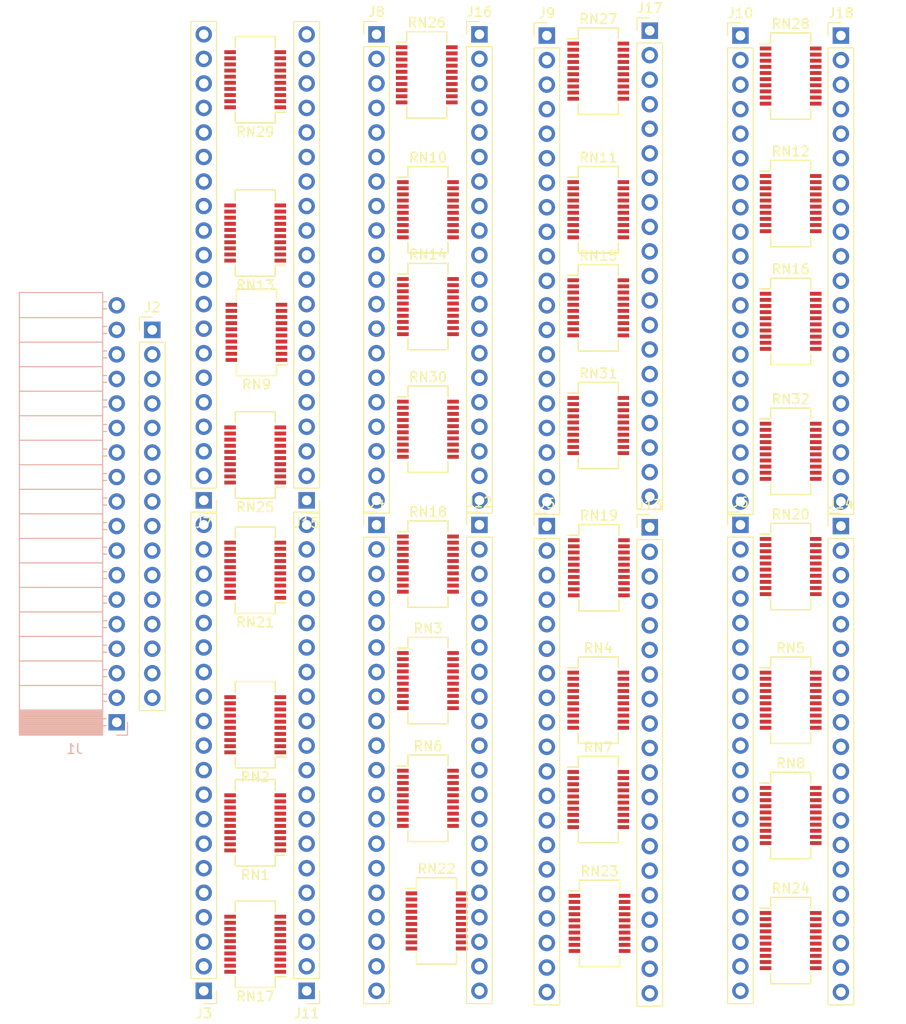
<source format=kicad_pcb>
(kicad_pcb (version 20171130) (host pcbnew "(5.0.0)")
  (layers (0 F.Cu signal) (31 B.Cu signal) (34 B.Paste user) (35 F.Paste user) (36 B.SilkS user) (37 F.SilkS user) (38 B.Mask user) (39 F.Mask user) (44 Edge.Cuts user))
  (net 0 "")
  (net 1 5V)
  (net 2 DIV15)
  (net 3 DIV14)
  (net 4 DIV13)
  (net 5 DIV12)
  (net 6 DIV11)
  (net 7 DIV10)
  (net 8 DIV9)
  (net 9 DIV8)
  (net 10 DIV7)
  (net 11 DIV6)
  (net 12 DIV5)
  (net 13 DIV4)
  (net 14 DIV3)
  (net 15 DIV2)
  (net 16 DIV1)
  (net 17 DIV0)
  (net 18 GND)
  (net 19 "Net-(J3-Pad1)")
  (net 20 "Net-(J3-Pad2)")
  (net 21 "Net-(J3-Pad3)")
  (net 22 "Net-(J3-Pad4)")
  (net 23 "Net-(J3-Pad5)")
  (net 24 "Net-(J3-Pad6)")
  (net 25 "Net-(J3-Pad7)")
  (net 26 "Net-(J3-Pad8)")
  (net 27 "Net-(J3-Pad9)")
  (net 28 "Net-(J3-Pad10)")
  (net 29 "Net-(J3-Pad11)")
  (net 30 "Net-(J3-Pad12)")
  (net 31 "Net-(J3-Pad13)")
  (net 32 "Net-(J3-Pad14)")
  (net 33 "Net-(J3-Pad15)")
  (net 34 "Net-(J3-Pad16)")
  (net 35 "Net-(J3-Pad17)")
  (net 36 "Net-(J3-Pad18)")
  (net 37 "Net-(J3-Pad19)")
  (net 38 "Net-(J3-Pad20)")
  (net 39 "Net-(J4-Pad1)")
  (net 40 "Net-(J4-Pad2)")
  (net 41 "Net-(J4-Pad3)")
  (net 42 "Net-(J4-Pad4)")
  (net 43 "Net-(J4-Pad5)")
  (net 44 "Net-(J4-Pad6)")
  (net 45 "Net-(J4-Pad7)")
  (net 46 "Net-(J4-Pad8)")
  (net 47 "Net-(J4-Pad9)")
  (net 48 "Net-(J4-Pad10)")
  (net 49 "Net-(J4-Pad11)")
  (net 50 "Net-(J4-Pad12)")
  (net 51 "Net-(J4-Pad13)")
  (net 52 "Net-(J4-Pad14)")
  (net 53 "Net-(J4-Pad15)")
  (net 54 "Net-(J4-Pad16)")
  (net 55 "Net-(J4-Pad17)")
  (net 56 "Net-(J4-Pad18)")
  (net 57 "Net-(J4-Pad19)")
  (net 58 "Net-(J4-Pad20)")
  (net 59 "Net-(J5-Pad1)")
  (net 60 "Net-(J5-Pad2)")
  (net 61 "Net-(J5-Pad3)")
  (net 62 "Net-(J5-Pad4)")
  (net 63 "Net-(J5-Pad5)")
  (net 64 "Net-(J5-Pad6)")
  (net 65 "Net-(J5-Pad7)")
  (net 66 "Net-(J5-Pad8)")
  (net 67 "Net-(J5-Pad9)")
  (net 68 "Net-(J5-Pad10)")
  (net 69 "Net-(J5-Pad11)")
  (net 70 "Net-(J5-Pad12)")
  (net 71 "Net-(J5-Pad13)")
  (net 72 "Net-(J5-Pad14)")
  (net 73 "Net-(J5-Pad15)")
  (net 74 "Net-(J5-Pad16)")
  (net 75 "Net-(J5-Pad17)")
  (net 76 "Net-(J5-Pad18)")
  (net 77 "Net-(J5-Pad19)")
  (net 78 "Net-(J5-Pad20)")
  (net 79 "Net-(J6-Pad1)")
  (net 80 "Net-(J6-Pad2)")
  (net 81 "Net-(J6-Pad3)")
  (net 82 "Net-(J6-Pad4)")
  (net 83 "Net-(J6-Pad5)")
  (net 84 "Net-(J6-Pad6)")
  (net 85 "Net-(J6-Pad7)")
  (net 86 "Net-(J6-Pad8)")
  (net 87 "Net-(J6-Pad9)")
  (net 88 "Net-(J6-Pad10)")
  (net 89 "Net-(J6-Pad11)")
  (net 90 "Net-(J6-Pad12)")
  (net 91 "Net-(J6-Pad13)")
  (net 92 "Net-(J6-Pad14)")
  (net 93 "Net-(J6-Pad15)")
  (net 94 "Net-(J6-Pad16)")
  (net 95 "Net-(J6-Pad17)")
  (net 96 "Net-(J6-Pad18)")
  (net 97 "Net-(J6-Pad19)")
  (net 98 "Net-(J6-Pad20)")
  (net 99 "Net-(J7-Pad20)")
  (net 100 "Net-(J7-Pad19)")
  (net 101 "Net-(J7-Pad18)")
  (net 102 "Net-(J7-Pad17)")
  (net 103 "Net-(J7-Pad16)")
  (net 104 "Net-(J7-Pad15)")
  (net 105 "Net-(J7-Pad14)")
  (net 106 "Net-(J7-Pad13)")
  (net 107 "Net-(J7-Pad12)")
  (net 108 "Net-(J7-Pad11)")
  (net 109 "Net-(J7-Pad10)")
  (net 110 "Net-(J7-Pad9)")
  (net 111 "Net-(J7-Pad8)")
  (net 112 "Net-(J7-Pad7)")
  (net 113 "Net-(J7-Pad6)")
  (net 114 "Net-(J7-Pad5)")
  (net 115 "Net-(J7-Pad4)")
  (net 116 "Net-(J7-Pad3)")
  (net 117 "Net-(J7-Pad2)")
  (net 118 "Net-(J7-Pad1)")
  (net 119 "Net-(J8-Pad20)")
  (net 120 "Net-(J8-Pad19)")
  (net 121 "Net-(J8-Pad18)")
  (net 122 "Net-(J8-Pad17)")
  (net 123 "Net-(J8-Pad16)")
  (net 124 "Net-(J8-Pad15)")
  (net 125 "Net-(J8-Pad14)")
  (net 126 "Net-(J8-Pad13)")
  (net 127 "Net-(J8-Pad12)")
  (net 128 "Net-(J8-Pad11)")
  (net 129 "Net-(J8-Pad10)")
  (net 130 "Net-(J8-Pad9)")
  (net 131 "Net-(J8-Pad8)")
  (net 132 "Net-(J8-Pad7)")
  (net 133 "Net-(J8-Pad6)")
  (net 134 "Net-(J8-Pad5)")
  (net 135 "Net-(J8-Pad4)")
  (net 136 "Net-(J8-Pad3)")
  (net 137 "Net-(J8-Pad2)")
  (net 138 "Net-(J8-Pad1)")
  (net 139 "Net-(J9-Pad20)")
  (net 140 "Net-(J9-Pad19)")
  (net 141 "Net-(J9-Pad18)")
  (net 142 "Net-(J9-Pad17)")
  (net 143 "Net-(J9-Pad16)")
  (net 144 "Net-(J9-Pad15)")
  (net 145 "Net-(J9-Pad14)")
  (net 146 "Net-(J9-Pad13)")
  (net 147 "Net-(J9-Pad12)")
  (net 148 "Net-(J9-Pad11)")
  (net 149 "Net-(J9-Pad10)")
  (net 150 "Net-(J9-Pad9)")
  (net 151 "Net-(J9-Pad8)")
  (net 152 "Net-(J9-Pad7)")
  (net 153 "Net-(J9-Pad6)")
  (net 154 "Net-(J9-Pad5)")
  (net 155 "Net-(J9-Pad4)")
  (net 156 "Net-(J9-Pad3)")
  (net 157 "Net-(J9-Pad2)")
  (net 158 "Net-(J9-Pad1)")
  (net 159 "Net-(J10-Pad20)")
  (net 160 "Net-(J10-Pad19)")
  (net 161 "Net-(J10-Pad18)")
  (net 162 "Net-(J10-Pad17)")
  (net 163 "Net-(J10-Pad16)")
  (net 164 "Net-(J10-Pad15)")
  (net 165 "Net-(J10-Pad14)")
  (net 166 "Net-(J10-Pad13)")
  (net 167 "Net-(J10-Pad12)")
  (net 168 "Net-(J10-Pad11)")
  (net 169 "Net-(J10-Pad10)")
  (net 170 "Net-(J10-Pad9)")
  (net 171 "Net-(J10-Pad8)")
  (net 172 "Net-(J10-Pad7)")
  (net 173 "Net-(J10-Pad6)")
  (net 174 "Net-(J10-Pad5)")
  (net 175 "Net-(J10-Pad4)")
  (net 176 "Net-(J10-Pad3)")
  (net 177 "Net-(J10-Pad2)")
  (net 178 "Net-(J10-Pad1)")
  (net 179 "Net-(J11-Pad1)")
  (net 180 "Net-(J11-Pad2)")
  (net 181 "Net-(J11-Pad3)")
  (net 182 "Net-(J11-Pad4)")
  (net 183 "Net-(J11-Pad5)")
  (net 184 "Net-(J11-Pad6)")
  (net 185 "Net-(J11-Pad7)")
  (net 186 "Net-(J11-Pad8)")
  (net 187 "Net-(J11-Pad9)")
  (net 188 "Net-(J11-Pad10)")
  (net 189 "Net-(J11-Pad11)")
  (net 190 "Net-(J11-Pad12)")
  (net 191 "Net-(J11-Pad13)")
  (net 192 "Net-(J11-Pad14)")
  (net 193 "Net-(J11-Pad15)")
  (net 194 "Net-(J11-Pad16)")
  (net 195 "Net-(J11-Pad17)")
  (net 196 "Net-(J11-Pad18)")
  (net 197 "Net-(J11-Pad19)")
  (net 198 "Net-(J11-Pad20)")
  (net 199 "Net-(J12-Pad1)")
  (net 200 "Net-(J12-Pad2)")
  (net 201 "Net-(J12-Pad3)")
  (net 202 "Net-(J12-Pad4)")
  (net 203 "Net-(J12-Pad5)")
  (net 204 "Net-(J12-Pad6)")
  (net 205 "Net-(J12-Pad7)")
  (net 206 "Net-(J12-Pad8)")
  (net 207 "Net-(J12-Pad9)")
  (net 208 "Net-(J12-Pad10)")
  (net 209 "Net-(J12-Pad11)")
  (net 210 "Net-(J12-Pad12)")
  (net 211 "Net-(J12-Pad13)")
  (net 212 "Net-(J12-Pad14)")
  (net 213 "Net-(J12-Pad15)")
  (net 214 "Net-(J12-Pad16)")
  (net 215 "Net-(J12-Pad17)")
  (net 216 "Net-(J12-Pad18)")
  (net 217 "Net-(J12-Pad19)")
  (net 218 "Net-(J12-Pad20)")
  (net 219 "Net-(J13-Pad1)")
  (net 220 "Net-(J13-Pad2)")
  (net 221 "Net-(J13-Pad3)")
  (net 222 "Net-(J13-Pad4)")
  (net 223 "Net-(J13-Pad5)")
  (net 224 "Net-(J13-Pad6)")
  (net 225 "Net-(J13-Pad7)")
  (net 226 "Net-(J13-Pad8)")
  (net 227 "Net-(J13-Pad9)")
  (net 228 "Net-(J13-Pad10)")
  (net 229 "Net-(J13-Pad11)")
  (net 230 "Net-(J13-Pad12)")
  (net 231 "Net-(J13-Pad13)")
  (net 232 "Net-(J13-Pad14)")
  (net 233 "Net-(J13-Pad15)")
  (net 234 "Net-(J13-Pad16)")
  (net 235 "Net-(J13-Pad17)")
  (net 236 "Net-(J13-Pad18)")
  (net 237 "Net-(J13-Pad19)")
  (net 238 "Net-(J13-Pad20)")
  (net 239 "Net-(J14-Pad1)")
  (net 240 "Net-(J14-Pad2)")
  (net 241 "Net-(J14-Pad3)")
  (net 242 "Net-(J14-Pad4)")
  (net 243 "Net-(J14-Pad5)")
  (net 244 "Net-(J14-Pad6)")
  (net 245 "Net-(J14-Pad7)")
  (net 246 "Net-(J14-Pad8)")
  (net 247 "Net-(J14-Pad9)")
  (net 248 "Net-(J14-Pad10)")
  (net 249 "Net-(J14-Pad11)")
  (net 250 "Net-(J14-Pad12)")
  (net 251 "Net-(J14-Pad13)")
  (net 252 "Net-(J14-Pad14)")
  (net 253 "Net-(J14-Pad15)")
  (net 254 "Net-(J14-Pad16)")
  (net 255 "Net-(J14-Pad17)")
  (net 256 "Net-(J14-Pad18)")
  (net 257 "Net-(J14-Pad19)")
  (net 258 "Net-(J14-Pad20)")
  (net 259 "Net-(J15-Pad20)")
  (net 260 "Net-(J15-Pad19)")
  (net 261 "Net-(J15-Pad18)")
  (net 262 "Net-(J15-Pad17)")
  (net 263 "Net-(J15-Pad16)")
  (net 264 "Net-(J15-Pad15)")
  (net 265 "Net-(J15-Pad14)")
  (net 266 "Net-(J15-Pad13)")
  (net 267 "Net-(J15-Pad12)")
  (net 268 "Net-(J15-Pad11)")
  (net 269 "Net-(J15-Pad10)")
  (net 270 "Net-(J15-Pad9)")
  (net 271 "Net-(J15-Pad8)")
  (net 272 "Net-(J15-Pad7)")
  (net 273 "Net-(J15-Pad6)")
  (net 274 "Net-(J15-Pad5)")
  (net 275 "Net-(J15-Pad4)")
  (net 276 "Net-(J15-Pad3)")
  (net 277 "Net-(J15-Pad2)")
  (net 278 "Net-(J15-Pad1)")
  (net 279 "Net-(J16-Pad20)")
  (net 280 "Net-(J16-Pad19)")
  (net 281 "Net-(J16-Pad18)")
  (net 282 "Net-(J16-Pad17)")
  (net 283 "Net-(J16-Pad16)")
  (net 284 "Net-(J16-Pad15)")
  (net 285 "Net-(J16-Pad14)")
  (net 286 "Net-(J16-Pad13)")
  (net 287 "Net-(J16-Pad12)")
  (net 288 "Net-(J16-Pad11)")
  (net 289 "Net-(J16-Pad10)")
  (net 290 "Net-(J16-Pad9)")
  (net 291 "Net-(J16-Pad8)")
  (net 292 "Net-(J16-Pad7)")
  (net 293 "Net-(J16-Pad6)")
  (net 294 "Net-(J16-Pad5)")
  (net 295 "Net-(J16-Pad4)")
  (net 296 "Net-(J16-Pad3)")
  (net 297 "Net-(J16-Pad2)")
  (net 298 "Net-(J16-Pad1)")
  (net 299 "Net-(J17-Pad20)")
  (net 300 "Net-(J17-Pad19)")
  (net 301 "Net-(J17-Pad18)")
  (net 302 "Net-(J17-Pad17)")
  (net 303 "Net-(J17-Pad16)")
  (net 304 "Net-(J17-Pad15)")
  (net 305 "Net-(J17-Pad14)")
  (net 306 "Net-(J17-Pad13)")
  (net 307 "Net-(J17-Pad12)")
  (net 308 "Net-(J17-Pad11)")
  (net 309 "Net-(J17-Pad10)")
  (net 310 "Net-(J17-Pad9)")
  (net 311 "Net-(J17-Pad8)")
  (net 312 "Net-(J17-Pad7)")
  (net 313 "Net-(J17-Pad6)")
  (net 314 "Net-(J17-Pad5)")
  (net 315 "Net-(J17-Pad4)")
  (net 316 "Net-(J17-Pad3)")
  (net 317 "Net-(J17-Pad2)")
  (net 318 "Net-(J17-Pad1)")
  (net 319 "Net-(J18-Pad20)")
  (net 320 "Net-(J18-Pad19)")
  (net 321 "Net-(J18-Pad18)")
  (net 322 "Net-(J18-Pad17)")
  (net 323 "Net-(J18-Pad16)")
  (net 324 "Net-(J18-Pad15)")
  (net 325 "Net-(J18-Pad14)")
  (net 326 "Net-(J18-Pad13)")
  (net 327 "Net-(J18-Pad12)")
  (net 328 "Net-(J18-Pad11)")
  (net 329 "Net-(J18-Pad10)")
  (net 330 "Net-(J18-Pad9)")
  (net 331 "Net-(J18-Pad8)")
  (net 332 "Net-(J18-Pad7)")
  (net 333 "Net-(J18-Pad6)")
  (net 334 "Net-(J18-Pad5)")
  (net 335 "Net-(J18-Pad4)")
  (net 336 "Net-(J18-Pad3)")
  (net 337 "Net-(J18-Pad2)")
  (net 338 "Net-(J18-Pad1)")
  (module Package_SO:SSOP-20_3.9x8.7mm_P0.635mm (layer F.Cu) (at 60.452 130.175 180)
    (fp_text reference RN1 (at 0 -5.4 180) (layer F.SilkS))
    (fp_text value R_Pack10)
    (pad 20 smd rect (at 2.6 -2.8575 180) (size 1.2 0.4) (layers F.Cu F.Paste F.Mask) (net 1 5V))
    (pad 19 smd rect (at 2.6 -2.2225 180) (size 1.2 0.4) (layers F.Cu F.Paste F.Mask) (net 19 "Net-(J3-Pad1)"))
    (pad 18 smd rect (at 2.6 -1.5875 180) (size 1.2 0.4) (layers F.Cu F.Paste F.Mask) (net 20 "Net-(J3-Pad2)"))
    (pad 17 smd rect (at 2.6 -0.9525 180) (size 1.2 0.4) (layers F.Cu F.Paste F.Mask) (net 21 "Net-(J3-Pad3)"))
    (pad 16 smd rect (at 2.6 -0.3175 180) (size 1.2 0.4) (layers F.Cu F.Paste F.Mask) (net 22 "Net-(J3-Pad4)"))
    (pad 15 smd rect (at 2.6 0.3175 180) (size 1.2 0.4) (layers F.Cu F.Paste F.Mask) (net 23 "Net-(J3-Pad5)"))
    (pad 14 smd rect (at 2.6 0.9525 180) (size 1.2 0.4) (layers F.Cu F.Paste F.Mask) (net 24 "Net-(J3-Pad6)"))
    (pad 13 smd rect (at 2.6 1.5875 180) (size 1.2 0.4) (layers F.Cu F.Paste F.Mask) (net 25 "Net-(J3-Pad7)"))
    (pad 12 smd rect (at 2.6 2.2225 180) (size 1.2 0.4) (layers F.Cu F.Paste F.Mask) (net 26 "Net-(J3-Pad8)"))
    (pad 11 smd rect (at 2.6 2.8575 180) (size 1.2 0.4) (layers F.Cu F.Paste F.Mask) (net 27 "Net-(J3-Pad9)"))
    (pad 10 smd rect (at -2.6 2.8575 180) (size 1.2 0.4) (layers F.Cu F.Paste F.Mask) (net 28 "Net-(J3-Pad10)"))
    (pad 9 smd rect (at -2.6 2.2225 180) (size 1.2 0.4) (layers F.Cu F.Paste F.Mask) (net 27 "Net-(J3-Pad9)"))
    (pad 8 smd rect (at -2.6 1.5875 180) (size 1.2 0.4) (layers F.Cu F.Paste F.Mask) (net 26 "Net-(J3-Pad8)"))
    (pad 7 smd rect (at -2.6 0.9525 180) (size 1.2 0.4) (layers F.Cu F.Paste F.Mask) (net 25 "Net-(J3-Pad7)"))
    (pad 6 smd rect (at -2.6 0.3175 180) (size 1.2 0.4) (layers F.Cu F.Paste F.Mask) (net 24 "Net-(J3-Pad6)"))
    (pad 5 smd rect (at -2.6 -0.3175 180) (size 1.2 0.4) (layers F.Cu F.Paste F.Mask) (net 23 "Net-(J3-Pad5)"))
    (pad 4 smd rect (at -2.6 -0.9525 180) (size 1.2 0.4) (layers F.Cu F.Paste F.Mask) (net 22 "Net-(J3-Pad4)"))
    (pad 3 smd rect (at -2.6 -1.5875 180) (size 1.2 0.4) (layers F.Cu F.Paste F.Mask) (net 21 "Net-(J3-Pad3)"))
    (pad 2 smd rect (at -2.6 -2.2225 180) (size 1.2 0.4) (layers F.Cu F.Paste F.Mask) (net 20 "Net-(J3-Pad2)"))
    (pad 1 smd rect (at -2.6 -2.8575 180) (size 1.2 0.4) (layers F.Cu F.Paste F.Mask) (net 19 "Net-(J3-Pad1)"))
  )
  (module Package_SO:SSOP-20_3.9x8.7mm_P0.635mm (layer F.Cu) (at 60.452 120.015 180)
    (fp_text reference RN2 (at 0 -5.4 180) (layer F.SilkS))
    (fp_text value R_Pack10)
    (pad 1 smd rect (at -2.6 -2.8575 180) (size 1.2 0.4) (layers F.Cu F.Paste F.Mask) (net 29 "Net-(J3-Pad11)"))
    (pad 2 smd rect (at -2.6 -2.2225 180) (size 1.2 0.4) (layers F.Cu F.Paste F.Mask) (net 30 "Net-(J3-Pad12)"))
    (pad 3 smd rect (at -2.6 -1.5875 180) (size 1.2 0.4) (layers F.Cu F.Paste F.Mask) (net 31 "Net-(J3-Pad13)"))
    (pad 4 smd rect (at -2.6 -0.9525 180) (size 1.2 0.4) (layers F.Cu F.Paste F.Mask) (net 32 "Net-(J3-Pad14)"))
    (pad 5 smd rect (at -2.6 -0.3175 180) (size 1.2 0.4) (layers F.Cu F.Paste F.Mask) (net 33 "Net-(J3-Pad15)"))
    (pad 6 smd rect (at -2.6 0.3175 180) (size 1.2 0.4) (layers F.Cu F.Paste F.Mask) (net 34 "Net-(J3-Pad16)"))
    (pad 7 smd rect (at -2.6 0.9525 180) (size 1.2 0.4) (layers F.Cu F.Paste F.Mask) (net 35 "Net-(J3-Pad17)"))
    (pad 8 smd rect (at -2.6 1.5875 180) (size 1.2 0.4) (layers F.Cu F.Paste F.Mask) (net 36 "Net-(J3-Pad18)"))
    (pad 9 smd rect (at -2.6 2.2225 180) (size 1.2 0.4) (layers F.Cu F.Paste F.Mask) (net 37 "Net-(J3-Pad19)"))
    (pad 10 smd rect (at -2.6 2.8575 180) (size 1.2 0.4) (layers F.Cu F.Paste F.Mask) (net 38 "Net-(J3-Pad20)"))
    (pad 11 smd rect (at 2.6 2.8575 180) (size 1.2 0.4) (layers F.Cu F.Paste F.Mask) (net 37 "Net-(J3-Pad19)"))
    (pad 12 smd rect (at 2.6 2.2225 180) (size 1.2 0.4) (layers F.Cu F.Paste F.Mask) (net 36 "Net-(J3-Pad18)"))
    (pad 13 smd rect (at 2.6 1.5875 180) (size 1.2 0.4) (layers F.Cu F.Paste F.Mask) (net 35 "Net-(J3-Pad17)"))
    (pad 14 smd rect (at 2.6 0.9525 180) (size 1.2 0.4) (layers F.Cu F.Paste F.Mask) (net 34 "Net-(J3-Pad16)"))
    (pad 15 smd rect (at 2.6 0.3175 180) (size 1.2 0.4) (layers F.Cu F.Paste F.Mask) (net 33 "Net-(J3-Pad15)"))
    (pad 16 smd rect (at 2.6 -0.3175 180) (size 1.2 0.4) (layers F.Cu F.Paste F.Mask) (net 32 "Net-(J3-Pad14)"))
    (pad 17 smd rect (at 2.6 -0.9525 180) (size 1.2 0.4) (layers F.Cu F.Paste F.Mask) (net 31 "Net-(J3-Pad13)"))
    (pad 18 smd rect (at 2.6 -1.5875 180) (size 1.2 0.4) (layers F.Cu F.Paste F.Mask) (net 30 "Net-(J3-Pad12)"))
    (pad 19 smd rect (at 2.6 -2.2225 180) (size 1.2 0.4) (layers F.Cu F.Paste F.Mask) (net 29 "Net-(J3-Pad11)"))
    (pad 20 smd rect (at 2.6 -2.8575 180) (size 1.2 0.4) (layers F.Cu F.Paste F.Mask) (net 28 "Net-(J3-Pad10)"))
  )
  (module Package_SO:SSOP-20_3.9x8.7mm_P0.635mm (layer F.Cu) (at 78.359 115.443)
    (fp_text reference RN3 (at 0 -5.4) (layer F.SilkS))
    (fp_text value R_Pack10)
    (pad 1 smd rect (at -2.6 -2.8575) (size 1.2 0.4) (layers F.Cu F.Paste F.Mask) (net 39 "Net-(J4-Pad1)"))
    (pad 2 smd rect (at -2.6 -2.2225) (size 1.2 0.4) (layers F.Cu F.Paste F.Mask) (net 40 "Net-(J4-Pad2)"))
    (pad 3 smd rect (at -2.6 -1.5875) (size 1.2 0.4) (layers F.Cu F.Paste F.Mask) (net 41 "Net-(J4-Pad3)"))
    (pad 4 smd rect (at -2.6 -0.9525) (size 1.2 0.4) (layers F.Cu F.Paste F.Mask) (net 42 "Net-(J4-Pad4)"))
    (pad 5 smd rect (at -2.6 -0.3175) (size 1.2 0.4) (layers F.Cu F.Paste F.Mask) (net 43 "Net-(J4-Pad5)"))
    (pad 6 smd rect (at -2.6 0.3175) (size 1.2 0.4) (layers F.Cu F.Paste F.Mask) (net 44 "Net-(J4-Pad6)"))
    (pad 7 smd rect (at -2.6 0.9525) (size 1.2 0.4) (layers F.Cu F.Paste F.Mask) (net 45 "Net-(J4-Pad7)"))
    (pad 8 smd rect (at -2.6 1.5875) (size 1.2 0.4) (layers F.Cu F.Paste F.Mask) (net 46 "Net-(J4-Pad8)"))
    (pad 9 smd rect (at -2.6 2.2225) (size 1.2 0.4) (layers F.Cu F.Paste F.Mask) (net 47 "Net-(J4-Pad9)"))
    (pad 10 smd rect (at -2.6 2.8575) (size 1.2 0.4) (layers F.Cu F.Paste F.Mask) (net 48 "Net-(J4-Pad10)"))
    (pad 11 smd rect (at 2.6 2.8575) (size 1.2 0.4) (layers F.Cu F.Paste F.Mask) (net 47 "Net-(J4-Pad9)"))
    (pad 12 smd rect (at 2.6 2.2225) (size 1.2 0.4) (layers F.Cu F.Paste F.Mask) (net 46 "Net-(J4-Pad8)"))
    (pad 13 smd rect (at 2.6 1.5875) (size 1.2 0.4) (layers F.Cu F.Paste F.Mask) (net 45 "Net-(J4-Pad7)"))
    (pad 14 smd rect (at 2.6 0.9525) (size 1.2 0.4) (layers F.Cu F.Paste F.Mask) (net 44 "Net-(J4-Pad6)"))
    (pad 15 smd rect (at 2.6 0.3175) (size 1.2 0.4) (layers F.Cu F.Paste F.Mask) (net 43 "Net-(J4-Pad5)"))
    (pad 16 smd rect (at 2.6 -0.3175) (size 1.2 0.4) (layers F.Cu F.Paste F.Mask) (net 42 "Net-(J4-Pad4)"))
    (pad 17 smd rect (at 2.6 -0.9525) (size 1.2 0.4) (layers F.Cu F.Paste F.Mask) (net 41 "Net-(J4-Pad3)"))
    (pad 18 smd rect (at 2.6 -1.5875) (size 1.2 0.4) (layers F.Cu F.Paste F.Mask) (net 40 "Net-(J4-Pad2)"))
    (pad 19 smd rect (at 2.6 -2.2225) (size 1.2 0.4) (layers F.Cu F.Paste F.Mask) (net 39 "Net-(J4-Pad1)"))
    (pad 20 smd rect (at 2.6 -2.8575) (size 1.2 0.4) (layers F.Cu F.Paste F.Mask) (net 1 5V))
  )
  (module Package_SO:SSOP-20_3.9x8.7mm_P0.635mm (layer F.Cu) (at 96.012 117.475)
    (fp_text reference RN4 (at 0 -5.4) (layer F.SilkS))
    (fp_text value R_Pack10)
    (pad 20 smd rect (at 2.6 -2.8575) (size 1.2 0.4) (layers F.Cu F.Paste F.Mask) (net 1 5V))
    (pad 19 smd rect (at 2.6 -2.2225) (size 1.2 0.4) (layers F.Cu F.Paste F.Mask) (net 59 "Net-(J5-Pad1)"))
    (pad 18 smd rect (at 2.6 -1.5875) (size 1.2 0.4) (layers F.Cu F.Paste F.Mask) (net 60 "Net-(J5-Pad2)"))
    (pad 17 smd rect (at 2.6 -0.9525) (size 1.2 0.4) (layers F.Cu F.Paste F.Mask) (net 61 "Net-(J5-Pad3)"))
    (pad 16 smd rect (at 2.6 -0.3175) (size 1.2 0.4) (layers F.Cu F.Paste F.Mask) (net 62 "Net-(J5-Pad4)"))
    (pad 15 smd rect (at 2.6 0.3175) (size 1.2 0.4) (layers F.Cu F.Paste F.Mask) (net 63 "Net-(J5-Pad5)"))
    (pad 14 smd rect (at 2.6 0.9525) (size 1.2 0.4) (layers F.Cu F.Paste F.Mask) (net 64 "Net-(J5-Pad6)"))
    (pad 13 smd rect (at 2.6 1.5875) (size 1.2 0.4) (layers F.Cu F.Paste F.Mask) (net 65 "Net-(J5-Pad7)"))
    (pad 12 smd rect (at 2.6 2.2225) (size 1.2 0.4) (layers F.Cu F.Paste F.Mask) (net 66 "Net-(J5-Pad8)"))
    (pad 11 smd rect (at 2.6 2.8575) (size 1.2 0.4) (layers F.Cu F.Paste F.Mask) (net 67 "Net-(J5-Pad9)"))
    (pad 10 smd rect (at -2.6 2.8575) (size 1.2 0.4) (layers F.Cu F.Paste F.Mask) (net 68 "Net-(J5-Pad10)"))
    (pad 9 smd rect (at -2.6 2.2225) (size 1.2 0.4) (layers F.Cu F.Paste F.Mask) (net 67 "Net-(J5-Pad9)"))
    (pad 8 smd rect (at -2.6 1.5875) (size 1.2 0.4) (layers F.Cu F.Paste F.Mask) (net 66 "Net-(J5-Pad8)"))
    (pad 7 smd rect (at -2.6 0.9525) (size 1.2 0.4) (layers F.Cu F.Paste F.Mask) (net 65 "Net-(J5-Pad7)"))
    (pad 6 smd rect (at -2.6 0.3175) (size 1.2 0.4) (layers F.Cu F.Paste F.Mask) (net 64 "Net-(J5-Pad6)"))
    (pad 5 smd rect (at -2.6 -0.3175) (size 1.2 0.4) (layers F.Cu F.Paste F.Mask) (net 63 "Net-(J5-Pad5)"))
    (pad 4 smd rect (at -2.6 -0.9525) (size 1.2 0.4) (layers F.Cu F.Paste F.Mask) (net 62 "Net-(J5-Pad4)"))
    (pad 3 smd rect (at -2.6 -1.5875) (size 1.2 0.4) (layers F.Cu F.Paste F.Mask) (net 61 "Net-(J5-Pad3)"))
    (pad 2 smd rect (at -2.6 -2.2225) (size 1.2 0.4) (layers F.Cu F.Paste F.Mask) (net 60 "Net-(J5-Pad2)"))
    (pad 1 smd rect (at -2.6 -2.8575) (size 1.2 0.4) (layers F.Cu F.Paste F.Mask) (net 59 "Net-(J5-Pad1)"))
  )
  (module Package_SO:SSOP-20_3.9x8.7mm_P0.635mm (layer F.Cu) (at 115.951 117.475)
    (fp_text reference RN5 (at 0 -5.4) (layer F.SilkS))
    (fp_text value R_Pack10)
    (pad 1 smd rect (at -2.6 -2.8575) (size 1.2 0.4) (layers F.Cu F.Paste F.Mask) (net 79 "Net-(J6-Pad1)"))
    (pad 2 smd rect (at -2.6 -2.2225) (size 1.2 0.4) (layers F.Cu F.Paste F.Mask) (net 80 "Net-(J6-Pad2)"))
    (pad 3 smd rect (at -2.6 -1.5875) (size 1.2 0.4) (layers F.Cu F.Paste F.Mask) (net 81 "Net-(J6-Pad3)"))
    (pad 4 smd rect (at -2.6 -0.9525) (size 1.2 0.4) (layers F.Cu F.Paste F.Mask) (net 82 "Net-(J6-Pad4)"))
    (pad 5 smd rect (at -2.6 -0.3175) (size 1.2 0.4) (layers F.Cu F.Paste F.Mask) (net 83 "Net-(J6-Pad5)"))
    (pad 6 smd rect (at -2.6 0.3175) (size 1.2 0.4) (layers F.Cu F.Paste F.Mask) (net 84 "Net-(J6-Pad6)"))
    (pad 7 smd rect (at -2.6 0.9525) (size 1.2 0.4) (layers F.Cu F.Paste F.Mask) (net 85 "Net-(J6-Pad7)"))
    (pad 8 smd rect (at -2.6 1.5875) (size 1.2 0.4) (layers F.Cu F.Paste F.Mask) (net 86 "Net-(J6-Pad8)"))
    (pad 9 smd rect (at -2.6 2.2225) (size 1.2 0.4) (layers F.Cu F.Paste F.Mask) (net 87 "Net-(J6-Pad9)"))
    (pad 10 smd rect (at -2.6 2.8575) (size 1.2 0.4) (layers F.Cu F.Paste F.Mask) (net 88 "Net-(J6-Pad10)"))
    (pad 11 smd rect (at 2.6 2.8575) (size 1.2 0.4) (layers F.Cu F.Paste F.Mask) (net 87 "Net-(J6-Pad9)"))
    (pad 12 smd rect (at 2.6 2.2225) (size 1.2 0.4) (layers F.Cu F.Paste F.Mask) (net 86 "Net-(J6-Pad8)"))
    (pad 13 smd rect (at 2.6 1.5875) (size 1.2 0.4) (layers F.Cu F.Paste F.Mask) (net 85 "Net-(J6-Pad7)"))
    (pad 14 smd rect (at 2.6 0.9525) (size 1.2 0.4) (layers F.Cu F.Paste F.Mask) (net 84 "Net-(J6-Pad6)"))
    (pad 15 smd rect (at 2.6 0.3175) (size 1.2 0.4) (layers F.Cu F.Paste F.Mask) (net 83 "Net-(J6-Pad5)"))
    (pad 16 smd rect (at 2.6 -0.3175) (size 1.2 0.4) (layers F.Cu F.Paste F.Mask) (net 82 "Net-(J6-Pad4)"))
    (pad 17 smd rect (at 2.6 -0.9525) (size 1.2 0.4) (layers F.Cu F.Paste F.Mask) (net 81 "Net-(J6-Pad3)"))
    (pad 18 smd rect (at 2.6 -1.5875) (size 1.2 0.4) (layers F.Cu F.Paste F.Mask) (net 80 "Net-(J6-Pad2)"))
    (pad 19 smd rect (at 2.6 -2.2225) (size 1.2 0.4) (layers F.Cu F.Paste F.Mask) (net 79 "Net-(J6-Pad1)"))
    (pad 20 smd rect (at 2.6 -2.8575) (size 1.2 0.4) (layers F.Cu F.Paste F.Mask) (net 1 5V))
  )
  (module Package_SO:SSOP-20_3.9x8.7mm_P0.635mm (layer F.Cu) (at 78.359 127.635)
    (fp_text reference RN6 (at 0 -5.4) (layer F.SilkS))
    (fp_text value R_Pack10)
    (pad 20 smd rect (at 2.6 -2.8575) (size 1.2 0.4) (layers F.Cu F.Paste F.Mask) (net 48 "Net-(J4-Pad10)"))
    (pad 19 smd rect (at 2.6 -2.2225) (size 1.2 0.4) (layers F.Cu F.Paste F.Mask) (net 49 "Net-(J4-Pad11)"))
    (pad 18 smd rect (at 2.6 -1.5875) (size 1.2 0.4) (layers F.Cu F.Paste F.Mask) (net 50 "Net-(J4-Pad12)"))
    (pad 17 smd rect (at 2.6 -0.9525) (size 1.2 0.4) (layers F.Cu F.Paste F.Mask) (net 51 "Net-(J4-Pad13)"))
    (pad 16 smd rect (at 2.6 -0.3175) (size 1.2 0.4) (layers F.Cu F.Paste F.Mask) (net 52 "Net-(J4-Pad14)"))
    (pad 15 smd rect (at 2.6 0.3175) (size 1.2 0.4) (layers F.Cu F.Paste F.Mask) (net 53 "Net-(J4-Pad15)"))
    (pad 14 smd rect (at 2.6 0.9525) (size 1.2 0.4) (layers F.Cu F.Paste F.Mask) (net 54 "Net-(J4-Pad16)"))
    (pad 13 smd rect (at 2.6 1.5875) (size 1.2 0.4) (layers F.Cu F.Paste F.Mask) (net 55 "Net-(J4-Pad17)"))
    (pad 12 smd rect (at 2.6 2.2225) (size 1.2 0.4) (layers F.Cu F.Paste F.Mask) (net 56 "Net-(J4-Pad18)"))
    (pad 11 smd rect (at 2.6 2.8575) (size 1.2 0.4) (layers F.Cu F.Paste F.Mask) (net 57 "Net-(J4-Pad19)"))
    (pad 10 smd rect (at -2.6 2.8575) (size 1.2 0.4) (layers F.Cu F.Paste F.Mask) (net 58 "Net-(J4-Pad20)"))
    (pad 9 smd rect (at -2.6 2.2225) (size 1.2 0.4) (layers F.Cu F.Paste F.Mask) (net 57 "Net-(J4-Pad19)"))
    (pad 8 smd rect (at -2.6 1.5875) (size 1.2 0.4) (layers F.Cu F.Paste F.Mask) (net 56 "Net-(J4-Pad18)"))
    (pad 7 smd rect (at -2.6 0.9525) (size 1.2 0.4) (layers F.Cu F.Paste F.Mask) (net 55 "Net-(J4-Pad17)"))
    (pad 6 smd rect (at -2.6 0.3175) (size 1.2 0.4) (layers F.Cu F.Paste F.Mask) (net 54 "Net-(J4-Pad16)"))
    (pad 5 smd rect (at -2.6 -0.3175) (size 1.2 0.4) (layers F.Cu F.Paste F.Mask) (net 53 "Net-(J4-Pad15)"))
    (pad 4 smd rect (at -2.6 -0.9525) (size 1.2 0.4) (layers F.Cu F.Paste F.Mask) (net 52 "Net-(J4-Pad14)"))
    (pad 3 smd rect (at -2.6 -1.5875) (size 1.2 0.4) (layers F.Cu F.Paste F.Mask) (net 51 "Net-(J4-Pad13)"))
    (pad 2 smd rect (at -2.6 -2.2225) (size 1.2 0.4) (layers F.Cu F.Paste F.Mask) (net 50 "Net-(J4-Pad12)"))
    (pad 1 smd rect (at -2.6 -2.8575) (size 1.2 0.4) (layers F.Cu F.Paste F.Mask) (net 49 "Net-(J4-Pad11)"))
  )
  (module Package_SO:SSOP-20_3.9x8.7mm_P0.635mm (layer F.Cu) (at 96.012 127.762)
    (fp_text reference RN7 (at 0 -5.4) (layer F.SilkS))
    (fp_text value R_Pack10)
    (pad 1 smd rect (at -2.6 -2.8575) (size 1.2 0.4) (layers F.Cu F.Paste F.Mask) (net 69 "Net-(J5-Pad11)"))
    (pad 2 smd rect (at -2.6 -2.2225) (size 1.2 0.4) (layers F.Cu F.Paste F.Mask) (net 70 "Net-(J5-Pad12)"))
    (pad 3 smd rect (at -2.6 -1.5875) (size 1.2 0.4) (layers F.Cu F.Paste F.Mask) (net 71 "Net-(J5-Pad13)"))
    (pad 4 smd rect (at -2.6 -0.9525) (size 1.2 0.4) (layers F.Cu F.Paste F.Mask) (net 72 "Net-(J5-Pad14)"))
    (pad 5 smd rect (at -2.6 -0.3175) (size 1.2 0.4) (layers F.Cu F.Paste F.Mask) (net 73 "Net-(J5-Pad15)"))
    (pad 6 smd rect (at -2.6 0.3175) (size 1.2 0.4) (layers F.Cu F.Paste F.Mask) (net 74 "Net-(J5-Pad16)"))
    (pad 7 smd rect (at -2.6 0.9525) (size 1.2 0.4) (layers F.Cu F.Paste F.Mask) (net 75 "Net-(J5-Pad17)"))
    (pad 8 smd rect (at -2.6 1.5875) (size 1.2 0.4) (layers F.Cu F.Paste F.Mask) (net 76 "Net-(J5-Pad18)"))
    (pad 9 smd rect (at -2.6 2.2225) (size 1.2 0.4) (layers F.Cu F.Paste F.Mask) (net 77 "Net-(J5-Pad19)"))
    (pad 10 smd rect (at -2.6 2.8575) (size 1.2 0.4) (layers F.Cu F.Paste F.Mask) (net 78 "Net-(J5-Pad20)"))
    (pad 11 smd rect (at 2.6 2.8575) (size 1.2 0.4) (layers F.Cu F.Paste F.Mask) (net 77 "Net-(J5-Pad19)"))
    (pad 12 smd rect (at 2.6 2.2225) (size 1.2 0.4) (layers F.Cu F.Paste F.Mask) (net 76 "Net-(J5-Pad18)"))
    (pad 13 smd rect (at 2.6 1.5875) (size 1.2 0.4) (layers F.Cu F.Paste F.Mask) (net 75 "Net-(J5-Pad17)"))
    (pad 14 smd rect (at 2.6 0.9525) (size 1.2 0.4) (layers F.Cu F.Paste F.Mask) (net 74 "Net-(J5-Pad16)"))
    (pad 15 smd rect (at 2.6 0.3175) (size 1.2 0.4) (layers F.Cu F.Paste F.Mask) (net 73 "Net-(J5-Pad15)"))
    (pad 16 smd rect (at 2.6 -0.3175) (size 1.2 0.4) (layers F.Cu F.Paste F.Mask) (net 72 "Net-(J5-Pad14)"))
    (pad 17 smd rect (at 2.6 -0.9525) (size 1.2 0.4) (layers F.Cu F.Paste F.Mask) (net 71 "Net-(J5-Pad13)"))
    (pad 18 smd rect (at 2.6 -1.5875) (size 1.2 0.4) (layers F.Cu F.Paste F.Mask) (net 70 "Net-(J5-Pad12)"))
    (pad 19 smd rect (at 2.6 -2.2225) (size 1.2 0.4) (layers F.Cu F.Paste F.Mask) (net 69 "Net-(J5-Pad11)"))
    (pad 20 smd rect (at 2.6 -2.8575) (size 1.2 0.4) (layers F.Cu F.Paste F.Mask) (net 68 "Net-(J5-Pad10)"))
  )
  (module Package_SO:SSOP-20_3.9x8.7mm_P0.635mm (layer F.Cu) (at 115.951 129.413)
    (fp_text reference RN8 (at 0 -5.4) (layer F.SilkS))
    (fp_text value R_Pack10)
    (pad 20 smd rect (at 2.6 -2.8575) (size 1.2 0.4) (layers F.Cu F.Paste F.Mask) (net 88 "Net-(J6-Pad10)"))
    (pad 19 smd rect (at 2.6 -2.2225) (size 1.2 0.4) (layers F.Cu F.Paste F.Mask) (net 89 "Net-(J6-Pad11)"))
    (pad 18 smd rect (at 2.6 -1.5875) (size 1.2 0.4) (layers F.Cu F.Paste F.Mask) (net 90 "Net-(J6-Pad12)"))
    (pad 17 smd rect (at 2.6 -0.9525) (size 1.2 0.4) (layers F.Cu F.Paste F.Mask) (net 91 "Net-(J6-Pad13)"))
    (pad 16 smd rect (at 2.6 -0.3175) (size 1.2 0.4) (layers F.Cu F.Paste F.Mask) (net 92 "Net-(J6-Pad14)"))
    (pad 15 smd rect (at 2.6 0.3175) (size 1.2 0.4) (layers F.Cu F.Paste F.Mask) (net 93 "Net-(J6-Pad15)"))
    (pad 14 smd rect (at 2.6 0.9525) (size 1.2 0.4) (layers F.Cu F.Paste F.Mask) (net 94 "Net-(J6-Pad16)"))
    (pad 13 smd rect (at 2.6 1.5875) (size 1.2 0.4) (layers F.Cu F.Paste F.Mask) (net 95 "Net-(J6-Pad17)"))
    (pad 12 smd rect (at 2.6 2.2225) (size 1.2 0.4) (layers F.Cu F.Paste F.Mask) (net 96 "Net-(J6-Pad18)"))
    (pad 11 smd rect (at 2.6 2.8575) (size 1.2 0.4) (layers F.Cu F.Paste F.Mask) (net 97 "Net-(J6-Pad19)"))
    (pad 10 smd rect (at -2.6 2.8575) (size 1.2 0.4) (layers F.Cu F.Paste F.Mask) (net 98 "Net-(J6-Pad20)"))
    (pad 9 smd rect (at -2.6 2.2225) (size 1.2 0.4) (layers F.Cu F.Paste F.Mask) (net 97 "Net-(J6-Pad19)"))
    (pad 8 smd rect (at -2.6 1.5875) (size 1.2 0.4) (layers F.Cu F.Paste F.Mask) (net 96 "Net-(J6-Pad18)"))
    (pad 7 smd rect (at -2.6 0.9525) (size 1.2 0.4) (layers F.Cu F.Paste F.Mask) (net 95 "Net-(J6-Pad17)"))
    (pad 6 smd rect (at -2.6 0.3175) (size 1.2 0.4) (layers F.Cu F.Paste F.Mask) (net 94 "Net-(J6-Pad16)"))
    (pad 5 smd rect (at -2.6 -0.3175) (size 1.2 0.4) (layers F.Cu F.Paste F.Mask) (net 93 "Net-(J6-Pad15)"))
    (pad 4 smd rect (at -2.6 -0.9525) (size 1.2 0.4) (layers F.Cu F.Paste F.Mask) (net 92 "Net-(J6-Pad14)"))
    (pad 3 smd rect (at -2.6 -1.5875) (size 1.2 0.4) (layers F.Cu F.Paste F.Mask) (net 91 "Net-(J6-Pad13)"))
    (pad 2 smd rect (at -2.6 -2.2225) (size 1.2 0.4) (layers F.Cu F.Paste F.Mask) (net 90 "Net-(J6-Pad12)"))
    (pad 1 smd rect (at -2.6 -2.8575) (size 1.2 0.4) (layers F.Cu F.Paste F.Mask) (net 89 "Net-(J6-Pad11)"))
  )
  (module Package_SO:SSOP-20_3.9x8.7mm_P0.635mm (layer F.Cu) (at 60.579 79.375 180)
    (fp_text reference RN9 (at 0 -5.4 180) (layer F.SilkS))
    (fp_text value R_Pack10)
    (pad 20 smd rect (at 2.6 -2.8575 180) (size 1.2 0.4) (layers F.Cu F.Paste F.Mask) (net 1 5V))
    (pad 19 smd rect (at 2.6 -2.2225 180) (size 1.2 0.4) (layers F.Cu F.Paste F.Mask) (net 118 "Net-(J7-Pad1)"))
    (pad 18 smd rect (at 2.6 -1.5875 180) (size 1.2 0.4) (layers F.Cu F.Paste F.Mask) (net 117 "Net-(J7-Pad2)"))
    (pad 17 smd rect (at 2.6 -0.9525 180) (size 1.2 0.4) (layers F.Cu F.Paste F.Mask) (net 116 "Net-(J7-Pad3)"))
    (pad 16 smd rect (at 2.6 -0.3175 180) (size 1.2 0.4) (layers F.Cu F.Paste F.Mask) (net 115 "Net-(J7-Pad4)"))
    (pad 15 smd rect (at 2.6 0.3175 180) (size 1.2 0.4) (layers F.Cu F.Paste F.Mask) (net 114 "Net-(J7-Pad5)"))
    (pad 14 smd rect (at 2.6 0.9525 180) (size 1.2 0.4) (layers F.Cu F.Paste F.Mask) (net 113 "Net-(J7-Pad6)"))
    (pad 13 smd rect (at 2.6 1.5875 180) (size 1.2 0.4) (layers F.Cu F.Paste F.Mask) (net 112 "Net-(J7-Pad7)"))
    (pad 12 smd rect (at 2.6 2.2225 180) (size 1.2 0.4) (layers F.Cu F.Paste F.Mask) (net 111 "Net-(J7-Pad8)"))
    (pad 11 smd rect (at 2.6 2.8575 180) (size 1.2 0.4) (layers F.Cu F.Paste F.Mask) (net 110 "Net-(J7-Pad9)"))
    (pad 10 smd rect (at -2.6 2.8575 180) (size 1.2 0.4) (layers F.Cu F.Paste F.Mask) (net 109 "Net-(J7-Pad10)"))
    (pad 9 smd rect (at -2.6 2.2225 180) (size 1.2 0.4) (layers F.Cu F.Paste F.Mask) (net 110 "Net-(J7-Pad9)"))
    (pad 8 smd rect (at -2.6 1.5875 180) (size 1.2 0.4) (layers F.Cu F.Paste F.Mask) (net 111 "Net-(J7-Pad8)"))
    (pad 7 smd rect (at -2.6 0.9525 180) (size 1.2 0.4) (layers F.Cu F.Paste F.Mask) (net 112 "Net-(J7-Pad7)"))
    (pad 6 smd rect (at -2.6 0.3175 180) (size 1.2 0.4) (layers F.Cu F.Paste F.Mask) (net 113 "Net-(J7-Pad6)"))
    (pad 5 smd rect (at -2.6 -0.3175 180) (size 1.2 0.4) (layers F.Cu F.Paste F.Mask) (net 114 "Net-(J7-Pad5)"))
    (pad 4 smd rect (at -2.6 -0.9525 180) (size 1.2 0.4) (layers F.Cu F.Paste F.Mask) (net 115 "Net-(J7-Pad4)"))
    (pad 3 smd rect (at -2.6 -1.5875 180) (size 1.2 0.4) (layers F.Cu F.Paste F.Mask) (net 116 "Net-(J7-Pad3)"))
    (pad 2 smd rect (at -2.6 -2.2225 180) (size 1.2 0.4) (layers F.Cu F.Paste F.Mask) (net 117 "Net-(J7-Pad2)"))
    (pad 1 smd rect (at -2.6 -2.8575 180) (size 1.2 0.4) (layers F.Cu F.Paste F.Mask) (net 118 "Net-(J7-Pad1)"))
  )
  (module Package_SO:SSOP-20_3.9x8.7mm_P0.635mm (layer F.Cu) (at 78.359 66.675)
    (fp_text reference RN10 (at 0 -5.4) (layer F.SilkS))
    (fp_text value R_Pack10)
    (pad 20 smd rect (at 2.6 -2.8575) (size 1.2 0.4) (layers F.Cu F.Paste F.Mask) (net 1 5V))
    (pad 19 smd rect (at 2.6 -2.2225) (size 1.2 0.4) (layers F.Cu F.Paste F.Mask) (net 138 "Net-(J8-Pad1)"))
    (pad 18 smd rect (at 2.6 -1.5875) (size 1.2 0.4) (layers F.Cu F.Paste F.Mask) (net 137 "Net-(J8-Pad2)"))
    (pad 17 smd rect (at 2.6 -0.9525) (size 1.2 0.4) (layers F.Cu F.Paste F.Mask) (net 136 "Net-(J8-Pad3)"))
    (pad 16 smd rect (at 2.6 -0.3175) (size 1.2 0.4) (layers F.Cu F.Paste F.Mask) (net 135 "Net-(J8-Pad4)"))
    (pad 15 smd rect (at 2.6 0.3175) (size 1.2 0.4) (layers F.Cu F.Paste F.Mask) (net 134 "Net-(J8-Pad5)"))
    (pad 14 smd rect (at 2.6 0.9525) (size 1.2 0.4) (layers F.Cu F.Paste F.Mask) (net 133 "Net-(J8-Pad6)"))
    (pad 13 smd rect (at 2.6 1.5875) (size 1.2 0.4) (layers F.Cu F.Paste F.Mask) (net 132 "Net-(J8-Pad7)"))
    (pad 12 smd rect (at 2.6 2.2225) (size 1.2 0.4) (layers F.Cu F.Paste F.Mask) (net 131 "Net-(J8-Pad8)"))
    (pad 11 smd rect (at 2.6 2.8575) (size 1.2 0.4) (layers F.Cu F.Paste F.Mask) (net 130 "Net-(J8-Pad9)"))
    (pad 10 smd rect (at -2.6 2.8575) (size 1.2 0.4) (layers F.Cu F.Paste F.Mask) (net 129 "Net-(J8-Pad10)"))
    (pad 9 smd rect (at -2.6 2.2225) (size 1.2 0.4) (layers F.Cu F.Paste F.Mask) (net 130 "Net-(J8-Pad9)"))
    (pad 8 smd rect (at -2.6 1.5875) (size 1.2 0.4) (layers F.Cu F.Paste F.Mask) (net 131 "Net-(J8-Pad8)"))
    (pad 7 smd rect (at -2.6 0.9525) (size 1.2 0.4) (layers F.Cu F.Paste F.Mask) (net 132 "Net-(J8-Pad7)"))
    (pad 6 smd rect (at -2.6 0.3175) (size 1.2 0.4) (layers F.Cu F.Paste F.Mask) (net 133 "Net-(J8-Pad6)"))
    (pad 5 smd rect (at -2.6 -0.3175) (size 1.2 0.4) (layers F.Cu F.Paste F.Mask) (net 134 "Net-(J8-Pad5)"))
    (pad 4 smd rect (at -2.6 -0.9525) (size 1.2 0.4) (layers F.Cu F.Paste F.Mask) (net 135 "Net-(J8-Pad4)"))
    (pad 3 smd rect (at -2.6 -1.5875) (size 1.2 0.4) (layers F.Cu F.Paste F.Mask) (net 136 "Net-(J8-Pad3)"))
    (pad 2 smd rect (at -2.6 -2.2225) (size 1.2 0.4) (layers F.Cu F.Paste F.Mask) (net 137 "Net-(J8-Pad2)"))
    (pad 1 smd rect (at -2.6 -2.8575) (size 1.2 0.4) (layers F.Cu F.Paste F.Mask) (net 138 "Net-(J8-Pad1)"))
  )
  (module Package_SO:SSOP-20_3.9x8.7mm_P0.635mm (layer F.Cu) (at 96.012 66.675)
    (fp_text reference RN11 (at 0 -5.4) (layer F.SilkS))
    (fp_text value R_Pack10)
    (pad 20 smd rect (at 2.6 -2.8575) (size 1.2 0.4) (layers F.Cu F.Paste F.Mask) (net 1 5V))
    (pad 19 smd rect (at 2.6 -2.2225) (size 1.2 0.4) (layers F.Cu F.Paste F.Mask) (net 158 "Net-(J9-Pad1)"))
    (pad 18 smd rect (at 2.6 -1.5875) (size 1.2 0.4) (layers F.Cu F.Paste F.Mask) (net 157 "Net-(J9-Pad2)"))
    (pad 17 smd rect (at 2.6 -0.9525) (size 1.2 0.4) (layers F.Cu F.Paste F.Mask) (net 156 "Net-(J9-Pad3)"))
    (pad 16 smd rect (at 2.6 -0.3175) (size 1.2 0.4) (layers F.Cu F.Paste F.Mask) (net 155 "Net-(J9-Pad4)"))
    (pad 15 smd rect (at 2.6 0.3175) (size 1.2 0.4) (layers F.Cu F.Paste F.Mask) (net 154 "Net-(J9-Pad5)"))
    (pad 14 smd rect (at 2.6 0.9525) (size 1.2 0.4) (layers F.Cu F.Paste F.Mask) (net 153 "Net-(J9-Pad6)"))
    (pad 13 smd rect (at 2.6 1.5875) (size 1.2 0.4) (layers F.Cu F.Paste F.Mask) (net 152 "Net-(J9-Pad7)"))
    (pad 12 smd rect (at 2.6 2.2225) (size 1.2 0.4) (layers F.Cu F.Paste F.Mask) (net 151 "Net-(J9-Pad8)"))
    (pad 11 smd rect (at 2.6 2.8575) (size 1.2 0.4) (layers F.Cu F.Paste F.Mask) (net 150 "Net-(J9-Pad9)"))
    (pad 10 smd rect (at -2.6 2.8575) (size 1.2 0.4) (layers F.Cu F.Paste F.Mask) (net 149 "Net-(J9-Pad10)"))
    (pad 9 smd rect (at -2.6 2.2225) (size 1.2 0.4) (layers F.Cu F.Paste F.Mask) (net 150 "Net-(J9-Pad9)"))
    (pad 8 smd rect (at -2.6 1.5875) (size 1.2 0.4) (layers F.Cu F.Paste F.Mask) (net 151 "Net-(J9-Pad8)"))
    (pad 7 smd rect (at -2.6 0.9525) (size 1.2 0.4) (layers F.Cu F.Paste F.Mask) (net 152 "Net-(J9-Pad7)"))
    (pad 6 smd rect (at -2.6 0.3175) (size 1.2 0.4) (layers F.Cu F.Paste F.Mask) (net 153 "Net-(J9-Pad6)"))
    (pad 5 smd rect (at -2.6 -0.3175) (size 1.2 0.4) (layers F.Cu F.Paste F.Mask) (net 154 "Net-(J9-Pad5)"))
    (pad 4 smd rect (at -2.6 -0.9525) (size 1.2 0.4) (layers F.Cu F.Paste F.Mask) (net 155 "Net-(J9-Pad4)"))
    (pad 3 smd rect (at -2.6 -1.5875) (size 1.2 0.4) (layers F.Cu F.Paste F.Mask) (net 156 "Net-(J9-Pad3)"))
    (pad 2 smd rect (at -2.6 -2.2225) (size 1.2 0.4) (layers F.Cu F.Paste F.Mask) (net 157 "Net-(J9-Pad2)"))
    (pad 1 smd rect (at -2.6 -2.8575) (size 1.2 0.4) (layers F.Cu F.Paste F.Mask) (net 158 "Net-(J9-Pad1)"))
  )
  (module Package_SO:SSOP-20_3.9x8.7mm_P0.635mm (layer F.Cu) (at 115.951 66.04)
    (fp_text reference RN12 (at 0 -5.4) (layer F.SilkS))
    (fp_text value R_Pack10)
    (pad 1 smd rect (at -2.6 -2.8575) (size 1.2 0.4) (layers F.Cu F.Paste F.Mask) (net 178 "Net-(J10-Pad1)"))
    (pad 2 smd rect (at -2.6 -2.2225) (size 1.2 0.4) (layers F.Cu F.Paste F.Mask) (net 177 "Net-(J10-Pad2)"))
    (pad 3 smd rect (at -2.6 -1.5875) (size 1.2 0.4) (layers F.Cu F.Paste F.Mask) (net 176 "Net-(J10-Pad3)"))
    (pad 4 smd rect (at -2.6 -0.9525) (size 1.2 0.4) (layers F.Cu F.Paste F.Mask) (net 175 "Net-(J10-Pad4)"))
    (pad 5 smd rect (at -2.6 -0.3175) (size 1.2 0.4) (layers F.Cu F.Paste F.Mask) (net 174 "Net-(J10-Pad5)"))
    (pad 6 smd rect (at -2.6 0.3175) (size 1.2 0.4) (layers F.Cu F.Paste F.Mask) (net 173 "Net-(J10-Pad6)"))
    (pad 7 smd rect (at -2.6 0.9525) (size 1.2 0.4) (layers F.Cu F.Paste F.Mask) (net 172 "Net-(J10-Pad7)"))
    (pad 8 smd rect (at -2.6 1.5875) (size 1.2 0.4) (layers F.Cu F.Paste F.Mask) (net 171 "Net-(J10-Pad8)"))
    (pad 9 smd rect (at -2.6 2.2225) (size 1.2 0.4) (layers F.Cu F.Paste F.Mask) (net 170 "Net-(J10-Pad9)"))
    (pad 10 smd rect (at -2.6 2.8575) (size 1.2 0.4) (layers F.Cu F.Paste F.Mask) (net 169 "Net-(J10-Pad10)"))
    (pad 11 smd rect (at 2.6 2.8575) (size 1.2 0.4) (layers F.Cu F.Paste F.Mask) (net 170 "Net-(J10-Pad9)"))
    (pad 12 smd rect (at 2.6 2.2225) (size 1.2 0.4) (layers F.Cu F.Paste F.Mask) (net 171 "Net-(J10-Pad8)"))
    (pad 13 smd rect (at 2.6 1.5875) (size 1.2 0.4) (layers F.Cu F.Paste F.Mask) (net 172 "Net-(J10-Pad7)"))
    (pad 14 smd rect (at 2.6 0.9525) (size 1.2 0.4) (layers F.Cu F.Paste F.Mask) (net 173 "Net-(J10-Pad6)"))
    (pad 15 smd rect (at 2.6 0.3175) (size 1.2 0.4) (layers F.Cu F.Paste F.Mask) (net 174 "Net-(J10-Pad5)"))
    (pad 16 smd rect (at 2.6 -0.3175) (size 1.2 0.4) (layers F.Cu F.Paste F.Mask) (net 175 "Net-(J10-Pad4)"))
    (pad 17 smd rect (at 2.6 -0.9525) (size 1.2 0.4) (layers F.Cu F.Paste F.Mask) (net 176 "Net-(J10-Pad3)"))
    (pad 18 smd rect (at 2.6 -1.5875) (size 1.2 0.4) (layers F.Cu F.Paste F.Mask) (net 177 "Net-(J10-Pad2)"))
    (pad 19 smd rect (at 2.6 -2.2225) (size 1.2 0.4) (layers F.Cu F.Paste F.Mask) (net 178 "Net-(J10-Pad1)"))
    (pad 20 smd rect (at 2.6 -2.8575) (size 1.2 0.4) (layers F.Cu F.Paste F.Mask) (net 1 5V))
  )
  (module Package_SO:SSOP-20_3.9x8.7mm_P0.635mm (layer F.Cu) (at 60.452 69.088 180)
    (fp_text reference RN13 (at 0 -5.4 180) (layer F.SilkS))
    (fp_text value R_Pack10)
    (pad 1 smd rect (at -2.6 -2.8575 180) (size 1.2 0.4) (layers F.Cu F.Paste F.Mask) (net 108 "Net-(J7-Pad11)"))
    (pad 2 smd rect (at -2.6 -2.2225 180) (size 1.2 0.4) (layers F.Cu F.Paste F.Mask) (net 107 "Net-(J7-Pad12)"))
    (pad 3 smd rect (at -2.6 -1.5875 180) (size 1.2 0.4) (layers F.Cu F.Paste F.Mask) (net 106 "Net-(J7-Pad13)"))
    (pad 4 smd rect (at -2.6 -0.9525 180) (size 1.2 0.4) (layers F.Cu F.Paste F.Mask) (net 105 "Net-(J7-Pad14)"))
    (pad 5 smd rect (at -2.6 -0.3175 180) (size 1.2 0.4) (layers F.Cu F.Paste F.Mask) (net 104 "Net-(J7-Pad15)"))
    (pad 6 smd rect (at -2.6 0.3175 180) (size 1.2 0.4) (layers F.Cu F.Paste F.Mask) (net 103 "Net-(J7-Pad16)"))
    (pad 7 smd rect (at -2.6 0.9525 180) (size 1.2 0.4) (layers F.Cu F.Paste F.Mask) (net 102 "Net-(J7-Pad17)"))
    (pad 8 smd rect (at -2.6 1.5875 180) (size 1.2 0.4) (layers F.Cu F.Paste F.Mask) (net 101 "Net-(J7-Pad18)"))
    (pad 9 smd rect (at -2.6 2.2225 180) (size 1.2 0.4) (layers F.Cu F.Paste F.Mask) (net 100 "Net-(J7-Pad19)"))
    (pad 10 smd rect (at -2.6 2.8575 180) (size 1.2 0.4) (layers F.Cu F.Paste F.Mask) (net 99 "Net-(J7-Pad20)"))
    (pad 11 smd rect (at 2.6 2.8575 180) (size 1.2 0.4) (layers F.Cu F.Paste F.Mask) (net 100 "Net-(J7-Pad19)"))
    (pad 12 smd rect (at 2.6 2.2225 180) (size 1.2 0.4) (layers F.Cu F.Paste F.Mask) (net 101 "Net-(J7-Pad18)"))
    (pad 13 smd rect (at 2.6 1.5875 180) (size 1.2 0.4) (layers F.Cu F.Paste F.Mask) (net 102 "Net-(J7-Pad17)"))
    (pad 14 smd rect (at 2.6 0.9525 180) (size 1.2 0.4) (layers F.Cu F.Paste F.Mask) (net 103 "Net-(J7-Pad16)"))
    (pad 15 smd rect (at 2.6 0.3175 180) (size 1.2 0.4) (layers F.Cu F.Paste F.Mask) (net 104 "Net-(J7-Pad15)"))
    (pad 16 smd rect (at 2.6 -0.3175 180) (size 1.2 0.4) (layers F.Cu F.Paste F.Mask) (net 105 "Net-(J7-Pad14)"))
    (pad 17 smd rect (at 2.6 -0.9525 180) (size 1.2 0.4) (layers F.Cu F.Paste F.Mask) (net 106 "Net-(J7-Pad13)"))
    (pad 18 smd rect (at 2.6 -1.5875 180) (size 1.2 0.4) (layers F.Cu F.Paste F.Mask) (net 107 "Net-(J7-Pad12)"))
    (pad 19 smd rect (at 2.6 -2.2225 180) (size 1.2 0.4) (layers F.Cu F.Paste F.Mask) (net 108 "Net-(J7-Pad11)"))
    (pad 20 smd rect (at 2.6 -2.8575 180) (size 1.2 0.4) (layers F.Cu F.Paste F.Mask) (net 109 "Net-(J7-Pad10)"))
  )
  (module Package_SO:SSOP-20_3.9x8.7mm_P0.635mm (layer F.Cu) (at 78.359 76.708)
    (fp_text reference RN14 (at 0 -5.4) (layer F.SilkS))
    (fp_text value R_Pack10)
    (pad 1 smd rect (at -2.6 -2.8575) (size 1.2 0.4) (layers F.Cu F.Paste F.Mask) (net 128 "Net-(J8-Pad11)"))
    (pad 2 smd rect (at -2.6 -2.2225) (size 1.2 0.4) (layers F.Cu F.Paste F.Mask) (net 127 "Net-(J8-Pad12)"))
    (pad 3 smd rect (at -2.6 -1.5875) (size 1.2 0.4) (layers F.Cu F.Paste F.Mask) (net 126 "Net-(J8-Pad13)"))
    (pad 4 smd rect (at -2.6 -0.9525) (size 1.2 0.4) (layers F.Cu F.Paste F.Mask) (net 125 "Net-(J8-Pad14)"))
    (pad 5 smd rect (at -2.6 -0.3175) (size 1.2 0.4) (layers F.Cu F.Paste F.Mask) (net 124 "Net-(J8-Pad15)"))
    (pad 6 smd rect (at -2.6 0.3175) (size 1.2 0.4) (layers F.Cu F.Paste F.Mask) (net 123 "Net-(J8-Pad16)"))
    (pad 7 smd rect (at -2.6 0.9525) (size 1.2 0.4) (layers F.Cu F.Paste F.Mask) (net 122 "Net-(J8-Pad17)"))
    (pad 8 smd rect (at -2.6 1.5875) (size 1.2 0.4) (layers F.Cu F.Paste F.Mask) (net 121 "Net-(J8-Pad18)"))
    (pad 9 smd rect (at -2.6 2.2225) (size 1.2 0.4) (layers F.Cu F.Paste F.Mask) (net 120 "Net-(J8-Pad19)"))
    (pad 10 smd rect (at -2.6 2.8575) (size 1.2 0.4) (layers F.Cu F.Paste F.Mask) (net 119 "Net-(J8-Pad20)"))
    (pad 11 smd rect (at 2.6 2.8575) (size 1.2 0.4) (layers F.Cu F.Paste F.Mask) (net 120 "Net-(J8-Pad19)"))
    (pad 12 smd rect (at 2.6 2.2225) (size 1.2 0.4) (layers F.Cu F.Paste F.Mask) (net 121 "Net-(J8-Pad18)"))
    (pad 13 smd rect (at 2.6 1.5875) (size 1.2 0.4) (layers F.Cu F.Paste F.Mask) (net 122 "Net-(J8-Pad17)"))
    (pad 14 smd rect (at 2.6 0.9525) (size 1.2 0.4) (layers F.Cu F.Paste F.Mask) (net 123 "Net-(J8-Pad16)"))
    (pad 15 smd rect (at 2.6 0.3175) (size 1.2 0.4) (layers F.Cu F.Paste F.Mask) (net 124 "Net-(J8-Pad15)"))
    (pad 16 smd rect (at 2.6 -0.3175) (size 1.2 0.4) (layers F.Cu F.Paste F.Mask) (net 125 "Net-(J8-Pad14)"))
    (pad 17 smd rect (at 2.6 -0.9525) (size 1.2 0.4) (layers F.Cu F.Paste F.Mask) (net 126 "Net-(J8-Pad13)"))
    (pad 18 smd rect (at 2.6 -1.5875) (size 1.2 0.4) (layers F.Cu F.Paste F.Mask) (net 127 "Net-(J8-Pad12)"))
    (pad 19 smd rect (at 2.6 -2.2225) (size 1.2 0.4) (layers F.Cu F.Paste F.Mask) (net 128 "Net-(J8-Pad11)"))
    (pad 20 smd rect (at 2.6 -2.8575) (size 1.2 0.4) (layers F.Cu F.Paste F.Mask) (net 129 "Net-(J8-Pad10)"))
  )
  (module Package_SO:SSOP-20_3.9x8.7mm_P0.635mm (layer F.Cu) (at 96.012 76.835)
    (fp_text reference RN15 (at 0 -5.4) (layer F.SilkS))
    (fp_text value R_Pack10)
    (pad 1 smd rect (at -2.6 -2.8575) (size 1.2 0.4) (layers F.Cu F.Paste F.Mask) (net 148 "Net-(J9-Pad11)"))
    (pad 2 smd rect (at -2.6 -2.2225) (size 1.2 0.4) (layers F.Cu F.Paste F.Mask) (net 147 "Net-(J9-Pad12)"))
    (pad 3 smd rect (at -2.6 -1.5875) (size 1.2 0.4) (layers F.Cu F.Paste F.Mask) (net 146 "Net-(J9-Pad13)"))
    (pad 4 smd rect (at -2.6 -0.9525) (size 1.2 0.4) (layers F.Cu F.Paste F.Mask) (net 145 "Net-(J9-Pad14)"))
    (pad 5 smd rect (at -2.6 -0.3175) (size 1.2 0.4) (layers F.Cu F.Paste F.Mask) (net 144 "Net-(J9-Pad15)"))
    (pad 6 smd rect (at -2.6 0.3175) (size 1.2 0.4) (layers F.Cu F.Paste F.Mask) (net 143 "Net-(J9-Pad16)"))
    (pad 7 smd rect (at -2.6 0.9525) (size 1.2 0.4) (layers F.Cu F.Paste F.Mask) (net 142 "Net-(J9-Pad17)"))
    (pad 8 smd rect (at -2.6 1.5875) (size 1.2 0.4) (layers F.Cu F.Paste F.Mask) (net 141 "Net-(J9-Pad18)"))
    (pad 9 smd rect (at -2.6 2.2225) (size 1.2 0.4) (layers F.Cu F.Paste F.Mask) (net 140 "Net-(J9-Pad19)"))
    (pad 10 smd rect (at -2.6 2.8575) (size 1.2 0.4) (layers F.Cu F.Paste F.Mask) (net 139 "Net-(J9-Pad20)"))
    (pad 11 smd rect (at 2.6 2.8575) (size 1.2 0.4) (layers F.Cu F.Paste F.Mask) (net 140 "Net-(J9-Pad19)"))
    (pad 12 smd rect (at 2.6 2.2225) (size 1.2 0.4) (layers F.Cu F.Paste F.Mask) (net 141 "Net-(J9-Pad18)"))
    (pad 13 smd rect (at 2.6 1.5875) (size 1.2 0.4) (layers F.Cu F.Paste F.Mask) (net 142 "Net-(J9-Pad17)"))
    (pad 14 smd rect (at 2.6 0.9525) (size 1.2 0.4) (layers F.Cu F.Paste F.Mask) (net 143 "Net-(J9-Pad16)"))
    (pad 15 smd rect (at 2.6 0.3175) (size 1.2 0.4) (layers F.Cu F.Paste F.Mask) (net 144 "Net-(J9-Pad15)"))
    (pad 16 smd rect (at 2.6 -0.3175) (size 1.2 0.4) (layers F.Cu F.Paste F.Mask) (net 145 "Net-(J9-Pad14)"))
    (pad 17 smd rect (at 2.6 -0.9525) (size 1.2 0.4) (layers F.Cu F.Paste F.Mask) (net 146 "Net-(J9-Pad13)"))
    (pad 18 smd rect (at 2.6 -1.5875) (size 1.2 0.4) (layers F.Cu F.Paste F.Mask) (net 147 "Net-(J9-Pad12)"))
    (pad 19 smd rect (at 2.6 -2.2225) (size 1.2 0.4) (layers F.Cu F.Paste F.Mask) (net 148 "Net-(J9-Pad11)"))
    (pad 20 smd rect (at 2.6 -2.8575) (size 1.2 0.4) (layers F.Cu F.Paste F.Mask) (net 149 "Net-(J9-Pad10)"))
  )
  (module Package_SO:SSOP-20_3.9x8.7mm_P0.635mm (layer F.Cu) (at 115.951 78.232)
    (fp_text reference RN16 (at 0 -5.4) (layer F.SilkS))
    (fp_text value R_Pack10)
    (pad 20 smd rect (at 2.6 -2.8575) (size 1.2 0.4) (layers F.Cu F.Paste F.Mask) (net 169 "Net-(J10-Pad10)"))
    (pad 19 smd rect (at 2.6 -2.2225) (size 1.2 0.4) (layers F.Cu F.Paste F.Mask) (net 168 "Net-(J10-Pad11)"))
    (pad 18 smd rect (at 2.6 -1.5875) (size 1.2 0.4) (layers F.Cu F.Paste F.Mask) (net 167 "Net-(J10-Pad12)"))
    (pad 17 smd rect (at 2.6 -0.9525) (size 1.2 0.4) (layers F.Cu F.Paste F.Mask) (net 166 "Net-(J10-Pad13)"))
    (pad 16 smd rect (at 2.6 -0.3175) (size 1.2 0.4) (layers F.Cu F.Paste F.Mask) (net 165 "Net-(J10-Pad14)"))
    (pad 15 smd rect (at 2.6 0.3175) (size 1.2 0.4) (layers F.Cu F.Paste F.Mask) (net 164 "Net-(J10-Pad15)"))
    (pad 14 smd rect (at 2.6 0.9525) (size 1.2 0.4) (layers F.Cu F.Paste F.Mask) (net 163 "Net-(J10-Pad16)"))
    (pad 13 smd rect (at 2.6 1.5875) (size 1.2 0.4) (layers F.Cu F.Paste F.Mask) (net 162 "Net-(J10-Pad17)"))
    (pad 12 smd rect (at 2.6 2.2225) (size 1.2 0.4) (layers F.Cu F.Paste F.Mask) (net 161 "Net-(J10-Pad18)"))
    (pad 11 smd rect (at 2.6 2.8575) (size 1.2 0.4) (layers F.Cu F.Paste F.Mask) (net 160 "Net-(J10-Pad19)"))
    (pad 10 smd rect (at -2.6 2.8575) (size 1.2 0.4) (layers F.Cu F.Paste F.Mask) (net 159 "Net-(J10-Pad20)"))
    (pad 9 smd rect (at -2.6 2.2225) (size 1.2 0.4) (layers F.Cu F.Paste F.Mask) (net 160 "Net-(J10-Pad19)"))
    (pad 8 smd rect (at -2.6 1.5875) (size 1.2 0.4) (layers F.Cu F.Paste F.Mask) (net 161 "Net-(J10-Pad18)"))
    (pad 7 smd rect (at -2.6 0.9525) (size 1.2 0.4) (layers F.Cu F.Paste F.Mask) (net 162 "Net-(J10-Pad17)"))
    (pad 6 smd rect (at -2.6 0.3175) (size 1.2 0.4) (layers F.Cu F.Paste F.Mask) (net 163 "Net-(J10-Pad16)"))
    (pad 5 smd rect (at -2.6 -0.3175) (size 1.2 0.4) (layers F.Cu F.Paste F.Mask) (net 164 "Net-(J10-Pad15)"))
    (pad 4 smd rect (at -2.6 -0.9525) (size 1.2 0.4) (layers F.Cu F.Paste F.Mask) (net 165 "Net-(J10-Pad14)"))
    (pad 3 smd rect (at -2.6 -1.5875) (size 1.2 0.4) (layers F.Cu F.Paste F.Mask) (net 166 "Net-(J10-Pad13)"))
    (pad 2 smd rect (at -2.6 -2.2225) (size 1.2 0.4) (layers F.Cu F.Paste F.Mask) (net 167 "Net-(J10-Pad12)"))
    (pad 1 smd rect (at -2.6 -2.8575) (size 1.2 0.4) (layers F.Cu F.Paste F.Mask) (net 168 "Net-(J10-Pad11)"))
  )
  (module Package_SO:SSOP-20_3.9x8.7mm_P0.635mm (layer F.Cu) (at 60.452 142.748 180)
    (fp_text reference RN17 (at 0 -5.4 180) (layer F.SilkS))
    (fp_text value R_Pack10)
    (pad 1 smd rect (at -2.6 -2.8575 180) (size 1.2 0.4) (layers F.Cu F.Paste F.Mask) (net 179 "Net-(J11-Pad1)"))
    (pad 2 smd rect (at -2.6 -2.2225 180) (size 1.2 0.4) (layers F.Cu F.Paste F.Mask) (net 180 "Net-(J11-Pad2)"))
    (pad 3 smd rect (at -2.6 -1.5875 180) (size 1.2 0.4) (layers F.Cu F.Paste F.Mask) (net 181 "Net-(J11-Pad3)"))
    (pad 4 smd rect (at -2.6 -0.9525 180) (size 1.2 0.4) (layers F.Cu F.Paste F.Mask) (net 182 "Net-(J11-Pad4)"))
    (pad 5 smd rect (at -2.6 -0.3175 180) (size 1.2 0.4) (layers F.Cu F.Paste F.Mask) (net 183 "Net-(J11-Pad5)"))
    (pad 6 smd rect (at -2.6 0.3175 180) (size 1.2 0.4) (layers F.Cu F.Paste F.Mask) (net 184 "Net-(J11-Pad6)"))
    (pad 7 smd rect (at -2.6 0.9525 180) (size 1.2 0.4) (layers F.Cu F.Paste F.Mask) (net 185 "Net-(J11-Pad7)"))
    (pad 8 smd rect (at -2.6 1.5875 180) (size 1.2 0.4) (layers F.Cu F.Paste F.Mask) (net 186 "Net-(J11-Pad8)"))
    (pad 9 smd rect (at -2.6 2.2225 180) (size 1.2 0.4) (layers F.Cu F.Paste F.Mask) (net 187 "Net-(J11-Pad9)"))
    (pad 10 smd rect (at -2.6 2.8575 180) (size 1.2 0.4) (layers F.Cu F.Paste F.Mask) (net 188 "Net-(J11-Pad10)"))
    (pad 11 smd rect (at 2.6 2.8575 180) (size 1.2 0.4) (layers F.Cu F.Paste F.Mask) (net 187 "Net-(J11-Pad9)"))
    (pad 12 smd rect (at 2.6 2.2225 180) (size 1.2 0.4) (layers F.Cu F.Paste F.Mask) (net 186 "Net-(J11-Pad8)"))
    (pad 13 smd rect (at 2.6 1.5875 180) (size 1.2 0.4) (layers F.Cu F.Paste F.Mask) (net 185 "Net-(J11-Pad7)"))
    (pad 14 smd rect (at 2.6 0.9525 180) (size 1.2 0.4) (layers F.Cu F.Paste F.Mask) (net 184 "Net-(J11-Pad6)"))
    (pad 15 smd rect (at 2.6 0.3175 180) (size 1.2 0.4) (layers F.Cu F.Paste F.Mask) (net 183 "Net-(J11-Pad5)"))
    (pad 16 smd rect (at 2.6 -0.3175 180) (size 1.2 0.4) (layers F.Cu F.Paste F.Mask) (net 182 "Net-(J11-Pad4)"))
    (pad 17 smd rect (at 2.6 -0.9525 180) (size 1.2 0.4) (layers F.Cu F.Paste F.Mask) (net 181 "Net-(J11-Pad3)"))
    (pad 18 smd rect (at 2.6 -1.5875 180) (size 1.2 0.4) (layers F.Cu F.Paste F.Mask) (net 180 "Net-(J11-Pad2)"))
    (pad 19 smd rect (at 2.6 -2.2225 180) (size 1.2 0.4) (layers F.Cu F.Paste F.Mask) (net 179 "Net-(J11-Pad1)"))
    (pad 20 smd rect (at 2.6 -2.8575 180) (size 1.2 0.4) (layers F.Cu F.Paste F.Mask) (net 1 5V))
  )
  (module Package_SO:SSOP-20_3.9x8.7mm_P0.635mm (layer F.Cu) (at 78.359 103.378)
    (fp_text reference RN18 (at 0 -5.4) (layer F.SilkS))
    (fp_text value R_Pack10)
    (pad 20 smd rect (at 2.6 -2.8575) (size 1.2 0.4) (layers F.Cu F.Paste F.Mask) (net 1 5V))
    (pad 19 smd rect (at 2.6 -2.2225) (size 1.2 0.4) (layers F.Cu F.Paste F.Mask) (net 199 "Net-(J12-Pad1)"))
    (pad 18 smd rect (at 2.6 -1.5875) (size 1.2 0.4) (layers F.Cu F.Paste F.Mask) (net 200 "Net-(J12-Pad2)"))
    (pad 17 smd rect (at 2.6 -0.9525) (size 1.2 0.4) (layers F.Cu F.Paste F.Mask) (net 201 "Net-(J12-Pad3)"))
    (pad 16 smd rect (at 2.6 -0.3175) (size 1.2 0.4) (layers F.Cu F.Paste F.Mask) (net 202 "Net-(J12-Pad4)"))
    (pad 15 smd rect (at 2.6 0.3175) (size 1.2 0.4) (layers F.Cu F.Paste F.Mask) (net 203 "Net-(J12-Pad5)"))
    (pad 14 smd rect (at 2.6 0.9525) (size 1.2 0.4) (layers F.Cu F.Paste F.Mask) (net 204 "Net-(J12-Pad6)"))
    (pad 13 smd rect (at 2.6 1.5875) (size 1.2 0.4) (layers F.Cu F.Paste F.Mask) (net 205 "Net-(J12-Pad7)"))
    (pad 12 smd rect (at 2.6 2.2225) (size 1.2 0.4) (layers F.Cu F.Paste F.Mask) (net 206 "Net-(J12-Pad8)"))
    (pad 11 smd rect (at 2.6 2.8575) (size 1.2 0.4) (layers F.Cu F.Paste F.Mask) (net 207 "Net-(J12-Pad9)"))
    (pad 10 smd rect (at -2.6 2.8575) (size 1.2 0.4) (layers F.Cu F.Paste F.Mask) (net 208 "Net-(J12-Pad10)"))
    (pad 9 smd rect (at -2.6 2.2225) (size 1.2 0.4) (layers F.Cu F.Paste F.Mask) (net 207 "Net-(J12-Pad9)"))
    (pad 8 smd rect (at -2.6 1.5875) (size 1.2 0.4) (layers F.Cu F.Paste F.Mask) (net 206 "Net-(J12-Pad8)"))
    (pad 7 smd rect (at -2.6 0.9525) (size 1.2 0.4) (layers F.Cu F.Paste F.Mask) (net 205 "Net-(J12-Pad7)"))
    (pad 6 smd rect (at -2.6 0.3175) (size 1.2 0.4) (layers F.Cu F.Paste F.Mask) (net 204 "Net-(J12-Pad6)"))
    (pad 5 smd rect (at -2.6 -0.3175) (size 1.2 0.4) (layers F.Cu F.Paste F.Mask) (net 203 "Net-(J12-Pad5)"))
    (pad 4 smd rect (at -2.6 -0.9525) (size 1.2 0.4) (layers F.Cu F.Paste F.Mask) (net 202 "Net-(J12-Pad4)"))
    (pad 3 smd rect (at -2.6 -1.5875) (size 1.2 0.4) (layers F.Cu F.Paste F.Mask) (net 201 "Net-(J12-Pad3)"))
    (pad 2 smd rect (at -2.6 -2.2225) (size 1.2 0.4) (layers F.Cu F.Paste F.Mask) (net 200 "Net-(J12-Pad2)"))
    (pad 1 smd rect (at -2.6 -2.8575) (size 1.2 0.4) (layers F.Cu F.Paste F.Mask) (net 199 "Net-(J12-Pad1)"))
  )
  (module Package_SO:SSOP-20_3.9x8.7mm_P0.635mm (layer F.Cu) (at 96.072 103.759)
    (fp_text reference RN19 (at 0 -5.4) (layer F.SilkS))
    (fp_text value R_Pack10)
    (pad 20 smd rect (at 2.6 -2.8575) (size 1.2 0.4) (layers F.Cu F.Paste F.Mask) (net 1 5V))
    (pad 19 smd rect (at 2.6 -2.2225) (size 1.2 0.4) (layers F.Cu F.Paste F.Mask) (net 219 "Net-(J13-Pad1)"))
    (pad 18 smd rect (at 2.6 -1.5875) (size 1.2 0.4) (layers F.Cu F.Paste F.Mask) (net 220 "Net-(J13-Pad2)"))
    (pad 17 smd rect (at 2.6 -0.9525) (size 1.2 0.4) (layers F.Cu F.Paste F.Mask) (net 221 "Net-(J13-Pad3)"))
    (pad 16 smd rect (at 2.6 -0.3175) (size 1.2 0.4) (layers F.Cu F.Paste F.Mask) (net 222 "Net-(J13-Pad4)"))
    (pad 15 smd rect (at 2.6 0.3175) (size 1.2 0.4) (layers F.Cu F.Paste F.Mask) (net 223 "Net-(J13-Pad5)"))
    (pad 14 smd rect (at 2.6 0.9525) (size 1.2 0.4) (layers F.Cu F.Paste F.Mask) (net 224 "Net-(J13-Pad6)"))
    (pad 13 smd rect (at 2.6 1.5875) (size 1.2 0.4) (layers F.Cu F.Paste F.Mask) (net 225 "Net-(J13-Pad7)"))
    (pad 12 smd rect (at 2.6 2.2225) (size 1.2 0.4) (layers F.Cu F.Paste F.Mask) (net 226 "Net-(J13-Pad8)"))
    (pad 11 smd rect (at 2.6 2.8575) (size 1.2 0.4) (layers F.Cu F.Paste F.Mask) (net 227 "Net-(J13-Pad9)"))
    (pad 10 smd rect (at -2.6 2.8575) (size 1.2 0.4) (layers F.Cu F.Paste F.Mask) (net 228 "Net-(J13-Pad10)"))
    (pad 9 smd rect (at -2.6 2.2225) (size 1.2 0.4) (layers F.Cu F.Paste F.Mask) (net 227 "Net-(J13-Pad9)"))
    (pad 8 smd rect (at -2.6 1.5875) (size 1.2 0.4) (layers F.Cu F.Paste F.Mask) (net 226 "Net-(J13-Pad8)"))
    (pad 7 smd rect (at -2.6 0.9525) (size 1.2 0.4) (layers F.Cu F.Paste F.Mask) (net 225 "Net-(J13-Pad7)"))
    (pad 6 smd rect (at -2.6 0.3175) (size 1.2 0.4) (layers F.Cu F.Paste F.Mask) (net 224 "Net-(J13-Pad6)"))
    (pad 5 smd rect (at -2.6 -0.3175) (size 1.2 0.4) (layers F.Cu F.Paste F.Mask) (net 223 "Net-(J13-Pad5)"))
    (pad 4 smd rect (at -2.6 -0.9525) (size 1.2 0.4) (layers F.Cu F.Paste F.Mask) (net 222 "Net-(J13-Pad4)"))
    (pad 3 smd rect (at -2.6 -1.5875) (size 1.2 0.4) (layers F.Cu F.Paste F.Mask) (net 221 "Net-(J13-Pad3)"))
    (pad 2 smd rect (at -2.6 -2.2225) (size 1.2 0.4) (layers F.Cu F.Paste F.Mask) (net 220 "Net-(J13-Pad2)"))
    (pad 1 smd rect (at -2.6 -2.8575) (size 1.2 0.4) (layers F.Cu F.Paste F.Mask) (net 219 "Net-(J13-Pad1)"))
  )
  (module Package_SO:SSOP-20_3.9x8.7mm_P0.635mm (layer F.Cu) (at 115.951 103.632)
    (fp_text reference RN20 (at 0 -5.4) (layer F.SilkS))
    (fp_text value R_Pack10)
    (pad 20 smd rect (at 2.6 -2.8575) (size 1.2 0.4) (layers F.Cu F.Paste F.Mask) (net 1 5V))
    (pad 19 smd rect (at 2.6 -2.2225) (size 1.2 0.4) (layers F.Cu F.Paste F.Mask) (net 239 "Net-(J14-Pad1)"))
    (pad 18 smd rect (at 2.6 -1.5875) (size 1.2 0.4) (layers F.Cu F.Paste F.Mask) (net 240 "Net-(J14-Pad2)"))
    (pad 17 smd rect (at 2.6 -0.9525) (size 1.2 0.4) (layers F.Cu F.Paste F.Mask) (net 241 "Net-(J14-Pad3)"))
    (pad 16 smd rect (at 2.6 -0.3175) (size 1.2 0.4) (layers F.Cu F.Paste F.Mask) (net 242 "Net-(J14-Pad4)"))
    (pad 15 smd rect (at 2.6 0.3175) (size 1.2 0.4) (layers F.Cu F.Paste F.Mask) (net 243 "Net-(J14-Pad5)"))
    (pad 14 smd rect (at 2.6 0.9525) (size 1.2 0.4) (layers F.Cu F.Paste F.Mask) (net 244 "Net-(J14-Pad6)"))
    (pad 13 smd rect (at 2.6 1.5875) (size 1.2 0.4) (layers F.Cu F.Paste F.Mask) (net 245 "Net-(J14-Pad7)"))
    (pad 12 smd rect (at 2.6 2.2225) (size 1.2 0.4) (layers F.Cu F.Paste F.Mask) (net 246 "Net-(J14-Pad8)"))
    (pad 11 smd rect (at 2.6 2.8575) (size 1.2 0.4) (layers F.Cu F.Paste F.Mask) (net 247 "Net-(J14-Pad9)"))
    (pad 10 smd rect (at -2.6 2.8575) (size 1.2 0.4) (layers F.Cu F.Paste F.Mask) (net 248 "Net-(J14-Pad10)"))
    (pad 9 smd rect (at -2.6 2.2225) (size 1.2 0.4) (layers F.Cu F.Paste F.Mask) (net 247 "Net-(J14-Pad9)"))
    (pad 8 smd rect (at -2.6 1.5875) (size 1.2 0.4) (layers F.Cu F.Paste F.Mask) (net 246 "Net-(J14-Pad8)"))
    (pad 7 smd rect (at -2.6 0.9525) (size 1.2 0.4) (layers F.Cu F.Paste F.Mask) (net 245 "Net-(J14-Pad7)"))
    (pad 6 smd rect (at -2.6 0.3175) (size 1.2 0.4) (layers F.Cu F.Paste F.Mask) (net 244 "Net-(J14-Pad6)"))
    (pad 5 smd rect (at -2.6 -0.3175) (size 1.2 0.4) (layers F.Cu F.Paste F.Mask) (net 243 "Net-(J14-Pad5)"))
    (pad 4 smd rect (at -2.6 -0.9525) (size 1.2 0.4) (layers F.Cu F.Paste F.Mask) (net 242 "Net-(J14-Pad4)"))
    (pad 3 smd rect (at -2.6 -1.5875) (size 1.2 0.4) (layers F.Cu F.Paste F.Mask) (net 241 "Net-(J14-Pad3)"))
    (pad 2 smd rect (at -2.6 -2.2225) (size 1.2 0.4) (layers F.Cu F.Paste F.Mask) (net 240 "Net-(J14-Pad2)"))
    (pad 1 smd rect (at -2.6 -2.8575) (size 1.2 0.4) (layers F.Cu F.Paste F.Mask) (net 239 "Net-(J14-Pad1)"))
  )
  (module Package_SO:SSOP-20_3.9x8.7mm_P0.635mm (layer F.Cu) (at 60.452 104.013 180)
    (fp_text reference RN21 (at 0 -5.4 180) (layer F.SilkS))
    (fp_text value R_Pack10)
    (pad 20 smd rect (at 2.6 -2.8575 180) (size 1.2 0.4) (layers F.Cu F.Paste F.Mask) (net 188 "Net-(J11-Pad10)"))
    (pad 19 smd rect (at 2.6 -2.2225 180) (size 1.2 0.4) (layers F.Cu F.Paste F.Mask) (net 189 "Net-(J11-Pad11)"))
    (pad 18 smd rect (at 2.6 -1.5875 180) (size 1.2 0.4) (layers F.Cu F.Paste F.Mask) (net 190 "Net-(J11-Pad12)"))
    (pad 17 smd rect (at 2.6 -0.9525 180) (size 1.2 0.4) (layers F.Cu F.Paste F.Mask) (net 191 "Net-(J11-Pad13)"))
    (pad 16 smd rect (at 2.6 -0.3175 180) (size 1.2 0.4) (layers F.Cu F.Paste F.Mask) (net 192 "Net-(J11-Pad14)"))
    (pad 15 smd rect (at 2.6 0.3175 180) (size 1.2 0.4) (layers F.Cu F.Paste F.Mask) (net 193 "Net-(J11-Pad15)"))
    (pad 14 smd rect (at 2.6 0.9525 180) (size 1.2 0.4) (layers F.Cu F.Paste F.Mask) (net 194 "Net-(J11-Pad16)"))
    (pad 13 smd rect (at 2.6 1.5875 180) (size 1.2 0.4) (layers F.Cu F.Paste F.Mask) (net 195 "Net-(J11-Pad17)"))
    (pad 12 smd rect (at 2.6 2.2225 180) (size 1.2 0.4) (layers F.Cu F.Paste F.Mask) (net 196 "Net-(J11-Pad18)"))
    (pad 11 smd rect (at 2.6 2.8575 180) (size 1.2 0.4) (layers F.Cu F.Paste F.Mask) (net 197 "Net-(J11-Pad19)"))
    (pad 10 smd rect (at -2.6 2.8575 180) (size 1.2 0.4) (layers F.Cu F.Paste F.Mask) (net 198 "Net-(J11-Pad20)"))
    (pad 9 smd rect (at -2.6 2.2225 180) (size 1.2 0.4) (layers F.Cu F.Paste F.Mask) (net 197 "Net-(J11-Pad19)"))
    (pad 8 smd rect (at -2.6 1.5875 180) (size 1.2 0.4) (layers F.Cu F.Paste F.Mask) (net 196 "Net-(J11-Pad18)"))
    (pad 7 smd rect (at -2.6 0.9525 180) (size 1.2 0.4) (layers F.Cu F.Paste F.Mask) (net 195 "Net-(J11-Pad17)"))
    (pad 6 smd rect (at -2.6 0.3175 180) (size 1.2 0.4) (layers F.Cu F.Paste F.Mask) (net 194 "Net-(J11-Pad16)"))
    (pad 5 smd rect (at -2.6 -0.3175 180) (size 1.2 0.4) (layers F.Cu F.Paste F.Mask) (net 193 "Net-(J11-Pad15)"))
    (pad 4 smd rect (at -2.6 -0.9525 180) (size 1.2 0.4) (layers F.Cu F.Paste F.Mask) (net 192 "Net-(J11-Pad14)"))
    (pad 3 smd rect (at -2.6 -1.5875 180) (size 1.2 0.4) (layers F.Cu F.Paste F.Mask) (net 191 "Net-(J11-Pad13)"))
    (pad 2 smd rect (at -2.6 -2.2225 180) (size 1.2 0.4) (layers F.Cu F.Paste F.Mask) (net 190 "Net-(J11-Pad12)"))
    (pad 1 smd rect (at -2.6 -2.8575 180) (size 1.2 0.4) (layers F.Cu F.Paste F.Mask) (net 189 "Net-(J11-Pad11)"))
  )
  (module Package_SO:SSOP-20_3.9x8.7mm_P0.635mm (layer F.Cu) (at 79.248 140.335)
    (fp_text reference RN22 (at 0 -5.4) (layer F.SilkS))
    (fp_text value R_Pack10)
    (pad 1 smd rect (at -2.6 -2.8575) (size 1.2 0.4) (layers F.Cu F.Paste F.Mask) (net 209 "Net-(J12-Pad11)"))
    (pad 2 smd rect (at -2.6 -2.2225) (size 1.2 0.4) (layers F.Cu F.Paste F.Mask) (net 210 "Net-(J12-Pad12)"))
    (pad 3 smd rect (at -2.6 -1.5875) (size 1.2 0.4) (layers F.Cu F.Paste F.Mask) (net 211 "Net-(J12-Pad13)"))
    (pad 4 smd rect (at -2.6 -0.9525) (size 1.2 0.4) (layers F.Cu F.Paste F.Mask) (net 212 "Net-(J12-Pad14)"))
    (pad 5 smd rect (at -2.6 -0.3175) (size 1.2 0.4) (layers F.Cu F.Paste F.Mask) (net 213 "Net-(J12-Pad15)"))
    (pad 6 smd rect (at -2.6 0.3175) (size 1.2 0.4) (layers F.Cu F.Paste F.Mask) (net 214 "Net-(J12-Pad16)"))
    (pad 7 smd rect (at -2.6 0.9525) (size 1.2 0.4) (layers F.Cu F.Paste F.Mask) (net 215 "Net-(J12-Pad17)"))
    (pad 8 smd rect (at -2.6 1.5875) (size 1.2 0.4) (layers F.Cu F.Paste F.Mask) (net 216 "Net-(J12-Pad18)"))
    (pad 9 smd rect (at -2.6 2.2225) (size 1.2 0.4) (layers F.Cu F.Paste F.Mask) (net 217 "Net-(J12-Pad19)"))
    (pad 10 smd rect (at -2.6 2.8575) (size 1.2 0.4) (layers F.Cu F.Paste F.Mask) (net 218 "Net-(J12-Pad20)"))
    (pad 11 smd rect (at 2.6 2.8575) (size 1.2 0.4) (layers F.Cu F.Paste F.Mask) (net 217 "Net-(J12-Pad19)"))
    (pad 12 smd rect (at 2.6 2.2225) (size 1.2 0.4) (layers F.Cu F.Paste F.Mask) (net 216 "Net-(J12-Pad18)"))
    (pad 13 smd rect (at 2.6 1.5875) (size 1.2 0.4) (layers F.Cu F.Paste F.Mask) (net 215 "Net-(J12-Pad17)"))
    (pad 14 smd rect (at 2.6 0.9525) (size 1.2 0.4) (layers F.Cu F.Paste F.Mask) (net 214 "Net-(J12-Pad16)"))
    (pad 15 smd rect (at 2.6 0.3175) (size 1.2 0.4) (layers F.Cu F.Paste F.Mask) (net 213 "Net-(J12-Pad15)"))
    (pad 16 smd rect (at 2.6 -0.3175) (size 1.2 0.4) (layers F.Cu F.Paste F.Mask) (net 212 "Net-(J12-Pad14)"))
    (pad 17 smd rect (at 2.6 -0.9525) (size 1.2 0.4) (layers F.Cu F.Paste F.Mask) (net 211 "Net-(J12-Pad13)"))
    (pad 18 smd rect (at 2.6 -1.5875) (size 1.2 0.4) (layers F.Cu F.Paste F.Mask) (net 210 "Net-(J12-Pad12)"))
    (pad 19 smd rect (at 2.6 -2.2225) (size 1.2 0.4) (layers F.Cu F.Paste F.Mask) (net 209 "Net-(J12-Pad11)"))
    (pad 20 smd rect (at 2.6 -2.8575) (size 1.2 0.4) (layers F.Cu F.Paste F.Mask) (net 208 "Net-(J12-Pad10)"))
  )
  (module Package_SO:SSOP-20_3.9x8.7mm_P0.635mm (layer F.Cu) (at 96.139 140.589)
    (fp_text reference RN23 (at 0 -5.4) (layer F.SilkS))
    (fp_text value R_Pack10)
    (pad 1 smd rect (at -2.6 -2.8575) (size 1.2 0.4) (layers F.Cu F.Paste F.Mask) (net 229 "Net-(J13-Pad11)"))
    (pad 2 smd rect (at -2.6 -2.2225) (size 1.2 0.4) (layers F.Cu F.Paste F.Mask) (net 230 "Net-(J13-Pad12)"))
    (pad 3 smd rect (at -2.6 -1.5875) (size 1.2 0.4) (layers F.Cu F.Paste F.Mask) (net 231 "Net-(J13-Pad13)"))
    (pad 4 smd rect (at -2.6 -0.9525) (size 1.2 0.4) (layers F.Cu F.Paste F.Mask) (net 232 "Net-(J13-Pad14)"))
    (pad 5 smd rect (at -2.6 -0.3175) (size 1.2 0.4) (layers F.Cu F.Paste F.Mask) (net 233 "Net-(J13-Pad15)"))
    (pad 6 smd rect (at -2.6 0.3175) (size 1.2 0.4) (layers F.Cu F.Paste F.Mask) (net 234 "Net-(J13-Pad16)"))
    (pad 7 smd rect (at -2.6 0.9525) (size 1.2 0.4) (layers F.Cu F.Paste F.Mask) (net 235 "Net-(J13-Pad17)"))
    (pad 8 smd rect (at -2.6 1.5875) (size 1.2 0.4) (layers F.Cu F.Paste F.Mask) (net 236 "Net-(J13-Pad18)"))
    (pad 9 smd rect (at -2.6 2.2225) (size 1.2 0.4) (layers F.Cu F.Paste F.Mask) (net 237 "Net-(J13-Pad19)"))
    (pad 10 smd rect (at -2.6 2.8575) (size 1.2 0.4) (layers F.Cu F.Paste F.Mask) (net 238 "Net-(J13-Pad20)"))
    (pad 11 smd rect (at 2.6 2.8575) (size 1.2 0.4) (layers F.Cu F.Paste F.Mask) (net 237 "Net-(J13-Pad19)"))
    (pad 12 smd rect (at 2.6 2.2225) (size 1.2 0.4) (layers F.Cu F.Paste F.Mask) (net 236 "Net-(J13-Pad18)"))
    (pad 13 smd rect (at 2.6 1.5875) (size 1.2 0.4) (layers F.Cu F.Paste F.Mask) (net 235 "Net-(J13-Pad17)"))
    (pad 14 smd rect (at 2.6 0.9525) (size 1.2 0.4) (layers F.Cu F.Paste F.Mask) (net 234 "Net-(J13-Pad16)"))
    (pad 15 smd rect (at 2.6 0.3175) (size 1.2 0.4) (layers F.Cu F.Paste F.Mask) (net 233 "Net-(J13-Pad15)"))
    (pad 16 smd rect (at 2.6 -0.3175) (size 1.2 0.4) (layers F.Cu F.Paste F.Mask) (net 232 "Net-(J13-Pad14)"))
    (pad 17 smd rect (at 2.6 -0.9525) (size 1.2 0.4) (layers F.Cu F.Paste F.Mask) (net 231 "Net-(J13-Pad13)"))
    (pad 18 smd rect (at 2.6 -1.5875) (size 1.2 0.4) (layers F.Cu F.Paste F.Mask) (net 230 "Net-(J13-Pad12)"))
    (pad 19 smd rect (at 2.6 -2.2225) (size 1.2 0.4) (layers F.Cu F.Paste F.Mask) (net 229 "Net-(J13-Pad11)"))
    (pad 20 smd rect (at 2.6 -2.8575) (size 1.2 0.4) (layers F.Cu F.Paste F.Mask) (net 228 "Net-(J13-Pad10)"))
  )
  (module Package_SO:SSOP-20_3.9x8.7mm_P0.635mm (layer F.Cu) (at 115.951 142.367)
    (fp_text reference RN24 (at 0 -5.4) (layer F.SilkS))
    (fp_text value R_Pack10)
    (pad 1 smd rect (at -2.6 -2.8575) (size 1.2 0.4) (layers F.Cu F.Paste F.Mask) (net 249 "Net-(J14-Pad11)"))
    (pad 2 smd rect (at -2.6 -2.2225) (size 1.2 0.4) (layers F.Cu F.Paste F.Mask) (net 250 "Net-(J14-Pad12)"))
    (pad 3 smd rect (at -2.6 -1.5875) (size 1.2 0.4) (layers F.Cu F.Paste F.Mask) (net 251 "Net-(J14-Pad13)"))
    (pad 4 smd rect (at -2.6 -0.9525) (size 1.2 0.4) (layers F.Cu F.Paste F.Mask) (net 252 "Net-(J14-Pad14)"))
    (pad 5 smd rect (at -2.6 -0.3175) (size 1.2 0.4) (layers F.Cu F.Paste F.Mask) (net 253 "Net-(J14-Pad15)"))
    (pad 6 smd rect (at -2.6 0.3175) (size 1.2 0.4) (layers F.Cu F.Paste F.Mask) (net 254 "Net-(J14-Pad16)"))
    (pad 7 smd rect (at -2.6 0.9525) (size 1.2 0.4) (layers F.Cu F.Paste F.Mask) (net 255 "Net-(J14-Pad17)"))
    (pad 8 smd rect (at -2.6 1.5875) (size 1.2 0.4) (layers F.Cu F.Paste F.Mask) (net 256 "Net-(J14-Pad18)"))
    (pad 9 smd rect (at -2.6 2.2225) (size 1.2 0.4) (layers F.Cu F.Paste F.Mask) (net 257 "Net-(J14-Pad19)"))
    (pad 10 smd rect (at -2.6 2.8575) (size 1.2 0.4) (layers F.Cu F.Paste F.Mask) (net 258 "Net-(J14-Pad20)"))
    (pad 11 smd rect (at 2.6 2.8575) (size 1.2 0.4) (layers F.Cu F.Paste F.Mask) (net 257 "Net-(J14-Pad19)"))
    (pad 12 smd rect (at 2.6 2.2225) (size 1.2 0.4) (layers F.Cu F.Paste F.Mask) (net 256 "Net-(J14-Pad18)"))
    (pad 13 smd rect (at 2.6 1.5875) (size 1.2 0.4) (layers F.Cu F.Paste F.Mask) (net 255 "Net-(J14-Pad17)"))
    (pad 14 smd rect (at 2.6 0.9525) (size 1.2 0.4) (layers F.Cu F.Paste F.Mask) (net 254 "Net-(J14-Pad16)"))
    (pad 15 smd rect (at 2.6 0.3175) (size 1.2 0.4) (layers F.Cu F.Paste F.Mask) (net 253 "Net-(J14-Pad15)"))
    (pad 16 smd rect (at 2.6 -0.3175) (size 1.2 0.4) (layers F.Cu F.Paste F.Mask) (net 252 "Net-(J14-Pad14)"))
    (pad 17 smd rect (at 2.6 -0.9525) (size 1.2 0.4) (layers F.Cu F.Paste F.Mask) (net 251 "Net-(J14-Pad13)"))
    (pad 18 smd rect (at 2.6 -1.5875) (size 1.2 0.4) (layers F.Cu F.Paste F.Mask) (net 250 "Net-(J14-Pad12)"))
    (pad 19 smd rect (at 2.6 -2.2225) (size 1.2 0.4) (layers F.Cu F.Paste F.Mask) (net 249 "Net-(J14-Pad11)"))
    (pad 20 smd rect (at 2.6 -2.8575) (size 1.2 0.4) (layers F.Cu F.Paste F.Mask) (net 248 "Net-(J14-Pad10)"))
  )
  (module Package_SO:SSOP-20_3.9x8.7mm_P0.635mm (layer F.Cu) (at 60.452 92.075 180)
    (fp_text reference RN25 (at 0 -5.4 180) (layer F.SilkS))
    (fp_text value R_Pack10)
    (pad 1 smd rect (at -2.6 -2.8575 180) (size 1.2 0.4) (layers F.Cu F.Paste F.Mask) (net 278 "Net-(J15-Pad1)"))
    (pad 2 smd rect (at -2.6 -2.2225 180) (size 1.2 0.4) (layers F.Cu F.Paste F.Mask) (net 277 "Net-(J15-Pad2)"))
    (pad 3 smd rect (at -2.6 -1.5875 180) (size 1.2 0.4) (layers F.Cu F.Paste F.Mask) (net 276 "Net-(J15-Pad3)"))
    (pad 4 smd rect (at -2.6 -0.9525 180) (size 1.2 0.4) (layers F.Cu F.Paste F.Mask) (net 275 "Net-(J15-Pad4)"))
    (pad 5 smd rect (at -2.6 -0.3175 180) (size 1.2 0.4) (layers F.Cu F.Paste F.Mask) (net 274 "Net-(J15-Pad5)"))
    (pad 6 smd rect (at -2.6 0.3175 180) (size 1.2 0.4) (layers F.Cu F.Paste F.Mask) (net 273 "Net-(J15-Pad6)"))
    (pad 7 smd rect (at -2.6 0.9525 180) (size 1.2 0.4) (layers F.Cu F.Paste F.Mask) (net 272 "Net-(J15-Pad7)"))
    (pad 8 smd rect (at -2.6 1.5875 180) (size 1.2 0.4) (layers F.Cu F.Paste F.Mask) (net 271 "Net-(J15-Pad8)"))
    (pad 9 smd rect (at -2.6 2.2225 180) (size 1.2 0.4) (layers F.Cu F.Paste F.Mask) (net 270 "Net-(J15-Pad9)"))
    (pad 10 smd rect (at -2.6 2.8575 180) (size 1.2 0.4) (layers F.Cu F.Paste F.Mask) (net 269 "Net-(J15-Pad10)"))
    (pad 11 smd rect (at 2.6 2.8575 180) (size 1.2 0.4) (layers F.Cu F.Paste F.Mask) (net 270 "Net-(J15-Pad9)"))
    (pad 12 smd rect (at 2.6 2.2225 180) (size 1.2 0.4) (layers F.Cu F.Paste F.Mask) (net 271 "Net-(J15-Pad8)"))
    (pad 13 smd rect (at 2.6 1.5875 180) (size 1.2 0.4) (layers F.Cu F.Paste F.Mask) (net 272 "Net-(J15-Pad7)"))
    (pad 14 smd rect (at 2.6 0.9525 180) (size 1.2 0.4) (layers F.Cu F.Paste F.Mask) (net 273 "Net-(J15-Pad6)"))
    (pad 15 smd rect (at 2.6 0.3175 180) (size 1.2 0.4) (layers F.Cu F.Paste F.Mask) (net 274 "Net-(J15-Pad5)"))
    (pad 16 smd rect (at 2.6 -0.3175 180) (size 1.2 0.4) (layers F.Cu F.Paste F.Mask) (net 275 "Net-(J15-Pad4)"))
    (pad 17 smd rect (at 2.6 -0.9525 180) (size 1.2 0.4) (layers F.Cu F.Paste F.Mask) (net 276 "Net-(J15-Pad3)"))
    (pad 18 smd rect (at 2.6 -1.5875 180) (size 1.2 0.4) (layers F.Cu F.Paste F.Mask) (net 277 "Net-(J15-Pad2)"))
    (pad 19 smd rect (at 2.6 -2.2225 180) (size 1.2 0.4) (layers F.Cu F.Paste F.Mask) (net 278 "Net-(J15-Pad1)"))
    (pad 20 smd rect (at 2.6 -2.8575 180) (size 1.2 0.4) (layers F.Cu F.Paste F.Mask) (net 1 5V))
  )
  (module Package_SO:SSOP-20_3.9x8.7mm_P0.635mm (layer F.Cu) (at 78.232 52.705)
    (fp_text reference RN26 (at 0 -5.4) (layer F.SilkS))
    (fp_text value R_Pack10)
    (pad 20 smd rect (at 2.6 -2.8575) (size 1.2 0.4) (layers F.Cu F.Paste F.Mask) (net 1 5V))
    (pad 19 smd rect (at 2.6 -2.2225) (size 1.2 0.4) (layers F.Cu F.Paste F.Mask) (net 298 "Net-(J16-Pad1)"))
    (pad 18 smd rect (at 2.6 -1.5875) (size 1.2 0.4) (layers F.Cu F.Paste F.Mask) (net 297 "Net-(J16-Pad2)"))
    (pad 17 smd rect (at 2.6 -0.9525) (size 1.2 0.4) (layers F.Cu F.Paste F.Mask) (net 296 "Net-(J16-Pad3)"))
    (pad 16 smd rect (at 2.6 -0.3175) (size 1.2 0.4) (layers F.Cu F.Paste F.Mask) (net 295 "Net-(J16-Pad4)"))
    (pad 15 smd rect (at 2.6 0.3175) (size 1.2 0.4) (layers F.Cu F.Paste F.Mask) (net 294 "Net-(J16-Pad5)"))
    (pad 14 smd rect (at 2.6 0.9525) (size 1.2 0.4) (layers F.Cu F.Paste F.Mask) (net 293 "Net-(J16-Pad6)"))
    (pad 13 smd rect (at 2.6 1.5875) (size 1.2 0.4) (layers F.Cu F.Paste F.Mask) (net 292 "Net-(J16-Pad7)"))
    (pad 12 smd rect (at 2.6 2.2225) (size 1.2 0.4) (layers F.Cu F.Paste F.Mask) (net 291 "Net-(J16-Pad8)"))
    (pad 11 smd rect (at 2.6 2.8575) (size 1.2 0.4) (layers F.Cu F.Paste F.Mask) (net 290 "Net-(J16-Pad9)"))
    (pad 10 smd rect (at -2.6 2.8575) (size 1.2 0.4) (layers F.Cu F.Paste F.Mask) (net 289 "Net-(J16-Pad10)"))
    (pad 9 smd rect (at -2.6 2.2225) (size 1.2 0.4) (layers F.Cu F.Paste F.Mask) (net 290 "Net-(J16-Pad9)"))
    (pad 8 smd rect (at -2.6 1.5875) (size 1.2 0.4) (layers F.Cu F.Paste F.Mask) (net 291 "Net-(J16-Pad8)"))
    (pad 7 smd rect (at -2.6 0.9525) (size 1.2 0.4) (layers F.Cu F.Paste F.Mask) (net 292 "Net-(J16-Pad7)"))
    (pad 6 smd rect (at -2.6 0.3175) (size 1.2 0.4) (layers F.Cu F.Paste F.Mask) (net 293 "Net-(J16-Pad6)"))
    (pad 5 smd rect (at -2.6 -0.3175) (size 1.2 0.4) (layers F.Cu F.Paste F.Mask) (net 294 "Net-(J16-Pad5)"))
    (pad 4 smd rect (at -2.6 -0.9525) (size 1.2 0.4) (layers F.Cu F.Paste F.Mask) (net 295 "Net-(J16-Pad4)"))
    (pad 3 smd rect (at -2.6 -1.5875) (size 1.2 0.4) (layers F.Cu F.Paste F.Mask) (net 296 "Net-(J16-Pad3)"))
    (pad 2 smd rect (at -2.6 -2.2225) (size 1.2 0.4) (layers F.Cu F.Paste F.Mask) (net 297 "Net-(J16-Pad2)"))
    (pad 1 smd rect (at -2.6 -2.8575) (size 1.2 0.4) (layers F.Cu F.Paste F.Mask) (net 298 "Net-(J16-Pad1)"))
  )
  (module Package_SO:SSOP-20_3.9x8.7mm_P0.635mm (layer F.Cu) (at 96.012 52.324)
    (fp_text reference RN27 (at 0 -5.4) (layer F.SilkS))
    (fp_text value R_Pack10)
    (pad 1 smd rect (at -2.6 -2.8575) (size 1.2 0.4) (layers F.Cu F.Paste F.Mask) (net 318 "Net-(J17-Pad1)"))
    (pad 2 smd rect (at -2.6 -2.2225) (size 1.2 0.4) (layers F.Cu F.Paste F.Mask) (net 317 "Net-(J17-Pad2)"))
    (pad 3 smd rect (at -2.6 -1.5875) (size 1.2 0.4) (layers F.Cu F.Paste F.Mask) (net 316 "Net-(J17-Pad3)"))
    (pad 4 smd rect (at -2.6 -0.9525) (size 1.2 0.4) (layers F.Cu F.Paste F.Mask) (net 315 "Net-(J17-Pad4)"))
    (pad 5 smd rect (at -2.6 -0.3175) (size 1.2 0.4) (layers F.Cu F.Paste F.Mask) (net 314 "Net-(J17-Pad5)"))
    (pad 6 smd rect (at -2.6 0.3175) (size 1.2 0.4) (layers F.Cu F.Paste F.Mask) (net 313 "Net-(J17-Pad6)"))
    (pad 7 smd rect (at -2.6 0.9525) (size 1.2 0.4) (layers F.Cu F.Paste F.Mask) (net 312 "Net-(J17-Pad7)"))
    (pad 8 smd rect (at -2.6 1.5875) (size 1.2 0.4) (layers F.Cu F.Paste F.Mask) (net 311 "Net-(J17-Pad8)"))
    (pad 9 smd rect (at -2.6 2.2225) (size 1.2 0.4) (layers F.Cu F.Paste F.Mask) (net 310 "Net-(J17-Pad9)"))
    (pad 10 smd rect (at -2.6 2.8575) (size 1.2 0.4) (layers F.Cu F.Paste F.Mask) (net 309 "Net-(J17-Pad10)"))
    (pad 11 smd rect (at 2.6 2.8575) (size 1.2 0.4) (layers F.Cu F.Paste F.Mask) (net 310 "Net-(J17-Pad9)"))
    (pad 12 smd rect (at 2.6 2.2225) (size 1.2 0.4) (layers F.Cu F.Paste F.Mask) (net 311 "Net-(J17-Pad8)"))
    (pad 13 smd rect (at 2.6 1.5875) (size 1.2 0.4) (layers F.Cu F.Paste F.Mask) (net 312 "Net-(J17-Pad7)"))
    (pad 14 smd rect (at 2.6 0.9525) (size 1.2 0.4) (layers F.Cu F.Paste F.Mask) (net 313 "Net-(J17-Pad6)"))
    (pad 15 smd rect (at 2.6 0.3175) (size 1.2 0.4) (layers F.Cu F.Paste F.Mask) (net 314 "Net-(J17-Pad5)"))
    (pad 16 smd rect (at 2.6 -0.3175) (size 1.2 0.4) (layers F.Cu F.Paste F.Mask) (net 315 "Net-(J17-Pad4)"))
    (pad 17 smd rect (at 2.6 -0.9525) (size 1.2 0.4) (layers F.Cu F.Paste F.Mask) (net 316 "Net-(J17-Pad3)"))
    (pad 18 smd rect (at 2.6 -1.5875) (size 1.2 0.4) (layers F.Cu F.Paste F.Mask) (net 317 "Net-(J17-Pad2)"))
    (pad 19 smd rect (at 2.6 -2.2225) (size 1.2 0.4) (layers F.Cu F.Paste F.Mask) (net 318 "Net-(J17-Pad1)"))
    (pad 20 smd rect (at 2.6 -2.8575) (size 1.2 0.4) (layers F.Cu F.Paste F.Mask) (net 1 5V))
  )
  (module Package_SO:SSOP-20_3.9x8.7mm_P0.635mm (layer F.Cu) (at 115.951 52.832)
    (fp_text reference RN28 (at 0 -5.4) (layer F.SilkS))
    (fp_text value R_Pack10)
    (pad 20 smd rect (at 2.6 -2.8575) (size 1.2 0.4) (layers F.Cu F.Paste F.Mask) (net 1 5V))
    (pad 19 smd rect (at 2.6 -2.2225) (size 1.2 0.4) (layers F.Cu F.Paste F.Mask) (net 338 "Net-(J18-Pad1)"))
    (pad 18 smd rect (at 2.6 -1.5875) (size 1.2 0.4) (layers F.Cu F.Paste F.Mask) (net 337 "Net-(J18-Pad2)"))
    (pad 17 smd rect (at 2.6 -0.9525) (size 1.2 0.4) (layers F.Cu F.Paste F.Mask) (net 336 "Net-(J18-Pad3)"))
    (pad 16 smd rect (at 2.6 -0.3175) (size 1.2 0.4) (layers F.Cu F.Paste F.Mask) (net 335 "Net-(J18-Pad4)"))
    (pad 15 smd rect (at 2.6 0.3175) (size 1.2 0.4) (layers F.Cu F.Paste F.Mask) (net 334 "Net-(J18-Pad5)"))
    (pad 14 smd rect (at 2.6 0.9525) (size 1.2 0.4) (layers F.Cu F.Paste F.Mask) (net 333 "Net-(J18-Pad6)"))
    (pad 13 smd rect (at 2.6 1.5875) (size 1.2 0.4) (layers F.Cu F.Paste F.Mask) (net 332 "Net-(J18-Pad7)"))
    (pad 12 smd rect (at 2.6 2.2225) (size 1.2 0.4) (layers F.Cu F.Paste F.Mask) (net 331 "Net-(J18-Pad8)"))
    (pad 11 smd rect (at 2.6 2.8575) (size 1.2 0.4) (layers F.Cu F.Paste F.Mask) (net 330 "Net-(J18-Pad9)"))
    (pad 10 smd rect (at -2.6 2.8575) (size 1.2 0.4) (layers F.Cu F.Paste F.Mask) (net 329 "Net-(J18-Pad10)"))
    (pad 9 smd rect (at -2.6 2.2225) (size 1.2 0.4) (layers F.Cu F.Paste F.Mask) (net 330 "Net-(J18-Pad9)"))
    (pad 8 smd rect (at -2.6 1.5875) (size 1.2 0.4) (layers F.Cu F.Paste F.Mask) (net 331 "Net-(J18-Pad8)"))
    (pad 7 smd rect (at -2.6 0.9525) (size 1.2 0.4) (layers F.Cu F.Paste F.Mask) (net 332 "Net-(J18-Pad7)"))
    (pad 6 smd rect (at -2.6 0.3175) (size 1.2 0.4) (layers F.Cu F.Paste F.Mask) (net 333 "Net-(J18-Pad6)"))
    (pad 5 smd rect (at -2.6 -0.3175) (size 1.2 0.4) (layers F.Cu F.Paste F.Mask) (net 334 "Net-(J18-Pad5)"))
    (pad 4 smd rect (at -2.6 -0.9525) (size 1.2 0.4) (layers F.Cu F.Paste F.Mask) (net 335 "Net-(J18-Pad4)"))
    (pad 3 smd rect (at -2.6 -1.5875) (size 1.2 0.4) (layers F.Cu F.Paste F.Mask) (net 336 "Net-(J18-Pad3)"))
    (pad 2 smd rect (at -2.6 -2.2225) (size 1.2 0.4) (layers F.Cu F.Paste F.Mask) (net 337 "Net-(J18-Pad2)"))
    (pad 1 smd rect (at -2.6 -2.8575) (size 1.2 0.4) (layers F.Cu F.Paste F.Mask) (net 338 "Net-(J18-Pad1)"))
  )
  (module Package_SO:SSOP-20_3.9x8.7mm_P0.635mm (layer F.Cu) (at 60.452 53.213 180)
    (fp_text reference RN29 (at 0 -5.4 180) (layer F.SilkS))
    (fp_text value R_Pack10)
    (pad 20 smd rect (at 2.6 -2.8575 180) (size 1.2 0.4) (layers F.Cu F.Paste F.Mask) (net 269 "Net-(J15-Pad10)"))
    (pad 19 smd rect (at 2.6 -2.2225 180) (size 1.2 0.4) (layers F.Cu F.Paste F.Mask) (net 268 "Net-(J15-Pad11)"))
    (pad 18 smd rect (at 2.6 -1.5875 180) (size 1.2 0.4) (layers F.Cu F.Paste F.Mask) (net 267 "Net-(J15-Pad12)"))
    (pad 17 smd rect (at 2.6 -0.9525 180) (size 1.2 0.4) (layers F.Cu F.Paste F.Mask) (net 266 "Net-(J15-Pad13)"))
    (pad 16 smd rect (at 2.6 -0.3175 180) (size 1.2 0.4) (layers F.Cu F.Paste F.Mask) (net 265 "Net-(J15-Pad14)"))
    (pad 15 smd rect (at 2.6 0.3175 180) (size 1.2 0.4) (layers F.Cu F.Paste F.Mask) (net 264 "Net-(J15-Pad15)"))
    (pad 14 smd rect (at 2.6 0.9525 180) (size 1.2 0.4) (layers F.Cu F.Paste F.Mask) (net 263 "Net-(J15-Pad16)"))
    (pad 13 smd rect (at 2.6 1.5875 180) (size 1.2 0.4) (layers F.Cu F.Paste F.Mask) (net 262 "Net-(J15-Pad17)"))
    (pad 12 smd rect (at 2.6 2.2225 180) (size 1.2 0.4) (layers F.Cu F.Paste F.Mask) (net 261 "Net-(J15-Pad18)"))
    (pad 11 smd rect (at 2.6 2.8575 180) (size 1.2 0.4) (layers F.Cu F.Paste F.Mask) (net 260 "Net-(J15-Pad19)"))
    (pad 10 smd rect (at -2.6 2.8575 180) (size 1.2 0.4) (layers F.Cu F.Paste F.Mask) (net 259 "Net-(J15-Pad20)"))
    (pad 9 smd rect (at -2.6 2.2225 180) (size 1.2 0.4) (layers F.Cu F.Paste F.Mask) (net 260 "Net-(J15-Pad19)"))
    (pad 8 smd rect (at -2.6 1.5875 180) (size 1.2 0.4) (layers F.Cu F.Paste F.Mask) (net 261 "Net-(J15-Pad18)"))
    (pad 7 smd rect (at -2.6 0.9525 180) (size 1.2 0.4) (layers F.Cu F.Paste F.Mask) (net 262 "Net-(J15-Pad17)"))
    (pad 6 smd rect (at -2.6 0.3175 180) (size 1.2 0.4) (layers F.Cu F.Paste F.Mask) (net 263 "Net-(J15-Pad16)"))
    (pad 5 smd rect (at -2.6 -0.3175 180) (size 1.2 0.4) (layers F.Cu F.Paste F.Mask) (net 264 "Net-(J15-Pad15)"))
    (pad 4 smd rect (at -2.6 -0.9525 180) (size 1.2 0.4) (layers F.Cu F.Paste F.Mask) (net 265 "Net-(J15-Pad14)"))
    (pad 3 smd rect (at -2.6 -1.5875 180) (size 1.2 0.4) (layers F.Cu F.Paste F.Mask) (net 266 "Net-(J15-Pad13)"))
    (pad 2 smd rect (at -2.6 -2.2225 180) (size 1.2 0.4) (layers F.Cu F.Paste F.Mask) (net 267 "Net-(J15-Pad12)"))
    (pad 1 smd rect (at -2.6 -2.8575 180) (size 1.2 0.4) (layers F.Cu F.Paste F.Mask) (net 268 "Net-(J15-Pad11)"))
  )
  (module Package_SO:SSOP-20_3.9x8.7mm_P0.635mm (layer F.Cu) (at 78.359 89.408)
    (fp_text reference RN30 (at 0 -5.4) (layer F.SilkS))
    (fp_text value R_Pack10)
    (pad 1 smd rect (at -2.6 -2.8575) (size 1.2 0.4) (layers F.Cu F.Paste F.Mask) (net 288 "Net-(J16-Pad11)"))
    (pad 2 smd rect (at -2.6 -2.2225) (size 1.2 0.4) (layers F.Cu F.Paste F.Mask) (net 287 "Net-(J16-Pad12)"))
    (pad 3 smd rect (at -2.6 -1.5875) (size 1.2 0.4) (layers F.Cu F.Paste F.Mask) (net 286 "Net-(J16-Pad13)"))
    (pad 4 smd rect (at -2.6 -0.9525) (size 1.2 0.4) (layers F.Cu F.Paste F.Mask) (net 285 "Net-(J16-Pad14)"))
    (pad 5 smd rect (at -2.6 -0.3175) (size 1.2 0.4) (layers F.Cu F.Paste F.Mask) (net 284 "Net-(J16-Pad15)"))
    (pad 6 smd rect (at -2.6 0.3175) (size 1.2 0.4) (layers F.Cu F.Paste F.Mask) (net 283 "Net-(J16-Pad16)"))
    (pad 7 smd rect (at -2.6 0.9525) (size 1.2 0.4) (layers F.Cu F.Paste F.Mask) (net 282 "Net-(J16-Pad17)"))
    (pad 8 smd rect (at -2.6 1.5875) (size 1.2 0.4) (layers F.Cu F.Paste F.Mask) (net 281 "Net-(J16-Pad18)"))
    (pad 9 smd rect (at -2.6 2.2225) (size 1.2 0.4) (layers F.Cu F.Paste F.Mask) (net 280 "Net-(J16-Pad19)"))
    (pad 10 smd rect (at -2.6 2.8575) (size 1.2 0.4) (layers F.Cu F.Paste F.Mask) (net 279 "Net-(J16-Pad20)"))
    (pad 11 smd rect (at 2.6 2.8575) (size 1.2 0.4) (layers F.Cu F.Paste F.Mask) (net 280 "Net-(J16-Pad19)"))
    (pad 12 smd rect (at 2.6 2.2225) (size 1.2 0.4) (layers F.Cu F.Paste F.Mask) (net 281 "Net-(J16-Pad18)"))
    (pad 13 smd rect (at 2.6 1.5875) (size 1.2 0.4) (layers F.Cu F.Paste F.Mask) (net 282 "Net-(J16-Pad17)"))
    (pad 14 smd rect (at 2.6 0.9525) (size 1.2 0.4) (layers F.Cu F.Paste F.Mask) (net 283 "Net-(J16-Pad16)"))
    (pad 15 smd rect (at 2.6 0.3175) (size 1.2 0.4) (layers F.Cu F.Paste F.Mask) (net 284 "Net-(J16-Pad15)"))
    (pad 16 smd rect (at 2.6 -0.3175) (size 1.2 0.4) (layers F.Cu F.Paste F.Mask) (net 285 "Net-(J16-Pad14)"))
    (pad 17 smd rect (at 2.6 -0.9525) (size 1.2 0.4) (layers F.Cu F.Paste F.Mask) (net 286 "Net-(J16-Pad13)"))
    (pad 18 smd rect (at 2.6 -1.5875) (size 1.2 0.4) (layers F.Cu F.Paste F.Mask) (net 287 "Net-(J16-Pad12)"))
    (pad 19 smd rect (at 2.6 -2.2225) (size 1.2 0.4) (layers F.Cu F.Paste F.Mask) (net 288 "Net-(J16-Pad11)"))
    (pad 20 smd rect (at 2.6 -2.8575) (size 1.2 0.4) (layers F.Cu F.Paste F.Mask) (net 289 "Net-(J16-Pad10)"))
  )
  (module Package_SO:SSOP-20_3.9x8.7mm_P0.635mm (layer F.Cu) (at 96.012 89.027)
    (fp_text reference RN31 (at 0 -5.4) (layer F.SilkS))
    (fp_text value R_Pack10)
    (pad 20 smd rect (at 2.6 -2.8575) (size 1.2 0.4) (layers F.Cu F.Paste F.Mask) (net 309 "Net-(J17-Pad10)"))
    (pad 19 smd rect (at 2.6 -2.2225) (size 1.2 0.4) (layers F.Cu F.Paste F.Mask) (net 308 "Net-(J17-Pad11)"))
    (pad 18 smd rect (at 2.6 -1.5875) (size 1.2 0.4) (layers F.Cu F.Paste F.Mask) (net 307 "Net-(J17-Pad12)"))
    (pad 17 smd rect (at 2.6 -0.9525) (size 1.2 0.4) (layers F.Cu F.Paste F.Mask) (net 306 "Net-(J17-Pad13)"))
    (pad 16 smd rect (at 2.6 -0.3175) (size 1.2 0.4) (layers F.Cu F.Paste F.Mask) (net 305 "Net-(J17-Pad14)"))
    (pad 15 smd rect (at 2.6 0.3175) (size 1.2 0.4) (layers F.Cu F.Paste F.Mask) (net 304 "Net-(J17-Pad15)"))
    (pad 14 smd rect (at 2.6 0.9525) (size 1.2 0.4) (layers F.Cu F.Paste F.Mask) (net 303 "Net-(J17-Pad16)"))
    (pad 13 smd rect (at 2.6 1.5875) (size 1.2 0.4) (layers F.Cu F.Paste F.Mask) (net 302 "Net-(J17-Pad17)"))
    (pad 12 smd rect (at 2.6 2.2225) (size 1.2 0.4) (layers F.Cu F.Paste F.Mask) (net 301 "Net-(J17-Pad18)"))
    (pad 11 smd rect (at 2.6 2.8575) (size 1.2 0.4) (layers F.Cu F.Paste F.Mask) (net 300 "Net-(J17-Pad19)"))
    (pad 10 smd rect (at -2.6 2.8575) (size 1.2 0.4) (layers F.Cu F.Paste F.Mask) (net 299 "Net-(J17-Pad20)"))
    (pad 9 smd rect (at -2.6 2.2225) (size 1.2 0.4) (layers F.Cu F.Paste F.Mask) (net 300 "Net-(J17-Pad19)"))
    (pad 8 smd rect (at -2.6 1.5875) (size 1.2 0.4) (layers F.Cu F.Paste F.Mask) (net 301 "Net-(J17-Pad18)"))
    (pad 7 smd rect (at -2.6 0.9525) (size 1.2 0.4) (layers F.Cu F.Paste F.Mask) (net 302 "Net-(J17-Pad17)"))
    (pad 6 smd rect (at -2.6 0.3175) (size 1.2 0.4) (layers F.Cu F.Paste F.Mask) (net 303 "Net-(J17-Pad16)"))
    (pad 5 smd rect (at -2.6 -0.3175) (size 1.2 0.4) (layers F.Cu F.Paste F.Mask) (net 304 "Net-(J17-Pad15)"))
    (pad 4 smd rect (at -2.6 -0.9525) (size 1.2 0.4) (layers F.Cu F.Paste F.Mask) (net 305 "Net-(J17-Pad14)"))
    (pad 3 smd rect (at -2.6 -1.5875) (size 1.2 0.4) (layers F.Cu F.Paste F.Mask) (net 306 "Net-(J17-Pad13)"))
    (pad 2 smd rect (at -2.6 -2.2225) (size 1.2 0.4) (layers F.Cu F.Paste F.Mask) (net 307 "Net-(J17-Pad12)"))
    (pad 1 smd rect (at -2.6 -2.8575) (size 1.2 0.4) (layers F.Cu F.Paste F.Mask) (net 308 "Net-(J17-Pad11)"))
  )
  (module Package_SO:SSOP-20_3.9x8.7mm_P0.635mm (layer F.Cu) (at 115.951 91.694)
    (fp_text reference RN32 (at 0 -5.4) (layer F.SilkS))
    (fp_text value R_Pack10)
    (pad 1 smd rect (at -2.6 -2.8575) (size 1.2 0.4) (layers F.Cu F.Paste F.Mask) (net 328 "Net-(J18-Pad11)"))
    (pad 2 smd rect (at -2.6 -2.2225) (size 1.2 0.4) (layers F.Cu F.Paste F.Mask) (net 327 "Net-(J18-Pad12)"))
    (pad 3 smd rect (at -2.6 -1.5875) (size 1.2 0.4) (layers F.Cu F.Paste F.Mask) (net 326 "Net-(J18-Pad13)"))
    (pad 4 smd rect (at -2.6 -0.9525) (size 1.2 0.4) (layers F.Cu F.Paste F.Mask) (net 325 "Net-(J18-Pad14)"))
    (pad 5 smd rect (at -2.6 -0.3175) (size 1.2 0.4) (layers F.Cu F.Paste F.Mask) (net 324 "Net-(J18-Pad15)"))
    (pad 6 smd rect (at -2.6 0.3175) (size 1.2 0.4) (layers F.Cu F.Paste F.Mask) (net 323 "Net-(J18-Pad16)"))
    (pad 7 smd rect (at -2.6 0.9525) (size 1.2 0.4) (layers F.Cu F.Paste F.Mask) (net 322 "Net-(J18-Pad17)"))
    (pad 8 smd rect (at -2.6 1.5875) (size 1.2 0.4) (layers F.Cu F.Paste F.Mask) (net 321 "Net-(J18-Pad18)"))
    (pad 9 smd rect (at -2.6 2.2225) (size 1.2 0.4) (layers F.Cu F.Paste F.Mask) (net 320 "Net-(J18-Pad19)"))
    (pad 10 smd rect (at -2.6 2.8575) (size 1.2 0.4) (layers F.Cu F.Paste F.Mask) (net 319 "Net-(J18-Pad20)"))
    (pad 11 smd rect (at 2.6 2.8575) (size 1.2 0.4) (layers F.Cu F.Paste F.Mask) (net 320 "Net-(J18-Pad19)"))
    (pad 12 smd rect (at 2.6 2.2225) (size 1.2 0.4) (layers F.Cu F.Paste F.Mask) (net 321 "Net-(J18-Pad18)"))
    (pad 13 smd rect (at 2.6 1.5875) (size 1.2 0.4) (layers F.Cu F.Paste F.Mask) (net 322 "Net-(J18-Pad17)"))
    (pad 14 smd rect (at 2.6 0.9525) (size 1.2 0.4) (layers F.Cu F.Paste F.Mask) (net 323 "Net-(J18-Pad16)"))
    (pad 15 smd rect (at 2.6 0.3175) (size 1.2 0.4) (layers F.Cu F.Paste F.Mask) (net 324 "Net-(J18-Pad15)"))
    (pad 16 smd rect (at 2.6 -0.3175) (size 1.2 0.4) (layers F.Cu F.Paste F.Mask) (net 325 "Net-(J18-Pad14)"))
    (pad 17 smd rect (at 2.6 -0.9525) (size 1.2 0.4) (layers F.Cu F.Paste F.Mask) (net 326 "Net-(J18-Pad13)"))
    (pad 18 smd rect (at 2.6 -1.5875) (size 1.2 0.4) (layers F.Cu F.Paste F.Mask) (net 327 "Net-(J18-Pad12)"))
    (pad 19 smd rect (at 2.6 -2.2225) (size 1.2 0.4) (layers F.Cu F.Paste F.Mask) (net 328 "Net-(J18-Pad11)"))
    (pad 20 smd rect (at 2.6 -2.8575) (size 1.2 0.4) (layers F.Cu F.Paste F.Mask) (net 329 "Net-(J18-Pad10)"))
  )
  (module Connector_PinSocket_2.54mm:PinSocket_1x18_P2.54mm_Horizontal (layer B.Cu) (at 46.101 119.761)
    (fp_text reference J1 (at -4.38 2.77) (layer B.SilkS) (effects (justify mirror)))
    (fp_text value Conn_01x18_Female)
    (pad 1 thru_hole rect (at 0 0) (size 1.7 1.7) (drill 1) (layers *.Cu *.Mask) (net 1 5V))
    (pad 2 thru_hole oval (at 0 -2.54) (size 1.7 1.7) (drill 1) (layers *.Cu *.Mask) (net 2 DIV15))
    (pad 3 thru_hole oval (at 0 -5.08) (size 1.7 1.7) (drill 1) (layers *.Cu *.Mask) (net 3 DIV14))
    (pad 4 thru_hole oval (at 0 -7.62) (size 1.7 1.7) (drill 1) (layers *.Cu *.Mask) (net 4 DIV13))
    (pad 5 thru_hole oval (at 0 -10.16) (size 1.7 1.7) (drill 1) (layers *.Cu *.Mask) (net 5 DIV12))
    (pad 6 thru_hole oval (at 0 -12.7) (size 1.7 1.7) (drill 1) (layers *.Cu *.Mask) (net 6 DIV11))
    (pad 7 thru_hole oval (at 0 -15.24) (size 1.7 1.7) (drill 1) (layers *.Cu *.Mask) (net 7 DIV10))
    (pad 8 thru_hole oval (at 0 -17.78) (size 1.7 1.7) (drill 1) (layers *.Cu *.Mask) (net 8 DIV9))
    (pad 9 thru_hole oval (at 0 -20.32) (size 1.7 1.7) (drill 1) (layers *.Cu *.Mask) (net 9 DIV8))
    (pad 10 thru_hole oval (at 0 -22.86) (size 1.7 1.7) (drill 1) (layers *.Cu *.Mask) (net 10 DIV7))
    (pad 11 thru_hole oval (at 0 -25.4) (size 1.7 1.7) (drill 1) (layers *.Cu *.Mask) (net 11 DIV6))
    (pad 12 thru_hole oval (at 0 -27.94) (size 1.7 1.7) (drill 1) (layers *.Cu *.Mask) (net 12 DIV5))
    (pad 13 thru_hole oval (at 0 -30.48) (size 1.7 1.7) (drill 1) (layers *.Cu *.Mask) (net 13 DIV4))
    (pad 14 thru_hole oval (at 0 -33.02) (size 1.7 1.7) (drill 1) (layers *.Cu *.Mask) (net 14 DIV3))
    (pad 15 thru_hole oval (at 0 -35.56) (size 1.7 1.7) (drill 1) (layers *.Cu *.Mask) (net 15 DIV2))
    (pad 16 thru_hole oval (at 0 -38.1) (size 1.7 1.7) (drill 1) (layers *.Cu *.Mask) (net 16 DIV1))
    (pad 17 thru_hole oval (at 0 -40.64) (size 1.7 1.7) (drill 1) (layers *.Cu *.Mask) (net 17 DIV0))
    (pad 18 thru_hole oval (at 0 -43.18) (size 1.7 1.7) (drill 1) (layers *.Cu *.Mask) (net 18 GND))
  )
  (module Connector_PinHeader_2.54mm:PinHeader_1x16_P2.54mm_Vertical (layer F.Cu) (at 49.784 79.121)
    (fp_text reference J2 (at 0 -2.33) (layer F.SilkS))
    (fp_text value Conn_01x16_Male)
    (pad 1 thru_hole rect (at 0 0) (size 1.7 1.7) (drill 1) (layers *.Cu *.Mask) (net 17 DIV0))
    (pad 2 thru_hole oval (at 0 2.54) (size 1.7 1.7) (drill 1) (layers *.Cu *.Mask) (net 16 DIV1))
    (pad 3 thru_hole oval (at 0 5.08) (size 1.7 1.7) (drill 1) (layers *.Cu *.Mask) (net 15 DIV2))
    (pad 4 thru_hole oval (at 0 7.62) (size 1.7 1.7) (drill 1) (layers *.Cu *.Mask) (net 14 DIV3))
    (pad 5 thru_hole oval (at 0 10.16) (size 1.7 1.7) (drill 1) (layers *.Cu *.Mask) (net 13 DIV4))
    (pad 6 thru_hole oval (at 0 12.7) (size 1.7 1.7) (drill 1) (layers *.Cu *.Mask) (net 12 DIV5))
    (pad 7 thru_hole oval (at 0 15.24) (size 1.7 1.7) (drill 1) (layers *.Cu *.Mask) (net 11 DIV6))
    (pad 8 thru_hole oval (at 0 17.78) (size 1.7 1.7) (drill 1) (layers *.Cu *.Mask) (net 10 DIV7))
    (pad 9 thru_hole oval (at 0 20.32) (size 1.7 1.7) (drill 1) (layers *.Cu *.Mask) (net 9 DIV8))
    (pad 10 thru_hole oval (at 0 22.86) (size 1.7 1.7) (drill 1) (layers *.Cu *.Mask) (net 8 DIV9))
    (pad 11 thru_hole oval (at 0 25.4) (size 1.7 1.7) (drill 1) (layers *.Cu *.Mask) (net 7 DIV10))
    (pad 12 thru_hole oval (at 0 27.94) (size 1.7 1.7) (drill 1) (layers *.Cu *.Mask) (net 6 DIV11))
    (pad 13 thru_hole oval (at 0 30.48) (size 1.7 1.7) (drill 1) (layers *.Cu *.Mask) (net 5 DIV12))
    (pad 14 thru_hole oval (at 0 33.02) (size 1.7 1.7) (drill 1) (layers *.Cu *.Mask) (net 4 DIV13))
    (pad 15 thru_hole oval (at 0 35.56) (size 1.7 1.7) (drill 1) (layers *.Cu *.Mask) (net 3 DIV14))
    (pad 16 thru_hole oval (at 0 38.1) (size 1.7 1.7) (drill 1) (layers *.Cu *.Mask) (net 2 DIV15))
  )
  (module Connector_PinHeader_2.54mm:PinHeader_1x20_P2.54mm_Vertical (layer F.Cu) (at 55.118 147.574 180)
    (fp_text reference J3 (at 0 -2.33 180) (layer F.SilkS))
    (fp_text value Conn_01x20_Male)
    (pad 1 thru_hole rect (at 0 0 180) (size 1.7 1.7) (drill 1) (layers *.Cu *.Mask) (net 19 "Net-(J3-Pad1)"))
    (pad 2 thru_hole oval (at 0 2.54 180) (size 1.7 1.7) (drill 1) (layers *.Cu *.Mask) (net 20 "Net-(J3-Pad2)"))
    (pad 3 thru_hole oval (at 0 5.08 180) (size 1.7 1.7) (drill 1) (layers *.Cu *.Mask) (net 21 "Net-(J3-Pad3)"))
    (pad 4 thru_hole oval (at 0 7.62 180) (size 1.7 1.7) (drill 1) (layers *.Cu *.Mask) (net 22 "Net-(J3-Pad4)"))
    (pad 5 thru_hole oval (at 0 10.16 180) (size 1.7 1.7) (drill 1) (layers *.Cu *.Mask) (net 23 "Net-(J3-Pad5)"))
    (pad 6 thru_hole oval (at 0 12.7 180) (size 1.7 1.7) (drill 1) (layers *.Cu *.Mask) (net 24 "Net-(J3-Pad6)"))
    (pad 7 thru_hole oval (at 0 15.24 180) (size 1.7 1.7) (drill 1) (layers *.Cu *.Mask) (net 25 "Net-(J3-Pad7)"))
    (pad 8 thru_hole oval (at 0 17.78 180) (size 1.7 1.7) (drill 1) (layers *.Cu *.Mask) (net 26 "Net-(J3-Pad8)"))
    (pad 9 thru_hole oval (at 0 20.32 180) (size 1.7 1.7) (drill 1) (layers *.Cu *.Mask) (net 27 "Net-(J3-Pad9)"))
    (pad 10 thru_hole oval (at 0 22.86 180) (size 1.7 1.7) (drill 1) (layers *.Cu *.Mask) (net 28 "Net-(J3-Pad10)"))
    (pad 11 thru_hole oval (at 0 25.4 180) (size 1.7 1.7) (drill 1) (layers *.Cu *.Mask) (net 29 "Net-(J3-Pad11)"))
    (pad 12 thru_hole oval (at 0 27.94 180) (size 1.7 1.7) (drill 1) (layers *.Cu *.Mask) (net 30 "Net-(J3-Pad12)"))
    (pad 13 thru_hole oval (at 0 30.48 180) (size 1.7 1.7) (drill 1) (layers *.Cu *.Mask) (net 31 "Net-(J3-Pad13)"))
    (pad 14 thru_hole oval (at 0 33.02 180) (size 1.7 1.7) (drill 1) (layers *.Cu *.Mask) (net 32 "Net-(J3-Pad14)"))
    (pad 15 thru_hole oval (at 0 35.56 180) (size 1.7 1.7) (drill 1) (layers *.Cu *.Mask) (net 33 "Net-(J3-Pad15)"))
    (pad 16 thru_hole oval (at 0 38.1 180) (size 1.7 1.7) (drill 1) (layers *.Cu *.Mask) (net 34 "Net-(J3-Pad16)"))
    (pad 17 thru_hole oval (at 0 40.64 180) (size 1.7 1.7) (drill 1) (layers *.Cu *.Mask) (net 35 "Net-(J3-Pad17)"))
    (pad 18 thru_hole oval (at 0 43.18 180) (size 1.7 1.7) (drill 1) (layers *.Cu *.Mask) (net 36 "Net-(J3-Pad18)"))
    (pad 19 thru_hole oval (at 0 45.72 180) (size 1.7 1.7) (drill 1) (layers *.Cu *.Mask) (net 37 "Net-(J3-Pad19)"))
    (pad 20 thru_hole oval (at 0 48.26 180) (size 1.7 1.7) (drill 1) (layers *.Cu *.Mask) (net 38 "Net-(J3-Pad20)"))
  )
  (module Connector_PinHeader_2.54mm:PinHeader_1x20_P2.54mm_Vertical (layer F.Cu) (at 73.025 99.314)
    (fp_text reference J4 (at 0 -2.33) (layer F.SilkS))
    (fp_text value Conn_01x20_Male)
    (pad 1 thru_hole rect (at 0 0) (size 1.7 1.7) (drill 1) (layers *.Cu *.Mask) (net 39 "Net-(J4-Pad1)"))
    (pad 2 thru_hole oval (at 0 2.54) (size 1.7 1.7) (drill 1) (layers *.Cu *.Mask) (net 40 "Net-(J4-Pad2)"))
    (pad 3 thru_hole oval (at 0 5.08) (size 1.7 1.7) (drill 1) (layers *.Cu *.Mask) (net 41 "Net-(J4-Pad3)"))
    (pad 4 thru_hole oval (at 0 7.62) (size 1.7 1.7) (drill 1) (layers *.Cu *.Mask) (net 42 "Net-(J4-Pad4)"))
    (pad 5 thru_hole oval (at 0 10.16) (size 1.7 1.7) (drill 1) (layers *.Cu *.Mask) (net 43 "Net-(J4-Pad5)"))
    (pad 6 thru_hole oval (at 0 12.7) (size 1.7 1.7) (drill 1) (layers *.Cu *.Mask) (net 44 "Net-(J4-Pad6)"))
    (pad 7 thru_hole oval (at 0 15.24) (size 1.7 1.7) (drill 1) (layers *.Cu *.Mask) (net 45 "Net-(J4-Pad7)"))
    (pad 8 thru_hole oval (at 0 17.78) (size 1.7 1.7) (drill 1) (layers *.Cu *.Mask) (net 46 "Net-(J4-Pad8)"))
    (pad 9 thru_hole oval (at 0 20.32) (size 1.7 1.7) (drill 1) (layers *.Cu *.Mask) (net 47 "Net-(J4-Pad9)"))
    (pad 10 thru_hole oval (at 0 22.86) (size 1.7 1.7) (drill 1) (layers *.Cu *.Mask) (net 48 "Net-(J4-Pad10)"))
    (pad 11 thru_hole oval (at 0 25.4) (size 1.7 1.7) (drill 1) (layers *.Cu *.Mask) (net 49 "Net-(J4-Pad11)"))
    (pad 12 thru_hole oval (at 0 27.94) (size 1.7 1.7) (drill 1) (layers *.Cu *.Mask) (net 50 "Net-(J4-Pad12)"))
    (pad 13 thru_hole oval (at 0 30.48) (size 1.7 1.7) (drill 1) (layers *.Cu *.Mask) (net 51 "Net-(J4-Pad13)"))
    (pad 14 thru_hole oval (at 0 33.02) (size 1.7 1.7) (drill 1) (layers *.Cu *.Mask) (net 52 "Net-(J4-Pad14)"))
    (pad 15 thru_hole oval (at 0 35.56) (size 1.7 1.7) (drill 1) (layers *.Cu *.Mask) (net 53 "Net-(J4-Pad15)"))
    (pad 16 thru_hole oval (at 0 38.1) (size 1.7 1.7) (drill 1) (layers *.Cu *.Mask) (net 54 "Net-(J4-Pad16)"))
    (pad 17 thru_hole oval (at 0 40.64) (size 1.7 1.7) (drill 1) (layers *.Cu *.Mask) (net 55 "Net-(J4-Pad17)"))
    (pad 18 thru_hole oval (at 0 43.18) (size 1.7 1.7) (drill 1) (layers *.Cu *.Mask) (net 56 "Net-(J4-Pad18)"))
    (pad 19 thru_hole oval (at 0 45.72) (size 1.7 1.7) (drill 1) (layers *.Cu *.Mask) (net 57 "Net-(J4-Pad19)"))
    (pad 20 thru_hole oval (at 0 48.26) (size 1.7 1.7) (drill 1) (layers *.Cu *.Mask) (net 58 "Net-(J4-Pad20)"))
  )
  (module Connector_PinHeader_2.54mm:PinHeader_1x20_P2.54mm_Vertical (layer F.Cu) (at 90.678 99.441)
    (fp_text reference J5 (at 0 -2.33) (layer F.SilkS))
    (fp_text value Conn_01x20_Male)
    (pad 1 thru_hole rect (at 0 0) (size 1.7 1.7) (drill 1) (layers *.Cu *.Mask) (net 59 "Net-(J5-Pad1)"))
    (pad 2 thru_hole oval (at 0 2.54) (size 1.7 1.7) (drill 1) (layers *.Cu *.Mask) (net 60 "Net-(J5-Pad2)"))
    (pad 3 thru_hole oval (at 0 5.08) (size 1.7 1.7) (drill 1) (layers *.Cu *.Mask) (net 61 "Net-(J5-Pad3)"))
    (pad 4 thru_hole oval (at 0 7.62) (size 1.7 1.7) (drill 1) (layers *.Cu *.Mask) (net 62 "Net-(J5-Pad4)"))
    (pad 5 thru_hole oval (at 0 10.16) (size 1.7 1.7) (drill 1) (layers *.Cu *.Mask) (net 63 "Net-(J5-Pad5)"))
    (pad 6 thru_hole oval (at 0 12.7) (size 1.7 1.7) (drill 1) (layers *.Cu *.Mask) (net 64 "Net-(J5-Pad6)"))
    (pad 7 thru_hole oval (at 0 15.24) (size 1.7 1.7) (drill 1) (layers *.Cu *.Mask) (net 65 "Net-(J5-Pad7)"))
    (pad 8 thru_hole oval (at 0 17.78) (size 1.7 1.7) (drill 1) (layers *.Cu *.Mask) (net 66 "Net-(J5-Pad8)"))
    (pad 9 thru_hole oval (at 0 20.32) (size 1.7 1.7) (drill 1) (layers *.Cu *.Mask) (net 67 "Net-(J5-Pad9)"))
    (pad 10 thru_hole oval (at 0 22.86) (size 1.7 1.7) (drill 1) (layers *.Cu *.Mask) (net 68 "Net-(J5-Pad10)"))
    (pad 11 thru_hole oval (at 0 25.4) (size 1.7 1.7) (drill 1) (layers *.Cu *.Mask) (net 69 "Net-(J5-Pad11)"))
    (pad 12 thru_hole oval (at 0 27.94) (size 1.7 1.7) (drill 1) (layers *.Cu *.Mask) (net 70 "Net-(J5-Pad12)"))
    (pad 13 thru_hole oval (at 0 30.48) (size 1.7 1.7) (drill 1) (layers *.Cu *.Mask) (net 71 "Net-(J5-Pad13)"))
    (pad 14 thru_hole oval (at 0 33.02) (size 1.7 1.7) (drill 1) (layers *.Cu *.Mask) (net 72 "Net-(J5-Pad14)"))
    (pad 15 thru_hole oval (at 0 35.56) (size 1.7 1.7) (drill 1) (layers *.Cu *.Mask) (net 73 "Net-(J5-Pad15)"))
    (pad 16 thru_hole oval (at 0 38.1) (size 1.7 1.7) (drill 1) (layers *.Cu *.Mask) (net 74 "Net-(J5-Pad16)"))
    (pad 17 thru_hole oval (at 0 40.64) (size 1.7 1.7) (drill 1) (layers *.Cu *.Mask) (net 75 "Net-(J5-Pad17)"))
    (pad 18 thru_hole oval (at 0 43.18) (size 1.7 1.7) (drill 1) (layers *.Cu *.Mask) (net 76 "Net-(J5-Pad18)"))
    (pad 19 thru_hole oval (at 0 45.72) (size 1.7 1.7) (drill 1) (layers *.Cu *.Mask) (net 77 "Net-(J5-Pad19)"))
    (pad 20 thru_hole oval (at 0 48.26) (size 1.7 1.7) (drill 1) (layers *.Cu *.Mask) (net 78 "Net-(J5-Pad20)"))
  )
  (module Connector_PinHeader_2.54mm:PinHeader_1x20_P2.54mm_Vertical (layer F.Cu) (at 110.744 99.314)
    (fp_text reference J6 (at 0 -2.33) (layer F.SilkS))
    (fp_text value Conn_01x20_Male)
    (pad 1 thru_hole rect (at 0 0) (size 1.7 1.7) (drill 1) (layers *.Cu *.Mask) (net 79 "Net-(J6-Pad1)"))
    (pad 2 thru_hole oval (at 0 2.54) (size 1.7 1.7) (drill 1) (layers *.Cu *.Mask) (net 80 "Net-(J6-Pad2)"))
    (pad 3 thru_hole oval (at 0 5.08) (size 1.7 1.7) (drill 1) (layers *.Cu *.Mask) (net 81 "Net-(J6-Pad3)"))
    (pad 4 thru_hole oval (at 0 7.62) (size 1.7 1.7) (drill 1) (layers *.Cu *.Mask) (net 82 "Net-(J6-Pad4)"))
    (pad 5 thru_hole oval (at 0 10.16) (size 1.7 1.7) (drill 1) (layers *.Cu *.Mask) (net 83 "Net-(J6-Pad5)"))
    (pad 6 thru_hole oval (at 0 12.7) (size 1.7 1.7) (drill 1) (layers *.Cu *.Mask) (net 84 "Net-(J6-Pad6)"))
    (pad 7 thru_hole oval (at 0 15.24) (size 1.7 1.7) (drill 1) (layers *.Cu *.Mask) (net 85 "Net-(J6-Pad7)"))
    (pad 8 thru_hole oval (at 0 17.78) (size 1.7 1.7) (drill 1) (layers *.Cu *.Mask) (net 86 "Net-(J6-Pad8)"))
    (pad 9 thru_hole oval (at 0 20.32) (size 1.7 1.7) (drill 1) (layers *.Cu *.Mask) (net 87 "Net-(J6-Pad9)"))
    (pad 10 thru_hole oval (at 0 22.86) (size 1.7 1.7) (drill 1) (layers *.Cu *.Mask) (net 88 "Net-(J6-Pad10)"))
    (pad 11 thru_hole oval (at 0 25.4) (size 1.7 1.7) (drill 1) (layers *.Cu *.Mask) (net 89 "Net-(J6-Pad11)"))
    (pad 12 thru_hole oval (at 0 27.94) (size 1.7 1.7) (drill 1) (layers *.Cu *.Mask) (net 90 "Net-(J6-Pad12)"))
    (pad 13 thru_hole oval (at 0 30.48) (size 1.7 1.7) (drill 1) (layers *.Cu *.Mask) (net 91 "Net-(J6-Pad13)"))
    (pad 14 thru_hole oval (at 0 33.02) (size 1.7 1.7) (drill 1) (layers *.Cu *.Mask) (net 92 "Net-(J6-Pad14)"))
    (pad 15 thru_hole oval (at 0 35.56) (size 1.7 1.7) (drill 1) (layers *.Cu *.Mask) (net 93 "Net-(J6-Pad15)"))
    (pad 16 thru_hole oval (at 0 38.1) (size 1.7 1.7) (drill 1) (layers *.Cu *.Mask) (net 94 "Net-(J6-Pad16)"))
    (pad 17 thru_hole oval (at 0 40.64) (size 1.7 1.7) (drill 1) (layers *.Cu *.Mask) (net 95 "Net-(J6-Pad17)"))
    (pad 18 thru_hole oval (at 0 43.18) (size 1.7 1.7) (drill 1) (layers *.Cu *.Mask) (net 96 "Net-(J6-Pad18)"))
    (pad 19 thru_hole oval (at 0 45.72) (size 1.7 1.7) (drill 1) (layers *.Cu *.Mask) (net 97 "Net-(J6-Pad19)"))
    (pad 20 thru_hole oval (at 0 48.26) (size 1.7 1.7) (drill 1) (layers *.Cu *.Mask) (net 98 "Net-(J6-Pad20)"))
  )
  (module Connector_PinHeader_2.54mm:PinHeader_1x20_P2.54mm_Vertical (layer F.Cu) (at 55.118 96.774 180)
    (fp_text reference J7 (at 0 -2.33 180) (layer F.SilkS))
    (fp_text value Conn_01x20_Male)
    (pad 20 thru_hole oval (at 0 48.26 180) (size 1.7 1.7) (drill 1) (layers *.Cu *.Mask) (net 99 "Net-(J7-Pad20)"))
    (pad 19 thru_hole oval (at 0 45.72 180) (size 1.7 1.7) (drill 1) (layers *.Cu *.Mask) (net 100 "Net-(J7-Pad19)"))
    (pad 18 thru_hole oval (at 0 43.18 180) (size 1.7 1.7) (drill 1) (layers *.Cu *.Mask) (net 101 "Net-(J7-Pad18)"))
    (pad 17 thru_hole oval (at 0 40.64 180) (size 1.7 1.7) (drill 1) (layers *.Cu *.Mask) (net 102 "Net-(J7-Pad17)"))
    (pad 16 thru_hole oval (at 0 38.1 180) (size 1.7 1.7) (drill 1) (layers *.Cu *.Mask) (net 103 "Net-(J7-Pad16)"))
    (pad 15 thru_hole oval (at 0 35.56 180) (size 1.7 1.7) (drill 1) (layers *.Cu *.Mask) (net 104 "Net-(J7-Pad15)"))
    (pad 14 thru_hole oval (at 0 33.02 180) (size 1.7 1.7) (drill 1) (layers *.Cu *.Mask) (net 105 "Net-(J7-Pad14)"))
    (pad 13 thru_hole oval (at 0 30.48 180) (size 1.7 1.7) (drill 1) (layers *.Cu *.Mask) (net 106 "Net-(J7-Pad13)"))
    (pad 12 thru_hole oval (at 0 27.94 180) (size 1.7 1.7) (drill 1) (layers *.Cu *.Mask) (net 107 "Net-(J7-Pad12)"))
    (pad 11 thru_hole oval (at 0 25.4 180) (size 1.7 1.7) (drill 1) (layers *.Cu *.Mask) (net 108 "Net-(J7-Pad11)"))
    (pad 10 thru_hole oval (at 0 22.86 180) (size 1.7 1.7) (drill 1) (layers *.Cu *.Mask) (net 109 "Net-(J7-Pad10)"))
    (pad 9 thru_hole oval (at 0 20.32 180) (size 1.7 1.7) (drill 1) (layers *.Cu *.Mask) (net 110 "Net-(J7-Pad9)"))
    (pad 8 thru_hole oval (at 0 17.78 180) (size 1.7 1.7) (drill 1) (layers *.Cu *.Mask) (net 111 "Net-(J7-Pad8)"))
    (pad 7 thru_hole oval (at 0 15.24 180) (size 1.7 1.7) (drill 1) (layers *.Cu *.Mask) (net 112 "Net-(J7-Pad7)"))
    (pad 6 thru_hole oval (at 0 12.7 180) (size 1.7 1.7) (drill 1) (layers *.Cu *.Mask) (net 113 "Net-(J7-Pad6)"))
    (pad 5 thru_hole oval (at 0 10.16 180) (size 1.7 1.7) (drill 1) (layers *.Cu *.Mask) (net 114 "Net-(J7-Pad5)"))
    (pad 4 thru_hole oval (at 0 7.62 180) (size 1.7 1.7) (drill 1) (layers *.Cu *.Mask) (net 115 "Net-(J7-Pad4)"))
    (pad 3 thru_hole oval (at 0 5.08 180) (size 1.7 1.7) (drill 1) (layers *.Cu *.Mask) (net 116 "Net-(J7-Pad3)"))
    (pad 2 thru_hole oval (at 0 2.54 180) (size 1.7 1.7) (drill 1) (layers *.Cu *.Mask) (net 117 "Net-(J7-Pad2)"))
    (pad 1 thru_hole rect (at 0 0 180) (size 1.7 1.7) (drill 1) (layers *.Cu *.Mask) (net 118 "Net-(J7-Pad1)"))
  )
  (module Connector_PinHeader_2.54mm:PinHeader_1x20_P2.54mm_Vertical (layer F.Cu) (at 73.025 48.514)
    (fp_text reference J8 (at 0 -2.33) (layer F.SilkS))
    (fp_text value Conn_01x20_Male)
    (pad 20 thru_hole oval (at 0 48.26) (size 1.7 1.7) (drill 1) (layers *.Cu *.Mask) (net 119 "Net-(J8-Pad20)"))
    (pad 19 thru_hole oval (at 0 45.72) (size 1.7 1.7) (drill 1) (layers *.Cu *.Mask) (net 120 "Net-(J8-Pad19)"))
    (pad 18 thru_hole oval (at 0 43.18) (size 1.7 1.7) (drill 1) (layers *.Cu *.Mask) (net 121 "Net-(J8-Pad18)"))
    (pad 17 thru_hole oval (at 0 40.64) (size 1.7 1.7) (drill 1) (layers *.Cu *.Mask) (net 122 "Net-(J8-Pad17)"))
    (pad 16 thru_hole oval (at 0 38.1) (size 1.7 1.7) (drill 1) (layers *.Cu *.Mask) (net 123 "Net-(J8-Pad16)"))
    (pad 15 thru_hole oval (at 0 35.56) (size 1.7 1.7) (drill 1) (layers *.Cu *.Mask) (net 124 "Net-(J8-Pad15)"))
    (pad 14 thru_hole oval (at 0 33.02) (size 1.7 1.7) (drill 1) (layers *.Cu *.Mask) (net 125 "Net-(J8-Pad14)"))
    (pad 13 thru_hole oval (at 0 30.48) (size 1.7 1.7) (drill 1) (layers *.Cu *.Mask) (net 126 "Net-(J8-Pad13)"))
    (pad 12 thru_hole oval (at 0 27.94) (size 1.7 1.7) (drill 1) (layers *.Cu *.Mask) (net 127 "Net-(J8-Pad12)"))
    (pad 11 thru_hole oval (at 0 25.4) (size 1.7 1.7) (drill 1) (layers *.Cu *.Mask) (net 128 "Net-(J8-Pad11)"))
    (pad 10 thru_hole oval (at 0 22.86) (size 1.7 1.7) (drill 1) (layers *.Cu *.Mask) (net 129 "Net-(J8-Pad10)"))
    (pad 9 thru_hole oval (at 0 20.32) (size 1.7 1.7) (drill 1) (layers *.Cu *.Mask) (net 130 "Net-(J8-Pad9)"))
    (pad 8 thru_hole oval (at 0 17.78) (size 1.7 1.7) (drill 1) (layers *.Cu *.Mask) (net 131 "Net-(J8-Pad8)"))
    (pad 7 thru_hole oval (at 0 15.24) (size 1.7 1.7) (drill 1) (layers *.Cu *.Mask) (net 132 "Net-(J8-Pad7)"))
    (pad 6 thru_hole oval (at 0 12.7) (size 1.7 1.7) (drill 1) (layers *.Cu *.Mask) (net 133 "Net-(J8-Pad6)"))
    (pad 5 thru_hole oval (at 0 10.16) (size 1.7 1.7) (drill 1) (layers *.Cu *.Mask) (net 134 "Net-(J8-Pad5)"))
    (pad 4 thru_hole oval (at 0 7.62) (size 1.7 1.7) (drill 1) (layers *.Cu *.Mask) (net 135 "Net-(J8-Pad4)"))
    (pad 3 thru_hole oval (at 0 5.08) (size 1.7 1.7) (drill 1) (layers *.Cu *.Mask) (net 136 "Net-(J8-Pad3)"))
    (pad 2 thru_hole oval (at 0 2.54) (size 1.7 1.7) (drill 1) (layers *.Cu *.Mask) (net 137 "Net-(J8-Pad2)"))
    (pad 1 thru_hole rect (at 0 0) (size 1.7 1.7) (drill 1) (layers *.Cu *.Mask) (net 138 "Net-(J8-Pad1)"))
  )
  (module Connector_PinHeader_2.54mm:PinHeader_1x20_P2.54mm_Vertical (layer F.Cu) (at 90.678 48.641)
    (fp_text reference J9 (at 0 -2.33) (layer F.SilkS))
    (fp_text value Conn_01x20_Male)
    (pad 20 thru_hole oval (at 0 48.26) (size 1.7 1.7) (drill 1) (layers *.Cu *.Mask) (net 139 "Net-(J9-Pad20)"))
    (pad 19 thru_hole oval (at 0 45.72) (size 1.7 1.7) (drill 1) (layers *.Cu *.Mask) (net 140 "Net-(J9-Pad19)"))
    (pad 18 thru_hole oval (at 0 43.18) (size 1.7 1.7) (drill 1) (layers *.Cu *.Mask) (net 141 "Net-(J9-Pad18)"))
    (pad 17 thru_hole oval (at 0 40.64) (size 1.7 1.7) (drill 1) (layers *.Cu *.Mask) (net 142 "Net-(J9-Pad17)"))
    (pad 16 thru_hole oval (at 0 38.1) (size 1.7 1.7) (drill 1) (layers *.Cu *.Mask) (net 143 "Net-(J9-Pad16)"))
    (pad 15 thru_hole oval (at 0 35.56) (size 1.7 1.7) (drill 1) (layers *.Cu *.Mask) (net 144 "Net-(J9-Pad15)"))
    (pad 14 thru_hole oval (at 0 33.02) (size 1.7 1.7) (drill 1) (layers *.Cu *.Mask) (net 145 "Net-(J9-Pad14)"))
    (pad 13 thru_hole oval (at 0 30.48) (size 1.7 1.7) (drill 1) (layers *.Cu *.Mask) (net 146 "Net-(J9-Pad13)"))
    (pad 12 thru_hole oval (at 0 27.94) (size 1.7 1.7) (drill 1) (layers *.Cu *.Mask) (net 147 "Net-(J9-Pad12)"))
    (pad 11 thru_hole oval (at 0 25.4) (size 1.7 1.7) (drill 1) (layers *.Cu *.Mask) (net 148 "Net-(J9-Pad11)"))
    (pad 10 thru_hole oval (at 0 22.86) (size 1.7 1.7) (drill 1) (layers *.Cu *.Mask) (net 149 "Net-(J9-Pad10)"))
    (pad 9 thru_hole oval (at 0 20.32) (size 1.7 1.7) (drill 1) (layers *.Cu *.Mask) (net 150 "Net-(J9-Pad9)"))
    (pad 8 thru_hole oval (at 0 17.78) (size 1.7 1.7) (drill 1) (layers *.Cu *.Mask) (net 151 "Net-(J9-Pad8)"))
    (pad 7 thru_hole oval (at 0 15.24) (size 1.7 1.7) (drill 1) (layers *.Cu *.Mask) (net 152 "Net-(J9-Pad7)"))
    (pad 6 thru_hole oval (at 0 12.7) (size 1.7 1.7) (drill 1) (layers *.Cu *.Mask) (net 153 "Net-(J9-Pad6)"))
    (pad 5 thru_hole oval (at 0 10.16) (size 1.7 1.7) (drill 1) (layers *.Cu *.Mask) (net 154 "Net-(J9-Pad5)"))
    (pad 4 thru_hole oval (at 0 7.62) (size 1.7 1.7) (drill 1) (layers *.Cu *.Mask) (net 155 "Net-(J9-Pad4)"))
    (pad 3 thru_hole oval (at 0 5.08) (size 1.7 1.7) (drill 1) (layers *.Cu *.Mask) (net 156 "Net-(J9-Pad3)"))
    (pad 2 thru_hole oval (at 0 2.54) (size 1.7 1.7) (drill 1) (layers *.Cu *.Mask) (net 157 "Net-(J9-Pad2)"))
    (pad 1 thru_hole rect (at 0 0) (size 1.7 1.7) (drill 1) (layers *.Cu *.Mask) (net 158 "Net-(J9-Pad1)"))
  )
  (module Connector_PinHeader_2.54mm:PinHeader_1x20_P2.54mm_Vertical (layer F.Cu) (at 110.744 48.641)
    (fp_text reference J10 (at 0 -2.33) (layer F.SilkS))
    (fp_text value Conn_01x20_Male)
    (pad 20 thru_hole oval (at 0 48.26) (size 1.7 1.7) (drill 1) (layers *.Cu *.Mask) (net 159 "Net-(J10-Pad20)"))
    (pad 19 thru_hole oval (at 0 45.72) (size 1.7 1.7) (drill 1) (layers *.Cu *.Mask) (net 160 "Net-(J10-Pad19)"))
    (pad 18 thru_hole oval (at 0 43.18) (size 1.7 1.7) (drill 1) (layers *.Cu *.Mask) (net 161 "Net-(J10-Pad18)"))
    (pad 17 thru_hole oval (at 0 40.64) (size 1.7 1.7) (drill 1) (layers *.Cu *.Mask) (net 162 "Net-(J10-Pad17)"))
    (pad 16 thru_hole oval (at 0 38.1) (size 1.7 1.7) (drill 1) (layers *.Cu *.Mask) (net 163 "Net-(J10-Pad16)"))
    (pad 15 thru_hole oval (at 0 35.56) (size 1.7 1.7) (drill 1) (layers *.Cu *.Mask) (net 164 "Net-(J10-Pad15)"))
    (pad 14 thru_hole oval (at 0 33.02) (size 1.7 1.7) (drill 1) (layers *.Cu *.Mask) (net 165 "Net-(J10-Pad14)"))
    (pad 13 thru_hole oval (at 0 30.48) (size 1.7 1.7) (drill 1) (layers *.Cu *.Mask) (net 166 "Net-(J10-Pad13)"))
    (pad 12 thru_hole oval (at 0 27.94) (size 1.7 1.7) (drill 1) (layers *.Cu *.Mask) (net 167 "Net-(J10-Pad12)"))
    (pad 11 thru_hole oval (at 0 25.4) (size 1.7 1.7) (drill 1) (layers *.Cu *.Mask) (net 168 "Net-(J10-Pad11)"))
    (pad 10 thru_hole oval (at 0 22.86) (size 1.7 1.7) (drill 1) (layers *.Cu *.Mask) (net 169 "Net-(J10-Pad10)"))
    (pad 9 thru_hole oval (at 0 20.32) (size 1.7 1.7) (drill 1) (layers *.Cu *.Mask) (net 170 "Net-(J10-Pad9)"))
    (pad 8 thru_hole oval (at 0 17.78) (size 1.7 1.7) (drill 1) (layers *.Cu *.Mask) (net 171 "Net-(J10-Pad8)"))
    (pad 7 thru_hole oval (at 0 15.24) (size 1.7 1.7) (drill 1) (layers *.Cu *.Mask) (net 172 "Net-(J10-Pad7)"))
    (pad 6 thru_hole oval (at 0 12.7) (size 1.7 1.7) (drill 1) (layers *.Cu *.Mask) (net 173 "Net-(J10-Pad6)"))
    (pad 5 thru_hole oval (at 0 10.16) (size 1.7 1.7) (drill 1) (layers *.Cu *.Mask) (net 174 "Net-(J10-Pad5)"))
    (pad 4 thru_hole oval (at 0 7.62) (size 1.7 1.7) (drill 1) (layers *.Cu *.Mask) (net 175 "Net-(J10-Pad4)"))
    (pad 3 thru_hole oval (at 0 5.08) (size 1.7 1.7) (drill 1) (layers *.Cu *.Mask) (net 176 "Net-(J10-Pad3)"))
    (pad 2 thru_hole oval (at 0 2.54) (size 1.7 1.7) (drill 1) (layers *.Cu *.Mask) (net 177 "Net-(J10-Pad2)"))
    (pad 1 thru_hole rect (at 0 0) (size 1.7 1.7) (drill 1) (layers *.Cu *.Mask) (net 178 "Net-(J10-Pad1)"))
  )
  (module Connector_PinHeader_2.54mm:PinHeader_1x20_P2.54mm_Vertical (layer F.Cu) (at 65.786 147.574 180)
    (fp_text reference J11 (at 0 -2.33 180) (layer F.SilkS))
    (fp_text value Conn_01x20_Male)
    (pad 1 thru_hole rect (at 0 0 180) (size 1.7 1.7) (drill 1) (layers *.Cu *.Mask) (net 179 "Net-(J11-Pad1)"))
    (pad 2 thru_hole oval (at 0 2.54 180) (size 1.7 1.7) (drill 1) (layers *.Cu *.Mask) (net 180 "Net-(J11-Pad2)"))
    (pad 3 thru_hole oval (at 0 5.08 180) (size 1.7 1.7) (drill 1) (layers *.Cu *.Mask) (net 181 "Net-(J11-Pad3)"))
    (pad 4 thru_hole oval (at 0 7.62 180) (size 1.7 1.7) (drill 1) (layers *.Cu *.Mask) (net 182 "Net-(J11-Pad4)"))
    (pad 5 thru_hole oval (at 0 10.16 180) (size 1.7 1.7) (drill 1) (layers *.Cu *.Mask) (net 183 "Net-(J11-Pad5)"))
    (pad 6 thru_hole oval (at 0 12.7 180) (size 1.7 1.7) (drill 1) (layers *.Cu *.Mask) (net 184 "Net-(J11-Pad6)"))
    (pad 7 thru_hole oval (at 0 15.24 180) (size 1.7 1.7) (drill 1) (layers *.Cu *.Mask) (net 185 "Net-(J11-Pad7)"))
    (pad 8 thru_hole oval (at 0 17.78 180) (size 1.7 1.7) (drill 1) (layers *.Cu *.Mask) (net 186 "Net-(J11-Pad8)"))
    (pad 9 thru_hole oval (at 0 20.32 180) (size 1.7 1.7) (drill 1) (layers *.Cu *.Mask) (net 187 "Net-(J11-Pad9)"))
    (pad 10 thru_hole oval (at 0 22.86 180) (size 1.7 1.7) (drill 1) (layers *.Cu *.Mask) (net 188 "Net-(J11-Pad10)"))
    (pad 11 thru_hole oval (at 0 25.4 180) (size 1.7 1.7) (drill 1) (layers *.Cu *.Mask) (net 189 "Net-(J11-Pad11)"))
    (pad 12 thru_hole oval (at 0 27.94 180) (size 1.7 1.7) (drill 1) (layers *.Cu *.Mask) (net 190 "Net-(J11-Pad12)"))
    (pad 13 thru_hole oval (at 0 30.48 180) (size 1.7 1.7) (drill 1) (layers *.Cu *.Mask) (net 191 "Net-(J11-Pad13)"))
    (pad 14 thru_hole oval (at 0 33.02 180) (size 1.7 1.7) (drill 1) (layers *.Cu *.Mask) (net 192 "Net-(J11-Pad14)"))
    (pad 15 thru_hole oval (at 0 35.56 180) (size 1.7 1.7) (drill 1) (layers *.Cu *.Mask) (net 193 "Net-(J11-Pad15)"))
    (pad 16 thru_hole oval (at 0 38.1 180) (size 1.7 1.7) (drill 1) (layers *.Cu *.Mask) (net 194 "Net-(J11-Pad16)"))
    (pad 17 thru_hole oval (at 0 40.64 180) (size 1.7 1.7) (drill 1) (layers *.Cu *.Mask) (net 195 "Net-(J11-Pad17)"))
    (pad 18 thru_hole oval (at 0 43.18 180) (size 1.7 1.7) (drill 1) (layers *.Cu *.Mask) (net 196 "Net-(J11-Pad18)"))
    (pad 19 thru_hole oval (at 0 45.72 180) (size 1.7 1.7) (drill 1) (layers *.Cu *.Mask) (net 197 "Net-(J11-Pad19)"))
    (pad 20 thru_hole oval (at 0 48.26 180) (size 1.7 1.7) (drill 1) (layers *.Cu *.Mask) (net 198 "Net-(J11-Pad20)"))
  )
  (module Connector_PinHeader_2.54mm:PinHeader_1x20_P2.54mm_Vertical (layer F.Cu) (at 83.693 99.314)
    (fp_text reference J12 (at 0 -2.33) (layer F.SilkS))
    (fp_text value Conn_01x20_Male)
    (pad 1 thru_hole rect (at 0 0) (size 1.7 1.7) (drill 1) (layers *.Cu *.Mask) (net 199 "Net-(J12-Pad1)"))
    (pad 2 thru_hole oval (at 0 2.54) (size 1.7 1.7) (drill 1) (layers *.Cu *.Mask) (net 200 "Net-(J12-Pad2)"))
    (pad 3 thru_hole oval (at 0 5.08) (size 1.7 1.7) (drill 1) (layers *.Cu *.Mask) (net 201 "Net-(J12-Pad3)"))
    (pad 4 thru_hole oval (at 0 7.62) (size 1.7 1.7) (drill 1) (layers *.Cu *.Mask) (net 202 "Net-(J12-Pad4)"))
    (pad 5 thru_hole oval (at 0 10.16) (size 1.7 1.7) (drill 1) (layers *.Cu *.Mask) (net 203 "Net-(J12-Pad5)"))
    (pad 6 thru_hole oval (at 0 12.7) (size 1.7 1.7) (drill 1) (layers *.Cu *.Mask) (net 204 "Net-(J12-Pad6)"))
    (pad 7 thru_hole oval (at 0 15.24) (size 1.7 1.7) (drill 1) (layers *.Cu *.Mask) (net 205 "Net-(J12-Pad7)"))
    (pad 8 thru_hole oval (at 0 17.78) (size 1.7 1.7) (drill 1) (layers *.Cu *.Mask) (net 206 "Net-(J12-Pad8)"))
    (pad 9 thru_hole oval (at 0 20.32) (size 1.7 1.7) (drill 1) (layers *.Cu *.Mask) (net 207 "Net-(J12-Pad9)"))
    (pad 10 thru_hole oval (at 0 22.86) (size 1.7 1.7) (drill 1) (layers *.Cu *.Mask) (net 208 "Net-(J12-Pad10)"))
    (pad 11 thru_hole oval (at 0 25.4) (size 1.7 1.7) (drill 1) (layers *.Cu *.Mask) (net 209 "Net-(J12-Pad11)"))
    (pad 12 thru_hole oval (at 0 27.94) (size 1.7 1.7) (drill 1) (layers *.Cu *.Mask) (net 210 "Net-(J12-Pad12)"))
    (pad 13 thru_hole oval (at 0 30.48) (size 1.7 1.7) (drill 1) (layers *.Cu *.Mask) (net 211 "Net-(J12-Pad13)"))
    (pad 14 thru_hole oval (at 0 33.02) (size 1.7 1.7) (drill 1) (layers *.Cu *.Mask) (net 212 "Net-(J12-Pad14)"))
    (pad 15 thru_hole oval (at 0 35.56) (size 1.7 1.7) (drill 1) (layers *.Cu *.Mask) (net 213 "Net-(J12-Pad15)"))
    (pad 16 thru_hole oval (at 0 38.1) (size 1.7 1.7) (drill 1) (layers *.Cu *.Mask) (net 214 "Net-(J12-Pad16)"))
    (pad 17 thru_hole oval (at 0 40.64) (size 1.7 1.7) (drill 1) (layers *.Cu *.Mask) (net 215 "Net-(J12-Pad17)"))
    (pad 18 thru_hole oval (at 0 43.18) (size 1.7 1.7) (drill 1) (layers *.Cu *.Mask) (net 216 "Net-(J12-Pad18)"))
    (pad 19 thru_hole oval (at 0 45.72) (size 1.7 1.7) (drill 1) (layers *.Cu *.Mask) (net 217 "Net-(J12-Pad19)"))
    (pad 20 thru_hole oval (at 0 48.26) (size 1.7 1.7) (drill 1) (layers *.Cu *.Mask) (net 218 "Net-(J12-Pad20)"))
  )
  (module Connector_PinHeader_2.54mm:PinHeader_1x20_P2.54mm_Vertical (layer F.Cu) (at 101.346 99.568)
    (fp_text reference J13 (at 0 -2.33) (layer F.SilkS))
    (fp_text value Conn_01x20_Male)
    (pad 1 thru_hole rect (at 0 0) (size 1.7 1.7) (drill 1) (layers *.Cu *.Mask) (net 219 "Net-(J13-Pad1)"))
    (pad 2 thru_hole oval (at 0 2.54) (size 1.7 1.7) (drill 1) (layers *.Cu *.Mask) (net 220 "Net-(J13-Pad2)"))
    (pad 3 thru_hole oval (at 0 5.08) (size 1.7 1.7) (drill 1) (layers *.Cu *.Mask) (net 221 "Net-(J13-Pad3)"))
    (pad 4 thru_hole oval (at 0 7.62) (size 1.7 1.7) (drill 1) (layers *.Cu *.Mask) (net 222 "Net-(J13-Pad4)"))
    (pad 5 thru_hole oval (at 0 10.16) (size 1.7 1.7) (drill 1) (layers *.Cu *.Mask) (net 223 "Net-(J13-Pad5)"))
    (pad 6 thru_hole oval (at 0 12.7) (size 1.7 1.7) (drill 1) (layers *.Cu *.Mask) (net 224 "Net-(J13-Pad6)"))
    (pad 7 thru_hole oval (at 0 15.24) (size 1.7 1.7) (drill 1) (layers *.Cu *.Mask) (net 225 "Net-(J13-Pad7)"))
    (pad 8 thru_hole oval (at 0 17.78) (size 1.7 1.7) (drill 1) (layers *.Cu *.Mask) (net 226 "Net-(J13-Pad8)"))
    (pad 9 thru_hole oval (at 0 20.32) (size 1.7 1.7) (drill 1) (layers *.Cu *.Mask) (net 227 "Net-(J13-Pad9)"))
    (pad 10 thru_hole oval (at 0 22.86) (size 1.7 1.7) (drill 1) (layers *.Cu *.Mask) (net 228 "Net-(J13-Pad10)"))
    (pad 11 thru_hole oval (at 0 25.4) (size 1.7 1.7) (drill 1) (layers *.Cu *.Mask) (net 229 "Net-(J13-Pad11)"))
    (pad 12 thru_hole oval (at 0 27.94) (size 1.7 1.7) (drill 1) (layers *.Cu *.Mask) (net 230 "Net-(J13-Pad12)"))
    (pad 13 thru_hole oval (at 0 30.48) (size 1.7 1.7) (drill 1) (layers *.Cu *.Mask) (net 231 "Net-(J13-Pad13)"))
    (pad 14 thru_hole oval (at 0 33.02) (size 1.7 1.7) (drill 1) (layers *.Cu *.Mask) (net 232 "Net-(J13-Pad14)"))
    (pad 15 thru_hole oval (at 0 35.56) (size 1.7 1.7) (drill 1) (layers *.Cu *.Mask) (net 233 "Net-(J13-Pad15)"))
    (pad 16 thru_hole oval (at 0 38.1) (size 1.7 1.7) (drill 1) (layers *.Cu *.Mask) (net 234 "Net-(J13-Pad16)"))
    (pad 17 thru_hole oval (at 0 40.64) (size 1.7 1.7) (drill 1) (layers *.Cu *.Mask) (net 235 "Net-(J13-Pad17)"))
    (pad 18 thru_hole oval (at 0 43.18) (size 1.7 1.7) (drill 1) (layers *.Cu *.Mask) (net 236 "Net-(J13-Pad18)"))
    (pad 19 thru_hole oval (at 0 45.72) (size 1.7 1.7) (drill 1) (layers *.Cu *.Mask) (net 237 "Net-(J13-Pad19)"))
    (pad 20 thru_hole oval (at 0 48.26) (size 1.7 1.7) (drill 1) (layers *.Cu *.Mask) (net 238 "Net-(J13-Pad20)"))
  )
  (module Connector_PinHeader_2.54mm:PinHeader_1x20_P2.54mm_Vertical (layer F.Cu) (at 121.158 99.441)
    (fp_text reference J14 (at 0 -2.33) (layer F.SilkS))
    (fp_text value Conn_01x20_Male)
    (pad 1 thru_hole rect (at 0 0) (size 1.7 1.7) (drill 1) (layers *.Cu *.Mask) (net 239 "Net-(J14-Pad1)"))
    (pad 2 thru_hole oval (at 0 2.54) (size 1.7 1.7) (drill 1) (layers *.Cu *.Mask) (net 240 "Net-(J14-Pad2)"))
    (pad 3 thru_hole oval (at 0 5.08) (size 1.7 1.7) (drill 1) (layers *.Cu *.Mask) (net 241 "Net-(J14-Pad3)"))
    (pad 4 thru_hole oval (at 0 7.62) (size 1.7 1.7) (drill 1) (layers *.Cu *.Mask) (net 242 "Net-(J14-Pad4)"))
    (pad 5 thru_hole oval (at 0 10.16) (size 1.7 1.7) (drill 1) (layers *.Cu *.Mask) (net 243 "Net-(J14-Pad5)"))
    (pad 6 thru_hole oval (at 0 12.7) (size 1.7 1.7) (drill 1) (layers *.Cu *.Mask) (net 244 "Net-(J14-Pad6)"))
    (pad 7 thru_hole oval (at 0 15.24) (size 1.7 1.7) (drill 1) (layers *.Cu *.Mask) (net 245 "Net-(J14-Pad7)"))
    (pad 8 thru_hole oval (at 0 17.78) (size 1.7 1.7) (drill 1) (layers *.Cu *.Mask) (net 246 "Net-(J14-Pad8)"))
    (pad 9 thru_hole oval (at 0 20.32) (size 1.7 1.7) (drill 1) (layers *.Cu *.Mask) (net 247 "Net-(J14-Pad9)"))
    (pad 10 thru_hole oval (at 0 22.86) (size 1.7 1.7) (drill 1) (layers *.Cu *.Mask) (net 248 "Net-(J14-Pad10)"))
    (pad 11 thru_hole oval (at 0 25.4) (size 1.7 1.7) (drill 1) (layers *.Cu *.Mask) (net 249 "Net-(J14-Pad11)"))
    (pad 12 thru_hole oval (at 0 27.94) (size 1.7 1.7) (drill 1) (layers *.Cu *.Mask) (net 250 "Net-(J14-Pad12)"))
    (pad 13 thru_hole oval (at 0 30.48) (size 1.7 1.7) (drill 1) (layers *.Cu *.Mask) (net 251 "Net-(J14-Pad13)"))
    (pad 14 thru_hole oval (at 0 33.02) (size 1.7 1.7) (drill 1) (layers *.Cu *.Mask) (net 252 "Net-(J14-Pad14)"))
    (pad 15 thru_hole oval (at 0 35.56) (size 1.7 1.7) (drill 1) (layers *.Cu *.Mask) (net 253 "Net-(J14-Pad15)"))
    (pad 16 thru_hole oval (at 0 38.1) (size 1.7 1.7) (drill 1) (layers *.Cu *.Mask) (net 254 "Net-(J14-Pad16)"))
    (pad 17 thru_hole oval (at 0 40.64) (size 1.7 1.7) (drill 1) (layers *.Cu *.Mask) (net 255 "Net-(J14-Pad17)"))
    (pad 18 thru_hole oval (at 0 43.18) (size 1.7 1.7) (drill 1) (layers *.Cu *.Mask) (net 256 "Net-(J14-Pad18)"))
    (pad 19 thru_hole oval (at 0 45.72) (size 1.7 1.7) (drill 1) (layers *.Cu *.Mask) (net 257 "Net-(J14-Pad19)"))
    (pad 20 thru_hole oval (at 0 48.26) (size 1.7 1.7) (drill 1) (layers *.Cu *.Mask) (net 258 "Net-(J14-Pad20)"))
  )
  (module Connector_PinHeader_2.54mm:PinHeader_1x20_P2.54mm_Vertical (layer F.Cu) (at 65.786 96.774 180)
    (fp_text reference J15 (at 0 -2.33 180) (layer F.SilkS))
    (fp_text value Conn_01x20_Male)
    (pad 20 thru_hole oval (at 0 48.26 180) (size 1.7 1.7) (drill 1) (layers *.Cu *.Mask) (net 259 "Net-(J15-Pad20)"))
    (pad 19 thru_hole oval (at 0 45.72 180) (size 1.7 1.7) (drill 1) (layers *.Cu *.Mask) (net 260 "Net-(J15-Pad19)"))
    (pad 18 thru_hole oval (at 0 43.18 180) (size 1.7 1.7) (drill 1) (layers *.Cu *.Mask) (net 261 "Net-(J15-Pad18)"))
    (pad 17 thru_hole oval (at 0 40.64 180) (size 1.7 1.7) (drill 1) (layers *.Cu *.Mask) (net 262 "Net-(J15-Pad17)"))
    (pad 16 thru_hole oval (at 0 38.1 180) (size 1.7 1.7) (drill 1) (layers *.Cu *.Mask) (net 263 "Net-(J15-Pad16)"))
    (pad 15 thru_hole oval (at 0 35.56 180) (size 1.7 1.7) (drill 1) (layers *.Cu *.Mask) (net 264 "Net-(J15-Pad15)"))
    (pad 14 thru_hole oval (at 0 33.02 180) (size 1.7 1.7) (drill 1) (layers *.Cu *.Mask) (net 265 "Net-(J15-Pad14)"))
    (pad 13 thru_hole oval (at 0 30.48 180) (size 1.7 1.7) (drill 1) (layers *.Cu *.Mask) (net 266 "Net-(J15-Pad13)"))
    (pad 12 thru_hole oval (at 0 27.94 180) (size 1.7 1.7) (drill 1) (layers *.Cu *.Mask) (net 267 "Net-(J15-Pad12)"))
    (pad 11 thru_hole oval (at 0 25.4 180) (size 1.7 1.7) (drill 1) (layers *.Cu *.Mask) (net 268 "Net-(J15-Pad11)"))
    (pad 10 thru_hole oval (at 0 22.86 180) (size 1.7 1.7) (drill 1) (layers *.Cu *.Mask) (net 269 "Net-(J15-Pad10)"))
    (pad 9 thru_hole oval (at 0 20.32 180) (size 1.7 1.7) (drill 1) (layers *.Cu *.Mask) (net 270 "Net-(J15-Pad9)"))
    (pad 8 thru_hole oval (at 0 17.78 180) (size 1.7 1.7) (drill 1) (layers *.Cu *.Mask) (net 271 "Net-(J15-Pad8)"))
    (pad 7 thru_hole oval (at 0 15.24 180) (size 1.7 1.7) (drill 1) (layers *.Cu *.Mask) (net 272 "Net-(J15-Pad7)"))
    (pad 6 thru_hole oval (at 0 12.7 180) (size 1.7 1.7) (drill 1) (layers *.Cu *.Mask) (net 273 "Net-(J15-Pad6)"))
    (pad 5 thru_hole oval (at 0 10.16 180) (size 1.7 1.7) (drill 1) (layers *.Cu *.Mask) (net 274 "Net-(J15-Pad5)"))
    (pad 4 thru_hole oval (at 0 7.62 180) (size 1.7 1.7) (drill 1) (layers *.Cu *.Mask) (net 275 "Net-(J15-Pad4)"))
    (pad 3 thru_hole oval (at 0 5.08 180) (size 1.7 1.7) (drill 1) (layers *.Cu *.Mask) (net 276 "Net-(J15-Pad3)"))
    (pad 2 thru_hole oval (at 0 2.54 180) (size 1.7 1.7) (drill 1) (layers *.Cu *.Mask) (net 277 "Net-(J15-Pad2)"))
    (pad 1 thru_hole rect (at 0 0 180) (size 1.7 1.7) (drill 1) (layers *.Cu *.Mask) (net 278 "Net-(J15-Pad1)"))
  )
  (module Connector_PinHeader_2.54mm:PinHeader_1x20_P2.54mm_Vertical (layer F.Cu) (at 83.693 48.514)
    (fp_text reference J16 (at 0 -2.33) (layer F.SilkS))
    (fp_text value Conn_01x20_Male)
    (pad 20 thru_hole oval (at 0 48.26) (size 1.7 1.7) (drill 1) (layers *.Cu *.Mask) (net 279 "Net-(J16-Pad20)"))
    (pad 19 thru_hole oval (at 0 45.72) (size 1.7 1.7) (drill 1) (layers *.Cu *.Mask) (net 280 "Net-(J16-Pad19)"))
    (pad 18 thru_hole oval (at 0 43.18) (size 1.7 1.7) (drill 1) (layers *.Cu *.Mask) (net 281 "Net-(J16-Pad18)"))
    (pad 17 thru_hole oval (at 0 40.64) (size 1.7 1.7) (drill 1) (layers *.Cu *.Mask) (net 282 "Net-(J16-Pad17)"))
    (pad 16 thru_hole oval (at 0 38.1) (size 1.7 1.7) (drill 1) (layers *.Cu *.Mask) (net 283 "Net-(J16-Pad16)"))
    (pad 15 thru_hole oval (at 0 35.56) (size 1.7 1.7) (drill 1) (layers *.Cu *.Mask) (net 284 "Net-(J16-Pad15)"))
    (pad 14 thru_hole oval (at 0 33.02) (size 1.7 1.7) (drill 1) (layers *.Cu *.Mask) (net 285 "Net-(J16-Pad14)"))
    (pad 13 thru_hole oval (at 0 30.48) (size 1.7 1.7) (drill 1) (layers *.Cu *.Mask) (net 286 "Net-(J16-Pad13)"))
    (pad 12 thru_hole oval (at 0 27.94) (size 1.7 1.7) (drill 1) (layers *.Cu *.Mask) (net 287 "Net-(J16-Pad12)"))
    (pad 11 thru_hole oval (at 0 25.4) (size 1.7 1.7) (drill 1) (layers *.Cu *.Mask) (net 288 "Net-(J16-Pad11)"))
    (pad 10 thru_hole oval (at 0 22.86) (size 1.7 1.7) (drill 1) (layers *.Cu *.Mask) (net 289 "Net-(J16-Pad10)"))
    (pad 9 thru_hole oval (at 0 20.32) (size 1.7 1.7) (drill 1) (layers *.Cu *.Mask) (net 290 "Net-(J16-Pad9)"))
    (pad 8 thru_hole oval (at 0 17.78) (size 1.7 1.7) (drill 1) (layers *.Cu *.Mask) (net 291 "Net-(J16-Pad8)"))
    (pad 7 thru_hole oval (at 0 15.24) (size 1.7 1.7) (drill 1) (layers *.Cu *.Mask) (net 292 "Net-(J16-Pad7)"))
    (pad 6 thru_hole oval (at 0 12.7) (size 1.7 1.7) (drill 1) (layers *.Cu *.Mask) (net 293 "Net-(J16-Pad6)"))
    (pad 5 thru_hole oval (at 0 10.16) (size 1.7 1.7) (drill 1) (layers *.Cu *.Mask) (net 294 "Net-(J16-Pad5)"))
    (pad 4 thru_hole oval (at 0 7.62) (size 1.7 1.7) (drill 1) (layers *.Cu *.Mask) (net 295 "Net-(J16-Pad4)"))
    (pad 3 thru_hole oval (at 0 5.08) (size 1.7 1.7) (drill 1) (layers *.Cu *.Mask) (net 296 "Net-(J16-Pad3)"))
    (pad 2 thru_hole oval (at 0 2.54) (size 1.7 1.7) (drill 1) (layers *.Cu *.Mask) (net 297 "Net-(J16-Pad2)"))
    (pad 1 thru_hole rect (at 0 0) (size 1.7 1.7) (drill 1) (layers *.Cu *.Mask) (net 298 "Net-(J16-Pad1)"))
  )
  (module Connector_PinHeader_2.54mm:PinHeader_1x20_P2.54mm_Vertical (layer F.Cu) (at 101.346 48.133)
    (fp_text reference J17 (at 0 -2.33) (layer F.SilkS))
    (fp_text value Conn_01x20_Male)
    (pad 20 thru_hole oval (at 0 48.26) (size 1.7 1.7) (drill 1) (layers *.Cu *.Mask) (net 299 "Net-(J17-Pad20)"))
    (pad 19 thru_hole oval (at 0 45.72) (size 1.7 1.7) (drill 1) (layers *.Cu *.Mask) (net 300 "Net-(J17-Pad19)"))
    (pad 18 thru_hole oval (at 0 43.18) (size 1.7 1.7) (drill 1) (layers *.Cu *.Mask) (net 301 "Net-(J17-Pad18)"))
    (pad 17 thru_hole oval (at 0 40.64) (size 1.7 1.7) (drill 1) (layers *.Cu *.Mask) (net 302 "Net-(J17-Pad17)"))
    (pad 16 thru_hole oval (at 0 38.1) (size 1.7 1.7) (drill 1) (layers *.Cu *.Mask) (net 303 "Net-(J17-Pad16)"))
    (pad 15 thru_hole oval (at 0 35.56) (size 1.7 1.7) (drill 1) (layers *.Cu *.Mask) (net 304 "Net-(J17-Pad15)"))
    (pad 14 thru_hole oval (at 0 33.02) (size 1.7 1.7) (drill 1) (layers *.Cu *.Mask) (net 305 "Net-(J17-Pad14)"))
    (pad 13 thru_hole oval (at 0 30.48) (size 1.7 1.7) (drill 1) (layers *.Cu *.Mask) (net 306 "Net-(J17-Pad13)"))
    (pad 12 thru_hole oval (at 0 27.94) (size 1.7 1.7) (drill 1) (layers *.Cu *.Mask) (net 307 "Net-(J17-Pad12)"))
    (pad 11 thru_hole oval (at 0 25.4) (size 1.7 1.7) (drill 1) (layers *.Cu *.Mask) (net 308 "Net-(J17-Pad11)"))
    (pad 10 thru_hole oval (at 0 22.86) (size 1.7 1.7) (drill 1) (layers *.Cu *.Mask) (net 309 "Net-(J17-Pad10)"))
    (pad 9 thru_hole oval (at 0 20.32) (size 1.7 1.7) (drill 1) (layers *.Cu *.Mask) (net 310 "Net-(J17-Pad9)"))
    (pad 8 thru_hole oval (at 0 17.78) (size 1.7 1.7) (drill 1) (layers *.Cu *.Mask) (net 311 "Net-(J17-Pad8)"))
    (pad 7 thru_hole oval (at 0 15.24) (size 1.7 1.7) (drill 1) (layers *.Cu *.Mask) (net 312 "Net-(J17-Pad7)"))
    (pad 6 thru_hole oval (at 0 12.7) (size 1.7 1.7) (drill 1) (layers *.Cu *.Mask) (net 313 "Net-(J17-Pad6)"))
    (pad 5 thru_hole oval (at 0 10.16) (size 1.7 1.7) (drill 1) (layers *.Cu *.Mask) (net 314 "Net-(J17-Pad5)"))
    (pad 4 thru_hole oval (at 0 7.62) (size 1.7 1.7) (drill 1) (layers *.Cu *.Mask) (net 315 "Net-(J17-Pad4)"))
    (pad 3 thru_hole oval (at 0 5.08) (size 1.7 1.7) (drill 1) (layers *.Cu *.Mask) (net 316 "Net-(J17-Pad3)"))
    (pad 2 thru_hole oval (at 0 2.54) (size 1.7 1.7) (drill 1) (layers *.Cu *.Mask) (net 317 "Net-(J17-Pad2)"))
    (pad 1 thru_hole rect (at 0 0) (size 1.7 1.7) (drill 1) (layers *.Cu *.Mask) (net 318 "Net-(J17-Pad1)"))
  )
  (module Connector_PinHeader_2.54mm:PinHeader_1x20_P2.54mm_Vertical (layer F.Cu) (at 121.158 48.641)
    (fp_text reference J18 (at 0 -2.33) (layer F.SilkS))
    (fp_text value Conn_01x20_Male)
    (pad 20 thru_hole oval (at 0 48.26) (size 1.7 1.7) (drill 1) (layers *.Cu *.Mask) (net 319 "Net-(J18-Pad20)"))
    (pad 19 thru_hole oval (at 0 45.72) (size 1.7 1.7) (drill 1) (layers *.Cu *.Mask) (net 320 "Net-(J18-Pad19)"))
    (pad 18 thru_hole oval (at 0 43.18) (size 1.7 1.7) (drill 1) (layers *.Cu *.Mask) (net 321 "Net-(J18-Pad18)"))
    (pad 17 thru_hole oval (at 0 40.64) (size 1.7 1.7) (drill 1) (layers *.Cu *.Mask) (net 322 "Net-(J18-Pad17)"))
    (pad 16 thru_hole oval (at 0 38.1) (size 1.7 1.7) (drill 1) (layers *.Cu *.Mask) (net 323 "Net-(J18-Pad16)"))
    (pad 15 thru_hole oval (at 0 35.56) (size 1.7 1.7) (drill 1) (layers *.Cu *.Mask) (net 324 "Net-(J18-Pad15)"))
    (pad 14 thru_hole oval (at 0 33.02) (size 1.7 1.7) (drill 1) (layers *.Cu *.Mask) (net 325 "Net-(J18-Pad14)"))
    (pad 13 thru_hole oval (at 0 30.48) (size 1.7 1.7) (drill 1) (layers *.Cu *.Mask) (net 326 "Net-(J18-Pad13)"))
    (pad 12 thru_hole oval (at 0 27.94) (size 1.7 1.7) (drill 1) (layers *.Cu *.Mask) (net 327 "Net-(J18-Pad12)"))
    (pad 11 thru_hole oval (at 0 25.4) (size 1.7 1.7) (drill 1) (layers *.Cu *.Mask) (net 328 "Net-(J18-Pad11)"))
    (pad 10 thru_hole oval (at 0 22.86) (size 1.7 1.7) (drill 1) (layers *.Cu *.Mask) (net 329 "Net-(J18-Pad10)"))
    (pad 9 thru_hole oval (at 0 20.32) (size 1.7 1.7) (drill 1) (layers *.Cu *.Mask) (net 330 "Net-(J18-Pad9)"))
    (pad 8 thru_hole oval (at 0 17.78) (size 1.7 1.7) (drill 1) (layers *.Cu *.Mask) (net 331 "Net-(J18-Pad8)"))
    (pad 7 thru_hole oval (at 0 15.24) (size 1.7 1.7) (drill 1) (layers *.Cu *.Mask) (net 332 "Net-(J18-Pad7)"))
    (pad 6 thru_hole oval (at 0 12.7) (size 1.7 1.7) (drill 1) (layers *.Cu *.Mask) (net 333 "Net-(J18-Pad6)"))
    (pad 5 thru_hole oval (at 0 10.16) (size 1.7 1.7) (drill 1) (layers *.Cu *.Mask) (net 334 "Net-(J18-Pad5)"))
    (pad 4 thru_hole oval (at 0 7.62) (size 1.7 1.7) (drill 1) (layers *.Cu *.Mask) (net 335 "Net-(J18-Pad4)"))
    (pad 3 thru_hole oval (at 0 5.08) (size 1.7 1.7) (drill 1) (layers *.Cu *.Mask) (net 336 "Net-(J18-Pad3)"))
    (pad 2 thru_hole oval (at 0 2.54) (size 1.7 1.7) (drill 1) (layers *.Cu *.Mask) (net 337 "Net-(J18-Pad2)"))
    (pad 1 thru_hole rect (at 0 0) (size 1.7 1.7) (drill 1) (layers *.Cu *.Mask) (net 338 "Net-(J18-Pad1)"))
  )
)
</source>
